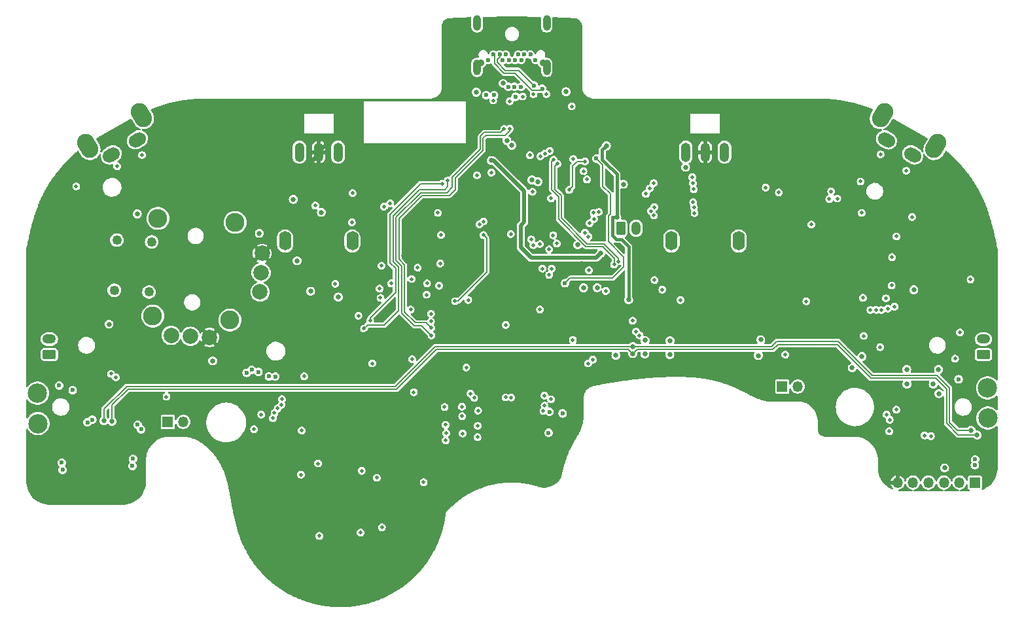
<source format=gbr>
%TF.GenerationSoftware,KiCad,Pcbnew,8.0.2*%
%TF.CreationDate,2024-07-13T20:06:51-07:00*%
%TF.ProjectId,UGC_Main,5547435f-4d61-4696-9e2e-6b696361645f,rev?*%
%TF.SameCoordinates,Original*%
%TF.FileFunction,Copper,L2,Inr*%
%TF.FilePolarity,Positive*%
%FSLAX46Y46*%
G04 Gerber Fmt 4.6, Leading zero omitted, Abs format (unit mm)*
G04 Created by KiCad (PCBNEW 8.0.2) date 2024-07-13 20:06:51*
%MOMM*%
%LPD*%
G01*
G04 APERTURE LIST*
G04 Aperture macros list*
%AMRoundRect*
0 Rectangle with rounded corners*
0 $1 Rounding radius*
0 $2 $3 $4 $5 $6 $7 $8 $9 X,Y pos of 4 corners*
0 Add a 4 corners polygon primitive as box body*
4,1,4,$2,$3,$4,$5,$6,$7,$8,$9,$2,$3,0*
0 Add four circle primitives for the rounded corners*
1,1,$1+$1,$2,$3*
1,1,$1+$1,$4,$5*
1,1,$1+$1,$6,$7*
1,1,$1+$1,$8,$9*
0 Add four rect primitives between the rounded corners*
20,1,$1+$1,$2,$3,$4,$5,0*
20,1,$1+$1,$4,$5,$6,$7,0*
20,1,$1+$1,$6,$7,$8,$9,0*
20,1,$1+$1,$8,$9,$2,$3,0*%
%AMHorizOval*
0 Thick line with rounded ends*
0 $1 width*
0 $2 $3 position (X,Y) of the first rounded end (center of the circle)*
0 $4 $5 position (X,Y) of the second rounded end (center of the circle)*
0 Add line between two ends*
20,1,$1,$2,$3,$4,$5,0*
0 Add two circle primitives to create the rounded ends*
1,1,$1,$2,$3*
1,1,$1,$4,$5*%
G04 Aperture macros list end*
%TA.AperFunction,ComponentPad*%
%ADD10R,1.350000X1.350000*%
%TD*%
%TA.AperFunction,ComponentPad*%
%ADD11O,1.350000X1.350000*%
%TD*%
%TA.AperFunction,ComponentPad*%
%ADD12C,2.450000*%
%TD*%
%TA.AperFunction,ComponentPad*%
%ADD13C,1.250000*%
%TD*%
%TA.AperFunction,ComponentPad*%
%ADD14C,2.000000*%
%TD*%
%TA.AperFunction,ComponentPad*%
%ADD15HorizOval,2.250000X-0.250000X0.433013X0.250000X-0.433013X0*%
%TD*%
%TA.AperFunction,ComponentPad*%
%ADD16HorizOval,1.700000X0.259808X0.150000X-0.259808X-0.150000X0*%
%TD*%
%TA.AperFunction,ComponentPad*%
%ADD17HorizOval,2.250000X-0.250000X-0.433013X0.250000X0.433013X0*%
%TD*%
%TA.AperFunction,ComponentPad*%
%ADD18HorizOval,1.700000X0.259808X-0.150000X-0.259808X0.150000X0*%
%TD*%
%TA.AperFunction,ComponentPad*%
%ADD19RoundRect,0.250000X0.625000X-0.350000X0.625000X0.350000X-0.625000X0.350000X-0.625000X-0.350000X0*%
%TD*%
%TA.AperFunction,ComponentPad*%
%ADD20O,1.750000X1.200000*%
%TD*%
%TA.AperFunction,ComponentPad*%
%ADD21O,1.250000X2.500000*%
%TD*%
%TA.AperFunction,HeatsinkPad*%
%ADD22O,1.600000X2.500000*%
%TD*%
%TA.AperFunction,ComponentPad*%
%ADD23RoundRect,0.250000X-0.350000X-0.625000X0.350000X-0.625000X0.350000X0.625000X-0.350000X0.625000X0*%
%TD*%
%TA.AperFunction,ComponentPad*%
%ADD24O,1.200000X1.750000*%
%TD*%
%TA.AperFunction,ComponentPad*%
%ADD25C,0.600000*%
%TD*%
%TA.AperFunction,ComponentPad*%
%ADD26O,1.000000X2.000000*%
%TD*%
%TA.AperFunction,ComponentPad*%
%ADD27C,0.900000*%
%TD*%
%TA.AperFunction,ViaPad*%
%ADD28C,0.500000*%
%TD*%
%TA.AperFunction,ViaPad*%
%ADD29C,0.650000*%
%TD*%
%TA.AperFunction,ViaPad*%
%ADD30C,0.600000*%
%TD*%
%TA.AperFunction,ViaPad*%
%ADD31C,2.500000*%
%TD*%
%TA.AperFunction,Conductor*%
%ADD32C,0.200000*%
%TD*%
%TA.AperFunction,Conductor*%
%ADD33C,0.400000*%
%TD*%
%TA.AperFunction,Conductor*%
%ADD34C,0.150000*%
%TD*%
%TA.AperFunction,Conductor*%
%ADD35C,0.500000*%
%TD*%
G04 APERTURE END LIST*
D10*
%TO.N,Net-(D4A-A)*%
%TO.C,J8*%
X253457200Y-131775200D03*
D11*
%TO.N,G*%
X255457200Y-131775200D03*
%TD*%
D12*
%TO.N,*%
%TO.C,SW6*%
X172671539Y-110006388D03*
X172009489Y-122639052D03*
X182657835Y-110529748D03*
X181995785Y-123162412D03*
D13*
%TO.N,H*%
X171861497Y-113043156D03*
X171521313Y-119534248D03*
%TO.N,LS_BTN_IN*%
X167367664Y-112807644D03*
X167027480Y-119298736D03*
D14*
%TO.N,GND*%
X174381765Y-125141637D03*
%TO.N,Net-(SW6-X_OUT)*%
X176878339Y-125272477D03*
%TO.N,+3V3*%
X179374913Y-125403317D03*
%TO.N,GND*%
X185890899Y-119536297D03*
%TO.N,Net-(SW6-Y_OUT)*%
X186021739Y-117039723D03*
%TO.N,+3V3*%
X186152579Y-114543149D03*
%TD*%
D15*
%TO.N,*%
%TO.C,SW7*%
X163618112Y-100644336D03*
X170546316Y-96644336D03*
D16*
%TO.N,H*%
X166643465Y-101784400D03*
%TO.N,Net-(D11A-A)*%
X170020963Y-99834400D03*
%TD*%
D17*
%TO.N,*%
%TO.C,SW8*%
X266420998Y-96644336D03*
X273349202Y-100644336D03*
D18*
%TO.N,G*%
X266946351Y-99834400D03*
%TO.N,Net-(D5B-A)*%
X270323849Y-101784400D03*
%TD*%
D10*
%TO.N,GND*%
%TO.C,J4*%
X278380200Y-144195800D03*
D11*
%TO.N,RS_B_IN*%
X276380200Y-144195800D03*
%TO.N,RS_B_OUT*%
X274380200Y-144195800D03*
%TO.N,RY*%
X272380200Y-144195800D03*
%TO.N,RX*%
X270380200Y-144195800D03*
%TO.N,+3V3*%
X268380200Y-144195800D03*
%TD*%
D10*
%TO.N,LS_BTN_IN*%
%TO.C,J9*%
X173955200Y-136347200D03*
D11*
%TO.N,H*%
X175955200Y-136347200D03*
%TD*%
D19*
%TO.N,G*%
%TO.C,J7*%
X279501600Y-127635000D03*
D20*
%TO.N,Net-(D5C-A)*%
X279501600Y-125635000D03*
%TD*%
D21*
%TO.N,+3V3*%
%TO.C,RV2*%
X243483657Y-101434400D03*
%TO.N,ZR_ANALOG*%
X240983657Y-101434400D03*
%TO.N,GND*%
X245983657Y-101434400D03*
D22*
%TO.N,N/C*%
X247833657Y-112934400D03*
X239133657Y-112934400D03*
%TD*%
D23*
%TO.N,GND*%
%TO.C,B1*%
X232547596Y-111285471D03*
D24*
%TO.N,BATTERY_POS*%
X234547596Y-111285471D03*
%TD*%
D19*
%TO.N,H*%
%TO.C,J6*%
X158623000Y-127635000D03*
D20*
%TO.N,Net-(D11C-A)*%
X158623000Y-125635000D03*
%TD*%
D25*
%TO.N,GND*%
%TO.C,J5*%
X221533635Y-89504400D03*
%TO.N,+3V3_PRE*%
X220883635Y-88804400D03*
%TO.N,N_CLOCK*%
X220083635Y-88804400D03*
%TO.N,+5V_PRE*%
X219683635Y-89504400D03*
%TO.N,CC2*%
X219283635Y-88804400D03*
%TO.N,D+*%
X218883635Y-89504400D03*
%TO.N,D-*%
X218083635Y-89504400D03*
%TO.N,unconnected-(J5-SBU2-PadB8)*%
X217683635Y-88804400D03*
%TO.N,+5V_PRE*%
X217283635Y-89504400D03*
%TO.N,N_LATCH*%
X216883635Y-88804400D03*
%TO.N,N_DATA*%
X216083635Y-88804400D03*
%TO.N,GND*%
X215433635Y-89504400D03*
D26*
X213983635Y-84704400D03*
D27*
X214433635Y-89904400D03*
D26*
X213983635Y-90454400D03*
X222983635Y-84704400D03*
D27*
X222533635Y-89904400D03*
D26*
X222983635Y-90454400D03*
%TD*%
D21*
%TO.N,+3V3*%
%TO.C,RV1*%
X193483657Y-101434400D03*
%TO.N,ZL_ANALOG*%
X190983657Y-101434400D03*
%TO.N,GND*%
X195983657Y-101434400D03*
D22*
%TO.N,N/C*%
X197833657Y-112934400D03*
X189133657Y-112934400D03*
%TD*%
D28*
%TO.N,GND*%
X222707200Y-134239000D03*
X222681800Y-132943600D03*
X222554800Y-134924800D03*
X223545400Y-133426200D03*
%TO.N,+3V3*%
X228193600Y-125501400D03*
%TO.N,GND*%
X234111800Y-123240800D03*
%TO.N,I2C_SDA*%
X235000800Y-125145800D03*
X228955600Y-128295400D03*
%TO.N,I2C_SCL*%
X228346000Y-128778000D03*
X234543600Y-124663200D03*
%TO.N,LRA_HI*%
X226364800Y-125730000D03*
D29*
%TO.N,GND*%
X273685000Y-129565400D03*
X272999200Y-131470400D03*
X269595600Y-131470400D03*
X269570200Y-129540000D03*
X262509000Y-129362200D03*
X263779000Y-127889000D03*
X250367800Y-127762000D03*
X250672600Y-125704600D03*
X235712000Y-125806200D03*
X238937800Y-125831600D03*
X238912400Y-127635000D03*
X235686600Y-127584200D03*
X231927400Y-127736600D03*
D30*
%TO.N,+3V3*%
X237566200Y-128803400D03*
X238099600Y-128193800D03*
X237007400Y-128168400D03*
X238031090Y-125368176D03*
X237566200Y-124739400D03*
X237083600Y-125349000D03*
D29*
%TO.N,LRA-*%
X278688800Y-138049000D03*
%TO.N,LRA+*%
X277876000Y-137439400D03*
D30*
%TO.N,GND*%
X278384000Y-141935200D03*
X278409400Y-141198600D03*
X160223200Y-141630400D03*
X160350200Y-142570200D03*
X169443400Y-141122400D03*
X169367200Y-142036800D03*
X170510200Y-137312400D03*
X170053000Y-136728200D03*
X163550600Y-136398000D03*
X164185600Y-136067800D03*
D29*
%TO.N,LRA-*%
X166725600Y-136271000D03*
%TO.N,LRA+*%
X165684200Y-136194800D03*
%TO.N,+3V3*%
X230428800Y-129336800D03*
%TO.N,LRA+*%
X234137200Y-126593600D03*
D30*
%TO.N,GND*%
X276275800Y-130835400D03*
X215140000Y-94050000D03*
D28*
X256583498Y-120742670D03*
X259538908Y-107500400D03*
X214275000Y-110775000D03*
D29*
X218465400Y-100533200D03*
D28*
X260574341Y-107435686D03*
D30*
X218960000Y-94270000D03*
D28*
X207441800Y-119888000D03*
X223545400Y-107416600D03*
X205371744Y-121819656D03*
X214800000Y-110400000D03*
D29*
X229504526Y-118967615D03*
D28*
X208915000Y-109296200D03*
X201930000Y-108483400D03*
X267309600Y-137566400D03*
X218328641Y-112035674D03*
D30*
X159893000Y-131622800D03*
D28*
X259797767Y-106529682D03*
X228449022Y-116721319D03*
D29*
X274472400Y-142306580D03*
D28*
X209194400Y-115849400D03*
X208000600Y-123342400D03*
D29*
X227748754Y-118990566D03*
X217830400Y-99923600D03*
D28*
X230632000Y-119405400D03*
X253022161Y-106650220D03*
D30*
X161645600Y-132232400D03*
D29*
%TO.N,LX*%
X196011800Y-120192800D03*
X179755800Y-128447800D03*
%TO.N,LY*%
X190677800Y-115493800D03*
X192430400Y-119430800D03*
D28*
%TO.N,Net-(D4A-A)*%
X266141200Y-126669800D03*
X242112800Y-109321600D03*
X266877800Y-120345200D03*
X267131800Y-121691400D03*
X268249400Y-112344200D03*
X253847600Y-127635000D03*
%TO.N,+1V1*%
X227914200Y-102641400D03*
X225882200Y-106324400D03*
X221132400Y-106553000D03*
D29*
%TO.N,BAT_LVL*%
X232912012Y-105582285D03*
D28*
X202742800Y-108051600D03*
D29*
%TO.N,VBUS_SYS*%
X232054400Y-109880400D03*
X230708200Y-100609400D03*
X233578400Y-120548400D03*
D28*
%TO.N,USB_EN*%
X223399733Y-101264779D03*
X218211400Y-94843600D03*
D30*
%TO.N,BTN_PWR*%
X223215200Y-137769600D03*
X223343093Y-135037482D03*
D28*
X236931200Y-117983000D03*
X223298445Y-117321090D03*
D30*
%TO.N,D+*%
X218020000Y-92960000D03*
%TO.N,D-*%
X218813581Y-92957751D03*
D29*
%TO.N,SL_RGB*%
X185801000Y-111937800D03*
X190195200Y-107543600D03*
%TO.N,Net-(L2-DOUT)*%
X166344600Y-123698000D03*
X170002200Y-109423200D03*
D28*
%TO.N,LRA_HI*%
X222427800Y-116509800D03*
X223647000Y-116509800D03*
%TO.N,ESP_RTS*%
X200406000Y-128778000D03*
X198602600Y-122605800D03*
%TO.N,ESP_EN*%
X209296000Y-112141000D03*
X197866000Y-106730800D03*
X197764400Y-110515400D03*
X222148400Y-101955600D03*
%TO.N,ESP_DTR*%
X208000600Y-122351800D03*
X205790800Y-132511800D03*
X205562200Y-128244600D03*
D30*
%TO.N,N_LATCH*%
X221334118Y-92802481D03*
%TO.N,N_DATA*%
X222395124Y-93216533D03*
%TO.N,N_CLOCK*%
X219660000Y-92980000D03*
%TO.N,RP_RUN*%
X225348800Y-118389400D03*
X229412800Y-102260400D03*
D28*
X218372572Y-133193850D03*
%TO.N,I2C_SCL*%
X223875600Y-102412800D03*
X215814621Y-104075862D03*
X231701147Y-115982447D03*
%TO.N,I2C_SDA*%
X232284636Y-115562671D03*
X213952178Y-104428552D03*
X224358200Y-102946200D03*
%TO.N,USB_BOOT*%
X214807800Y-112166400D03*
X211124800Y-120726200D03*
D30*
X225040000Y-135250000D03*
D28*
%TO.N,RGB_OUT*%
X220803144Y-101833002D03*
X193040000Y-108356400D03*
%TO.N,SHARED_PU*%
X226212400Y-95504000D03*
X222961200Y-93929200D03*
X221284800Y-93929200D03*
X219860000Y-94230000D03*
%TO.N,USB_SEL*%
X222758000Y-101600000D03*
X216052400Y-94742000D03*
%TO.N,ESP_RX0*%
X209499200Y-105511600D03*
X200124189Y-123260685D03*
%TO.N,ESP_TX0*%
X210185000Y-105105200D03*
X199342763Y-124279937D03*
%TO.N,LADC_CS*%
X221259400Y-113461800D03*
X195630800Y-118465600D03*
%TO.N,SPI_TX*%
X202844400Y-118414800D03*
X207492600Y-118414800D03*
X265607800Y-121843800D03*
X201472800Y-120294400D03*
X224282000Y-113258600D03*
X267360400Y-136067800D03*
%TO.N,SPI_RX*%
X266979400Y-135407400D03*
X209067400Y-118719600D03*
X223314292Y-114001645D03*
X264871200Y-121869200D03*
%TO.N,SPI_CK*%
X223824800Y-112191800D03*
X205511400Y-117856000D03*
X266268200Y-121869200D03*
X268224000Y-134772400D03*
X201366000Y-119105800D03*
D29*
%TO.N,RADC_CS*%
X227004875Y-113428678D03*
X270484600Y-119253000D03*
X273735800Y-132689600D03*
D28*
%TO.N,IMU0_CS*%
X201599800Y-116128800D03*
X220980000Y-112725200D03*
D29*
%TO.N,ZL_ANALOG*%
X221081600Y-105029000D03*
X193827400Y-109220000D03*
%TO.N,ZR_ANALOG*%
X221871218Y-105252081D03*
X240944400Y-103378000D03*
D28*
%TO.N,UART_USB+*%
X217474800Y-98450400D03*
X208076800Y-125164600D03*
%TO.N,UART_USB-*%
X208026000Y-124164600D03*
X218186000Y-98399600D03*
D30*
%TO.N,E*%
X187867610Y-130476935D03*
D28*
X212115400Y-137845800D03*
X236321600Y-106121200D03*
X229055724Y-109296201D03*
%TO.N,D*%
X229717600Y-109169200D03*
X235813600Y-106832400D03*
D30*
X187045600Y-130454400D03*
D28*
X214045800Y-136855200D03*
D29*
%TO.N,+5V_PRE*%
X213868000Y-93675200D03*
D30*
%TO.N,+3V3_PRE*%
X216165246Y-94049711D03*
D29*
X225500000Y-93610000D03*
D28*
%TO.N,IMU1_CS*%
X222130112Y-113321680D03*
X206280400Y-116382800D03*
%TO.N,Net-(D4B-A)*%
X257225800Y-110794800D03*
X242036600Y-108610400D03*
%TO.N,C*%
X228200164Y-104966757D03*
X212039200Y-135610600D03*
D30*
X185674000Y-129895600D03*
D28*
X236920856Y-108544138D03*
%TO.N,Net-(D4C-A)*%
X241935000Y-107924600D03*
X270256000Y-109829600D03*
D29*
%TO.N,VBUS*%
X230004090Y-114479819D03*
X215783138Y-102514294D03*
%TO.N,CC1*%
X217350000Y-92530000D03*
D28*
%TO.N,Net-(D5B-A)*%
X269519400Y-103835200D03*
X241884200Y-105435400D03*
X263601200Y-105232200D03*
%TO.N,Net-(D5A-A)*%
X242011200Y-106248200D03*
X251333000Y-106019600D03*
%TO.N,A*%
X226415600Y-102311200D03*
X236853904Y-109619539D03*
X212013800Y-134391400D03*
D30*
X184150000Y-129997200D03*
%TO.N,B*%
X184810400Y-129590800D03*
D28*
X236474058Y-109051928D03*
X214096600Y-134899400D03*
X227736400Y-103886000D03*
D30*
%TO.N,+3V3*%
X245999000Y-129667000D03*
D29*
X209118200Y-114655600D03*
X227279200Y-116611400D03*
D30*
X257429000Y-107848400D03*
D29*
X226796600Y-116128800D03*
X269316200Y-137820400D03*
X177292000Y-108432600D03*
D28*
X215846705Y-109870895D03*
D29*
X168198800Y-125272800D03*
X177495200Y-102438200D03*
X220658568Y-111998972D03*
X188112400Y-123926600D03*
X227500000Y-115900000D03*
X198196200Y-104775000D03*
X186740800Y-97764600D03*
D28*
X215798400Y-98298000D03*
D29*
X199669400Y-124942600D03*
X196418200Y-107467400D03*
D28*
X213842600Y-105740200D03*
X231586200Y-101911955D03*
D30*
X275717000Y-118668800D03*
D29*
X169849800Y-110583609D03*
X240817400Y-96545400D03*
X199517000Y-122072400D03*
D30*
X220497400Y-143205200D03*
D29*
X176453800Y-108635800D03*
D28*
X225806000Y-107492800D03*
D30*
X261289800Y-122097800D03*
D28*
X213200000Y-110625000D03*
D29*
X220005282Y-103213573D03*
X176758600Y-103124000D03*
X199097900Y-115684300D03*
X187172600Y-111861600D03*
X178231800Y-103124000D03*
X222021400Y-97713800D03*
X226212400Y-100279200D03*
X270687800Y-132892800D03*
X202057000Y-112318800D03*
D28*
X224866200Y-105054400D03*
D29*
X177876200Y-108940600D03*
D28*
X218821000Y-107416600D03*
D29*
X204520800Y-114858800D03*
X226718285Y-121785989D03*
D28*
%TO.N,F*%
X191592200Y-130454400D03*
X214020400Y-138328400D03*
X236837529Y-105442522D03*
X229108000Y-110083600D03*
%TO.N,RS_B_OUT*%
X271881600Y-138099800D03*
%TO.N,Net-(D5C-A)*%
X241833400Y-104673400D03*
D31*
X280031287Y-131959942D03*
D28*
X275818600Y-128168400D03*
%TO.N,Net-(D8C-A)*%
X191287400Y-137464800D03*
X187756800Y-135178800D03*
%TO.N,Net-(D8B-A)*%
X187553600Y-135864600D03*
X198907400Y-150672800D03*
%TO.N,Net-(D8A-A)*%
X186053283Y-135403083D03*
X193395600Y-141732000D03*
%TO.N,RS_B_IN*%
X272694400Y-138201400D03*
%TO.N,Net-(D11A-A)*%
X188171967Y-134603702D03*
X162102800Y-105867200D03*
X170611800Y-101803200D03*
%TO.N,Net-(D11C-A)*%
X188724384Y-133414380D03*
D31*
X157081900Y-132628400D03*
D28*
X167233600Y-130581400D03*
%TO.N,Net-(D12C-A)*%
X209770157Y-134423074D03*
X217652600Y-133172200D03*
%TO.N,Net-(D12A-A)*%
X213588600Y-133223000D03*
X217678000Y-123799600D03*
%TO.N,Net-(D12B-A)*%
X213131400Y-132689600D03*
X212826600Y-120573800D03*
%TO.N,Net-(D13C-A)*%
X240284000Y-120573800D03*
X209905600Y-138760200D03*
%TO.N,Net-(D13A-A)*%
X212572600Y-129311400D03*
X209905600Y-136728200D03*
%TO.N,Net-(D13B-A)*%
X209981800Y-137795000D03*
X200990200Y-143586200D03*
%TO.N,H*%
X191185800Y-143179800D03*
D31*
X157158100Y-136565400D03*
D28*
X227931351Y-111850544D03*
X193573400Y-151104600D03*
X167411400Y-103251000D03*
X199034400Y-142671800D03*
X185115200Y-137287000D03*
X166598600Y-130124200D03*
%TO.N,G*%
X263728200Y-109296200D03*
X267614400Y-118694200D03*
D31*
X280057567Y-135858238D03*
D28*
X267995400Y-121437400D03*
X276453600Y-124764800D03*
X264007600Y-125222000D03*
X277825200Y-117906800D03*
X267665200Y-115036600D03*
X228535538Y-110624007D03*
X263906000Y-120294400D03*
X266179300Y-101714300D03*
%TO.N,I*%
X207060800Y-144170400D03*
X228396800Y-112369600D03*
X222118121Y-121793838D03*
X201650600Y-149987000D03*
X237947200Y-119227600D03*
%TO.N,LS_BTN_IN*%
X173786800Y-133096000D03*
X188672392Y-134129273D03*
D29*
%TO.N,LRA-*%
X234111800Y-127508000D03*
%TD*%
D32*
%TO.N,LRA-*%
X274726400Y-136550400D02*
X276225000Y-138049000D01*
X274726400Y-132080000D02*
X274726400Y-136550400D01*
X273329400Y-130683000D02*
X274726400Y-132080000D01*
X252882400Y-126339600D02*
X260578600Y-126339600D01*
X252272800Y-126949200D02*
X252882400Y-126339600D01*
X234670600Y-126949200D02*
X252272800Y-126949200D01*
X276225000Y-138049000D02*
X278688800Y-138049000D01*
X234111800Y-127508000D02*
X234670600Y-126949200D01*
X260578600Y-126339600D02*
X264922000Y-130683000D01*
X166725600Y-134188200D02*
X166725600Y-136271000D01*
X233547400Y-126943600D02*
X208742800Y-126943600D01*
X264922000Y-130683000D02*
X273329400Y-130683000D01*
X168808400Y-132105400D02*
X166725600Y-134188200D01*
X234111800Y-127508000D02*
X233547400Y-126943600D01*
X203581000Y-132105400D02*
X168808400Y-132105400D01*
X208742800Y-126943600D02*
X203581000Y-132105400D01*
%TO.N,LRA+*%
X252095000Y-126593600D02*
X234137200Y-126593600D01*
X252730000Y-125958600D02*
X252095000Y-126593600D01*
X273481800Y-130327400D02*
X265074400Y-130327400D01*
X265074400Y-130327400D02*
X260705600Y-125958600D01*
X275082000Y-136398000D02*
X275082000Y-131927600D01*
X276123400Y-137439400D02*
X275082000Y-136398000D01*
X277876000Y-137439400D02*
X276123400Y-137439400D01*
X275082000Y-131927600D02*
X273481800Y-130327400D01*
X260705600Y-125958600D02*
X252730000Y-125958600D01*
X208559400Y-126593600D02*
X234137200Y-126593600D01*
X203403200Y-131749800D02*
X208559400Y-126593600D01*
X168630600Y-131749800D02*
X203403200Y-131749800D01*
X165684200Y-136194800D02*
X165684200Y-134696200D01*
X165684200Y-134696200D02*
X168630600Y-131749800D01*
%TO.N,+1V1*%
X226949000Y-102641400D02*
X227914200Y-102641400D01*
X226314000Y-103276400D02*
X226949000Y-102641400D01*
X225882200Y-106324400D02*
X226314000Y-105892600D01*
X226314000Y-105892600D02*
X226314000Y-103276400D01*
D33*
%TO.N,VBUS_SYS*%
X232054400Y-109880400D02*
X232079800Y-109855000D01*
X233578400Y-113638400D02*
X233578400Y-120548400D01*
X231267000Y-103505000D02*
X230174800Y-102412800D01*
X230174800Y-102412800D02*
X230174800Y-101142800D01*
X232650000Y-112710000D02*
X233578400Y-113638400D01*
X231450000Y-109951400D02*
X231450000Y-112190000D01*
X232079800Y-109855000D02*
X232079800Y-104292400D01*
X231450000Y-112190000D02*
X231970000Y-112710000D01*
X231521000Y-109880400D02*
X231450000Y-109951400D01*
X232054400Y-109880400D02*
X231521000Y-109880400D01*
X232079800Y-104292400D02*
X231292400Y-103505000D01*
X230174800Y-101142800D02*
X230708200Y-100609400D01*
X231970000Y-112710000D02*
X232650000Y-112710000D01*
X231292400Y-103505000D02*
X231267000Y-103505000D01*
D32*
%TO.N,N_LATCH*%
X221334118Y-92802481D02*
X219371637Y-90840000D01*
X216580000Y-89800000D02*
X216580000Y-89410000D01*
X219371637Y-90840000D02*
X217620000Y-90840000D01*
X216580000Y-89410000D02*
X216883635Y-89106365D01*
X217620000Y-90840000D02*
X216580000Y-89800000D01*
X216883635Y-89106365D02*
X216883635Y-88804400D01*
%TO.N,N_DATA*%
X217450000Y-91200000D02*
X216210000Y-89960000D01*
X216210000Y-89960000D02*
X216210000Y-88930765D01*
X222395124Y-93216533D02*
X222201657Y-93410000D01*
X221100000Y-93410000D02*
X218890000Y-91200000D01*
X218890000Y-91200000D02*
X217450000Y-91200000D01*
X222201657Y-93410000D02*
X221100000Y-93410000D01*
X216210000Y-88930765D02*
X216083635Y-88804400D01*
D34*
%TO.N,RP_RUN*%
X231220000Y-109450000D02*
X230950000Y-109720000D01*
X232970000Y-115030000D02*
X232970000Y-116290000D01*
X231520000Y-117740000D02*
X225998200Y-117740000D01*
X231220000Y-106830000D02*
X231220000Y-109450000D01*
X230225600Y-103073200D02*
X230225600Y-105835600D01*
X230225600Y-105835600D02*
X231220000Y-106830000D01*
X232970000Y-116290000D02*
X231520000Y-117740000D01*
X225998200Y-117740000D02*
X225348800Y-118389400D01*
X230950000Y-109720000D02*
X230950000Y-113010000D01*
X230950000Y-113010000D02*
X232970000Y-115030000D01*
X229412800Y-102260400D02*
X230225600Y-103073200D01*
%TO.N,I2C_SCL*%
X230199600Y-113639600D02*
X228015800Y-113639600D01*
X231701147Y-115982447D02*
X231701147Y-115141147D01*
X224510600Y-110134400D02*
X224510600Y-107213400D01*
X224510600Y-107213400D02*
X223621600Y-106324400D01*
X223621600Y-106324400D02*
X223621600Y-102666800D01*
X228015800Y-113639600D02*
X224510600Y-110134400D01*
X223621600Y-102666800D02*
X223875600Y-102412800D01*
X231701147Y-115141147D02*
X230199600Y-113639600D01*
%TO.N,I2C_SDA*%
X224866200Y-109956600D02*
X224866200Y-107061000D01*
X230352600Y-113284000D02*
X228193600Y-113284000D01*
X232284636Y-115216036D02*
X230352600Y-113284000D01*
X228193600Y-113284000D02*
X224866200Y-109956600D01*
X224866200Y-107061000D02*
X224078800Y-106273600D01*
X224078800Y-106273600D02*
X224078800Y-103225600D01*
X232284636Y-115562671D02*
X232284636Y-115216036D01*
X224078800Y-103225600D02*
X224358200Y-102946200D01*
%TO.N,USB_BOOT*%
X211124800Y-120726200D02*
X211480400Y-120726200D01*
X211480400Y-120726200D02*
X215214200Y-116992400D01*
X215214200Y-112572800D02*
X214807800Y-112166400D01*
X215214200Y-116992400D02*
X215214200Y-112572800D01*
D32*
%TO.N,ESP_RX0*%
X200124189Y-122913011D02*
X203428600Y-119608600D01*
X206679800Y-105511600D02*
X209499200Y-105511600D01*
X202717400Y-109474000D02*
X206679800Y-105511600D01*
X200124189Y-123260685D02*
X200124189Y-122913011D01*
X203428600Y-116484400D02*
X202717400Y-115773200D01*
X202717400Y-115773200D02*
X202717400Y-109474000D01*
X203428600Y-119608600D02*
X203428600Y-116484400D01*
%TO.N,ESP_TX0*%
X199823100Y-123799600D02*
X201980800Y-123799600D01*
X209778600Y-106299000D02*
X210185000Y-105892600D01*
X203835000Y-121945400D02*
X203835000Y-116306600D01*
X210185000Y-105892600D02*
X210185000Y-105105200D01*
X203835000Y-116306600D02*
X203123800Y-115595400D01*
X203123800Y-115595400D02*
X203123800Y-109702600D01*
X206527400Y-106299000D02*
X209778600Y-106299000D01*
X199342763Y-124279937D02*
X199823100Y-123799600D01*
X201980800Y-123799600D02*
X203835000Y-121945400D01*
X203123800Y-109702600D02*
X206527400Y-106299000D01*
D34*
%TO.N,UART_USB+*%
X205816200Y-123875800D02*
X204216000Y-122275600D01*
X206788000Y-123875800D02*
X205816200Y-123875800D01*
X204216000Y-122275600D02*
X204216000Y-116157270D01*
X210769200Y-104648000D02*
X214400121Y-101017079D01*
X206705200Y-106680000D02*
X210058000Y-106680000D01*
X214400121Y-101017079D02*
X214400121Y-99384758D01*
X217043000Y-98882200D02*
X217474800Y-98450400D01*
X214902679Y-98882200D02*
X217043000Y-98882200D01*
X214400121Y-99384758D02*
X214902679Y-98882200D01*
X204216000Y-116157270D02*
X203504800Y-115446070D01*
X208076800Y-125164600D02*
X206788000Y-123875800D01*
X203504800Y-109880400D02*
X206705200Y-106680000D01*
X203504800Y-115446070D02*
X203504800Y-109880400D01*
X210058000Y-106680000D02*
X210769200Y-105968800D01*
X210769200Y-105968800D02*
X210769200Y-104648000D01*
%TO.N,UART_USB-*%
X203860400Y-110019774D02*
X206844574Y-107035600D01*
X206844574Y-107035600D02*
X210388200Y-107035600D01*
X218186000Y-98653600D02*
X218186000Y-98399600D01*
X217601800Y-99237800D02*
X218186000Y-98653600D01*
X208026000Y-124164600D02*
X207381600Y-123520200D01*
X203860400Y-115306696D02*
X203860400Y-110019774D01*
X211150200Y-104775000D02*
X214752733Y-101172467D01*
X211150200Y-106273600D02*
X211150200Y-104775000D01*
X207381600Y-123520200D02*
X205994000Y-123520200D01*
X204571600Y-116017896D02*
X203860400Y-115306696D01*
X210388200Y-107035600D02*
X211150200Y-106273600D01*
X214752733Y-99636625D02*
X215151558Y-99237800D01*
X204571600Y-122097800D02*
X204571600Y-116017896D01*
X205994000Y-123520200D02*
X204571600Y-122097800D01*
X215151558Y-99237800D02*
X217601800Y-99237800D01*
X214752733Y-101172467D02*
X214752733Y-99636625D01*
D35*
%TO.N,VBUS*%
X219608400Y-110921800D02*
X219608400Y-113741200D01*
X220065600Y-110464600D02*
X219608400Y-110921800D01*
X229371109Y-115112800D02*
X230004090Y-114479819D01*
X220065600Y-106476800D02*
X220065600Y-110464600D01*
X219608400Y-113741200D02*
X220980000Y-115112800D01*
X220980000Y-115112800D02*
X229371109Y-115112800D01*
X216103094Y-102514294D02*
X220065600Y-106476800D01*
X215783138Y-102514294D02*
X216103094Y-102514294D01*
%TO.N,+3V3*%
X193483657Y-101434400D02*
X193483657Y-101740543D01*
X193483657Y-101434400D02*
X195199000Y-99719057D01*
X195199000Y-99719057D02*
X195199000Y-99695000D01*
X193483657Y-101740543D02*
X191973200Y-103251000D01*
%TD*%
%TA.AperFunction,Conductor*%
%TO.N,+3V3*%
G36*
X218599333Y-83889145D02*
G01*
X218599367Y-83889157D01*
X218599368Y-83889146D01*
X218599434Y-83889146D01*
X218715105Y-83889210D01*
X218715140Y-83889222D01*
X218715141Y-83889211D01*
X218715256Y-83889211D01*
X218830933Y-83889321D01*
X218830971Y-83889334D01*
X218830972Y-83889322D01*
X218831140Y-83889322D01*
X218946815Y-83889480D01*
X218946854Y-83889493D01*
X218946855Y-83889481D01*
X218947079Y-83889481D01*
X219062746Y-83889688D01*
X219062785Y-83889701D01*
X219062786Y-83889689D01*
X219063073Y-83889689D01*
X219178718Y-83889946D01*
X219178761Y-83889961D01*
X219178762Y-83889947D01*
X219179116Y-83889947D01*
X219294734Y-83890258D01*
X219294777Y-83890273D01*
X219294778Y-83890259D01*
X219410828Y-83890624D01*
X219410827Y-83890631D01*
X219410874Y-83890624D01*
X219526861Y-83891045D01*
X219526908Y-83891061D01*
X219526909Y-83891046D01*
X219642969Y-83891525D01*
X219643016Y-83891541D01*
X219643017Y-83891526D01*
X219759096Y-83892064D01*
X219759146Y-83892081D01*
X219759147Y-83892065D01*
X219875296Y-83892666D01*
X219875295Y-83892674D01*
X219875347Y-83892666D01*
X219991404Y-83893329D01*
X219991456Y-83893347D01*
X219991457Y-83893330D01*
X220107575Y-83894058D01*
X220107628Y-83894076D01*
X220107629Y-83894059D01*
X220223805Y-83894854D01*
X220223804Y-83894863D01*
X220223861Y-83894854D01*
X220339923Y-83895717D01*
X220339981Y-83895736D01*
X220339982Y-83895718D01*
X220456155Y-83896652D01*
X220456154Y-83896661D01*
X220456212Y-83896652D01*
X220572258Y-83897656D01*
X220572319Y-83897677D01*
X220572320Y-83897657D01*
X220688473Y-83898736D01*
X220688472Y-83898745D01*
X220688533Y-83898736D01*
X220804609Y-83899891D01*
X220804608Y-83899900D01*
X220804669Y-83899891D01*
X220920656Y-83901121D01*
X220920723Y-83901143D01*
X220920724Y-83901122D01*
X221036814Y-83902433D01*
X221036813Y-83902443D01*
X221036877Y-83902433D01*
X221152874Y-83903824D01*
X221152874Y-83903834D01*
X221152939Y-83903824D01*
X221268900Y-83905297D01*
X221268900Y-83905307D01*
X221268966Y-83905297D01*
X221384858Y-83906853D01*
X221384887Y-83906854D01*
X221386638Y-83906878D01*
X221500760Y-83908495D01*
X221500832Y-83908520D01*
X221500833Y-83908497D01*
X221502375Y-83908520D01*
X221616656Y-83910225D01*
X221616730Y-83910251D01*
X221616731Y-83910227D01*
X221619079Y-83910263D01*
X221732502Y-83912045D01*
X221732578Y-83912071D01*
X221732579Y-83912047D01*
X221848370Y-83913957D01*
X221848369Y-83913970D01*
X221848448Y-83913958D01*
X221963981Y-83915958D01*
X221964101Y-83916000D01*
X221964102Y-83915961D01*
X222156305Y-83919528D01*
X222214135Y-83939512D01*
X222249174Y-83989671D01*
X222251566Y-84037825D01*
X222233135Y-84130479D01*
X222233135Y-84130481D01*
X222233135Y-84130482D01*
X222233135Y-85278318D01*
X222261977Y-85423313D01*
X222318551Y-85559895D01*
X222400684Y-85682816D01*
X222505219Y-85787351D01*
X222628140Y-85869484D01*
X222764722Y-85926058D01*
X222909717Y-85954900D01*
X222909718Y-85954900D01*
X223057552Y-85954900D01*
X223057553Y-85954900D01*
X223202548Y-85926058D01*
X223339130Y-85869484D01*
X223462051Y-85787351D01*
X223566586Y-85682816D01*
X223648719Y-85559895D01*
X223705293Y-85423313D01*
X223734135Y-85278318D01*
X223734135Y-84130482D01*
X223734134Y-84130480D01*
X223734134Y-84130473D01*
X223724270Y-84080888D01*
X223731460Y-84020126D01*
X223772992Y-83975196D01*
X223824620Y-83962626D01*
X223854803Y-83963619D01*
X223854910Y-83963658D01*
X223854912Y-83963623D01*
X223973331Y-83967652D01*
X223973444Y-83967656D01*
X223976788Y-83967773D01*
X224091612Y-83971811D01*
X224091725Y-83971853D01*
X224091727Y-83971816D01*
X224210099Y-83976118D01*
X224210098Y-83976138D01*
X224210212Y-83976122D01*
X224328329Y-83980554D01*
X224328445Y-83980597D01*
X224328447Y-83980559D01*
X224446769Y-83985141D01*
X224446768Y-83985161D01*
X224446885Y-83985145D01*
X224565065Y-83989868D01*
X224683209Y-83994734D01*
X224683330Y-83994779D01*
X224683332Y-83994740D01*
X224801569Y-83999759D01*
X224801568Y-83999781D01*
X224801692Y-83999764D01*
X224919649Y-84004923D01*
X224919774Y-84004970D01*
X224919776Y-84004929D01*
X225037952Y-84010251D01*
X225038080Y-84010257D01*
X225046961Y-84010668D01*
X225155963Y-84015719D01*
X225156091Y-84015768D01*
X225156094Y-84015726D01*
X225274203Y-84021358D01*
X225274201Y-84021382D01*
X225274333Y-84021364D01*
X225392276Y-84027148D01*
X225392274Y-84027172D01*
X225392406Y-84027154D01*
X225510313Y-84033098D01*
X225628175Y-84039203D01*
X225628308Y-84039254D01*
X225628311Y-84039211D01*
X225637722Y-84039711D01*
X225746060Y-84045476D01*
X225746269Y-84045556D01*
X225746273Y-84045488D01*
X225982074Y-84058545D01*
X225982071Y-84058581D01*
X225982270Y-84058556D01*
X226084177Y-84064405D01*
X226084287Y-84064448D01*
X226084290Y-84064412D01*
X226186187Y-84070379D01*
X226287656Y-84076442D01*
X226287770Y-84076486D01*
X226287773Y-84076449D01*
X226389058Y-84082623D01*
X226389056Y-84082645D01*
X226389176Y-84082630D01*
X226489904Y-84088894D01*
X226490046Y-84088951D01*
X226490050Y-84088904D01*
X226628231Y-84097705D01*
X226633707Y-84098208D01*
X226734374Y-84110275D01*
X226745038Y-84112150D01*
X226839491Y-84134148D01*
X226852702Y-84138217D01*
X226998537Y-84194564D01*
X227011064Y-84200442D01*
X227095966Y-84247792D01*
X227105117Y-84253573D01*
X227184146Y-84309782D01*
X227194827Y-84318566D01*
X227308475Y-84426179D01*
X227317602Y-84436084D01*
X227374266Y-84506692D01*
X227380180Y-84514888D01*
X227429378Y-84590974D01*
X227435674Y-84602265D01*
X227498312Y-84734179D01*
X227503086Y-84746204D01*
X227531001Y-84832595D01*
X227533617Y-84842374D01*
X227552524Y-84930973D01*
X227554391Y-84943763D01*
X227566204Y-85091875D01*
X227566517Y-85099746D01*
X227566517Y-92997187D01*
X227568702Y-93115075D01*
X227605581Y-93347926D01*
X227678434Y-93572149D01*
X227779268Y-93770049D01*
X227785468Y-93782216D01*
X227924045Y-93972951D01*
X228090754Y-94139659D01*
X228281489Y-94278235D01*
X228491555Y-94385267D01*
X228715777Y-94458120D01*
X228948630Y-94494998D01*
X228948629Y-94494998D01*
X228948636Y-94494999D01*
X229066517Y-94497189D01*
X257941315Y-94497189D01*
X257941853Y-94497189D01*
X258375006Y-94499548D01*
X258378685Y-94499638D01*
X259244174Y-94537322D01*
X259248451Y-94537602D01*
X260111196Y-94612874D01*
X260115436Y-94613336D01*
X260974157Y-94726075D01*
X260978336Y-94726716D01*
X261831315Y-94876699D01*
X261835478Y-94877525D01*
X262681105Y-95064465D01*
X262685282Y-95065484D01*
X263521947Y-95289025D01*
X263526058Y-95290219D01*
X264352245Y-95549955D01*
X264356277Y-95551320D01*
X264979199Y-95777371D01*
X265160905Y-95843310D01*
X265209156Y-95880934D01*
X265226077Y-95939733D01*
X265212871Y-95985872D01*
X264925652Y-96483352D01*
X264925650Y-96483356D01*
X264848063Y-96685481D01*
X264827772Y-96780941D01*
X264803048Y-96897256D01*
X264803047Y-96897260D01*
X264803047Y-96897264D01*
X264791717Y-97113459D01*
X264791717Y-97113461D01*
X264803926Y-97229627D01*
X264814349Y-97328790D01*
X264856376Y-97485637D01*
X264870386Y-97537921D01*
X264870387Y-97537922D01*
X264958447Y-97735710D01*
X264958452Y-97735718D01*
X265076364Y-97917288D01*
X265096498Y-97939649D01*
X265221239Y-98078186D01*
X265389498Y-98214440D01*
X265576999Y-98322694D01*
X265779128Y-98400283D01*
X265990905Y-98445299D01*
X266088248Y-98450400D01*
X266207108Y-98456629D01*
X266207109Y-98456629D01*
X266207111Y-98456628D01*
X266207116Y-98456629D01*
X266288105Y-98448116D01*
X266347951Y-98460837D01*
X266388892Y-98506307D01*
X266395288Y-98567157D01*
X266364695Y-98620145D01*
X266324081Y-98642199D01*
X266318054Y-98643814D01*
X266318049Y-98643816D01*
X266159807Y-98714269D01*
X266014532Y-98808613D01*
X266014529Y-98808615D01*
X265885801Y-98924522D01*
X265885799Y-98924524D01*
X265776784Y-99059145D01*
X265690174Y-99209161D01*
X265642521Y-99333305D01*
X265628099Y-99370875D01*
X265597858Y-99513151D01*
X265592083Y-99540319D01*
X265583017Y-99713290D01*
X265583017Y-99713292D01*
X265589710Y-99776964D01*
X265601125Y-99885572D01*
X265624421Y-99972512D01*
X265645958Y-100052893D01*
X265716412Y-100211135D01*
X265810756Y-100356410D01*
X265810758Y-100356413D01*
X265925052Y-100483350D01*
X265926667Y-100485143D01*
X266061286Y-100594156D01*
X266730917Y-100980767D01*
X266892635Y-101042844D01*
X267062072Y-101078859D01*
X267142798Y-101083089D01*
X267235049Y-101087925D01*
X267235051Y-101087925D01*
X267235052Y-101087924D01*
X267235057Y-101087925D01*
X267407331Y-101069818D01*
X267574650Y-101024985D01*
X267732897Y-100954529D01*
X267749648Y-100943651D01*
X267878167Y-100860188D01*
X267878167Y-100860187D01*
X267878173Y-100860184D01*
X268006903Y-100744276D01*
X268023994Y-100723171D01*
X268054514Y-100685481D01*
X268115915Y-100609657D01*
X268202526Y-100459642D01*
X268264603Y-100297925D01*
X268300618Y-100128488D01*
X268305836Y-100028934D01*
X268309684Y-99955509D01*
X268309684Y-99955507D01*
X268309683Y-99955505D01*
X268309684Y-99955502D01*
X268291577Y-99783229D01*
X268246744Y-99615910D01*
X268176288Y-99457663D01*
X268158208Y-99429823D01*
X268081945Y-99312389D01*
X268081943Y-99312386D01*
X267966036Y-99183658D01*
X267966034Y-99183656D01*
X267831415Y-99074643D01*
X267571400Y-98924524D01*
X267161785Y-98688033D01*
X267161779Y-98688030D01*
X267161778Y-98688030D01*
X267102124Y-98665131D01*
X267000068Y-98625956D01*
X267000064Y-98625955D01*
X266970215Y-98619610D01*
X266830631Y-98589941D01*
X266830626Y-98589940D01*
X266830623Y-98589940D01*
X266657652Y-98580874D01*
X266657650Y-98580874D01*
X266630144Y-98583765D01*
X266619703Y-98584862D01*
X266559855Y-98572141D01*
X266518915Y-98526671D01*
X266512520Y-98465821D01*
X266543113Y-98412833D01*
X266583730Y-98390779D01*
X266631569Y-98377961D01*
X266829360Y-98289899D01*
X267010939Y-98171981D01*
X267171835Y-98027108D01*
X267308089Y-97858849D01*
X267712089Y-97159099D01*
X267757555Y-97118162D01*
X267818405Y-97111766D01*
X267846730Y-97122528D01*
X267916743Y-97162314D01*
X267916987Y-97162454D01*
X272225328Y-99641658D01*
X272266333Y-99687068D01*
X272272816Y-99747909D01*
X272261687Y-99776964D01*
X271853856Y-100483352D01*
X271853854Y-100483356D01*
X271776267Y-100685481D01*
X271759518Y-100764279D01*
X271731252Y-100897256D01*
X271731251Y-100897260D01*
X271731251Y-100897264D01*
X271719921Y-101113459D01*
X271719921Y-101113461D01*
X271725873Y-101170087D01*
X271742553Y-101328790D01*
X271754413Y-101373051D01*
X271755371Y-101376626D01*
X271752168Y-101437728D01*
X271713663Y-101485278D01*
X271654562Y-101501113D01*
X271597441Y-101479186D01*
X271569303Y-101442515D01*
X271568596Y-101440928D01*
X271559749Y-101421057D01*
X271553788Y-101407667D01*
X271553785Y-101407661D01*
X271459443Y-101262389D01*
X271459441Y-101262386D01*
X271343534Y-101133658D01*
X271343532Y-101133656D01*
X271208913Y-101024643D01*
X270988271Y-100897256D01*
X270539283Y-100638033D01*
X270539277Y-100638030D01*
X270539276Y-100638030D01*
X270479622Y-100615131D01*
X270377566Y-100575956D01*
X270377562Y-100575955D01*
X270331122Y-100566084D01*
X270208129Y-100539941D01*
X270208124Y-100539940D01*
X270208121Y-100539940D01*
X270035150Y-100530874D01*
X270035148Y-100530874D01*
X269915763Y-100543422D01*
X269862869Y-100548982D01*
X269795941Y-100566915D01*
X269695547Y-100593815D01*
X269695547Y-100593816D01*
X269537305Y-100664269D01*
X269392030Y-100758613D01*
X269392027Y-100758615D01*
X269263299Y-100874522D01*
X269263297Y-100874524D01*
X269154282Y-101009145D01*
X269067672Y-101159161D01*
X269005596Y-101320878D01*
X269000841Y-101343249D01*
X268970078Y-101487983D01*
X268969581Y-101490319D01*
X268960515Y-101663290D01*
X268960515Y-101663292D01*
X268968127Y-101735710D01*
X268978623Y-101835572D01*
X269002041Y-101922970D01*
X269023456Y-102002893D01*
X269093910Y-102161135D01*
X269188254Y-102306410D01*
X269188256Y-102306413D01*
X269284044Y-102412797D01*
X269304165Y-102435143D01*
X269438784Y-102544156D01*
X270108415Y-102930767D01*
X270154492Y-102948454D01*
X270267673Y-102991900D01*
X270270133Y-102992844D01*
X270439570Y-103028859D01*
X270520296Y-103033089D01*
X270612547Y-103037925D01*
X270612549Y-103037925D01*
X270612550Y-103037924D01*
X270612555Y-103037925D01*
X270784829Y-103019818D01*
X270952148Y-102974985D01*
X271110395Y-102904529D01*
X271110913Y-102904193D01*
X271255665Y-102810188D01*
X271255665Y-102810187D01*
X271255671Y-102810184D01*
X271384401Y-102694276D01*
X271493413Y-102559657D01*
X271580024Y-102409642D01*
X271642101Y-102247925D01*
X271678116Y-102078488D01*
X271684556Y-101955602D01*
X271687182Y-101905509D01*
X271687182Y-101905507D01*
X271687181Y-101905505D01*
X271687182Y-101905502D01*
X271669075Y-101733229D01*
X271667460Y-101727200D01*
X271670661Y-101666101D01*
X271709166Y-101618550D01*
X271768266Y-101602714D01*
X271825388Y-101624640D01*
X271853527Y-101661311D01*
X271886651Y-101735710D01*
X271886656Y-101735718D01*
X272004568Y-101917288D01*
X272004569Y-101917289D01*
X272004570Y-101917290D01*
X272106645Y-102030655D01*
X272149445Y-102078188D01*
X272176997Y-102100499D01*
X272317702Y-102214440D01*
X272505203Y-102322694D01*
X272707332Y-102400283D01*
X272919109Y-102445299D01*
X273027214Y-102450964D01*
X273135312Y-102456629D01*
X273135314Y-102456629D01*
X273135315Y-102456628D01*
X273135320Y-102456629D01*
X273350643Y-102433998D01*
X273559773Y-102377961D01*
X273757564Y-102289899D01*
X273939143Y-102171981D01*
X274100039Y-102027108D01*
X274236293Y-101858849D01*
X274571140Y-101278876D01*
X274616607Y-101237938D01*
X274677457Y-101231542D01*
X274722621Y-101254364D01*
X274728404Y-101259501D01*
X274728787Y-101259843D01*
X274821489Y-101343249D01*
X274848795Y-101367817D01*
X274849215Y-101368197D01*
X274923979Y-101436323D01*
X274968630Y-101477009D01*
X274969097Y-101477437D01*
X275087941Y-101587127D01*
X275088410Y-101587563D01*
X275206553Y-101698031D01*
X275207026Y-101698476D01*
X275324582Y-101809848D01*
X275325057Y-101810301D01*
X275441931Y-101922508D01*
X275442409Y-101922970D01*
X275453568Y-101933828D01*
X275558719Y-102036148D01*
X275558905Y-102036330D01*
X275664914Y-102140900D01*
X275674513Y-102150369D01*
X275674998Y-102150851D01*
X275789688Y-102265559D01*
X275790176Y-102266051D01*
X275903981Y-102381479D01*
X275904473Y-102381981D01*
X276017574Y-102498336D01*
X276018069Y-102498849D01*
X276130290Y-102615975D01*
X276130789Y-102616500D01*
X276242043Y-102734329D01*
X276242544Y-102734863D01*
X276352990Y-102853585D01*
X276353496Y-102854133D01*
X276462974Y-102973605D01*
X276463482Y-102974164D01*
X276504680Y-103019817D01*
X276557838Y-103078725D01*
X276571898Y-103094305D01*
X276572398Y-103094863D01*
X276578162Y-103101350D01*
X276679975Y-103215947D01*
X276680438Y-103216472D01*
X276787011Y-103338344D01*
X276787353Y-103338739D01*
X276845358Y-103406150D01*
X276892815Y-103461302D01*
X276893336Y-103461913D01*
X276997578Y-103585065D01*
X276998014Y-103585583D01*
X277101288Y-103709650D01*
X277101762Y-103710224D01*
X277203828Y-103834946D01*
X277204358Y-103835600D01*
X277305153Y-103960930D01*
X277305686Y-103961599D01*
X277405241Y-104087600D01*
X277405777Y-104088284D01*
X277504031Y-104214909D01*
X277504828Y-104215950D01*
X277698001Y-104471937D01*
X277698678Y-104472847D01*
X277779692Y-104583175D01*
X277780153Y-104583807D01*
X277859344Y-104693458D01*
X277859731Y-104693997D01*
X277937116Y-104802954D01*
X277937495Y-104803492D01*
X278012857Y-104911394D01*
X278013301Y-104912036D01*
X278086813Y-105019078D01*
X278087250Y-105019720D01*
X278158988Y-105125955D01*
X278159421Y-105126601D01*
X278229279Y-105231824D01*
X278229704Y-105232469D01*
X278297876Y-105336912D01*
X278298279Y-105337535D01*
X278355500Y-105426710D01*
X278364795Y-105441195D01*
X278365206Y-105441842D01*
X278429936Y-105544459D01*
X278430292Y-105545028D01*
X278493564Y-105647064D01*
X278493754Y-105647373D01*
X278555344Y-105748414D01*
X278555733Y-105749058D01*
X278615677Y-105849103D01*
X278616057Y-105849743D01*
X278674431Y-105948851D01*
X278674804Y-105949490D01*
X278731596Y-106047582D01*
X278731960Y-106048216D01*
X278787444Y-106145702D01*
X278787801Y-106146334D01*
X278841687Y-106242646D01*
X278842034Y-106243272D01*
X278894588Y-106338819D01*
X278894926Y-106339438D01*
X278946086Y-106434040D01*
X278946416Y-106434655D01*
X278996245Y-106528369D01*
X278996556Y-106528959D01*
X279045187Y-106621968D01*
X279088679Y-106706544D01*
X279092532Y-106714037D01*
X279092833Y-106714627D01*
X279138851Y-106805610D01*
X279139142Y-106806190D01*
X279183871Y-106896082D01*
X279184287Y-106896929D01*
X279270418Y-107074246D01*
X279270940Y-107075338D01*
X279352472Y-107248543D01*
X279353170Y-107250059D01*
X279504296Y-107585679D01*
X279504488Y-107586104D01*
X279505102Y-107587495D01*
X279508624Y-107595652D01*
X279574257Y-107747674D01*
X279574636Y-107748565D01*
X279603739Y-107817827D01*
X279642108Y-107909143D01*
X279642559Y-107910215D01*
X279642927Y-107911102D01*
X279709659Y-108074336D01*
X279710014Y-108075216D01*
X279713582Y-108084187D01*
X279765182Y-108213943D01*
X279775550Y-108240013D01*
X279775892Y-108240885D01*
X279840329Y-108407492D01*
X279840657Y-108408352D01*
X279903958Y-108576658D01*
X279904273Y-108577507D01*
X279966557Y-108747821D01*
X279966858Y-108748656D01*
X280028151Y-108921034D01*
X280028438Y-108921854D01*
X280088712Y-109096200D01*
X280088985Y-109097001D01*
X280148448Y-109273884D01*
X280148709Y-109274669D01*
X280207284Y-109453854D01*
X280207530Y-109454619D01*
X280265240Y-109636131D01*
X280265474Y-109636876D01*
X280322448Y-109821095D01*
X280322669Y-109821818D01*
X280378942Y-110008817D01*
X280379150Y-110009518D01*
X280434730Y-110199286D01*
X280434926Y-110199966D01*
X280489845Y-110392565D01*
X280490030Y-110393220D01*
X280544411Y-110589028D01*
X280544584Y-110589660D01*
X280598377Y-110788446D01*
X280598539Y-110789055D01*
X280651874Y-110991243D01*
X280652027Y-110991827D01*
X280687176Y-111128448D01*
X280704913Y-111197387D01*
X280705041Y-111197896D01*
X280757560Y-111407088D01*
X280809762Y-111620056D01*
X280809810Y-111620251D01*
X280861672Y-111836811D01*
X280861787Y-111837300D01*
X280913276Y-112057226D01*
X280913384Y-112057692D01*
X280926163Y-112113487D01*
X280964476Y-112280773D01*
X280964621Y-112281403D01*
X280964722Y-112281846D01*
X281015896Y-112510092D01*
X281015989Y-112510513D01*
X281066949Y-112742525D01*
X281067036Y-112742922D01*
X281098973Y-112891234D01*
X281117982Y-112979510D01*
X281160065Y-113178700D01*
X281168911Y-113220571D01*
X281168985Y-113220927D01*
X281219784Y-113465813D01*
X281219885Y-113466305D01*
X281319904Y-113961089D01*
X281321867Y-113980705D01*
X281321867Y-130892695D01*
X281302960Y-130950886D01*
X281253460Y-130986850D01*
X281192274Y-130986850D01*
X281150031Y-130959746D01*
X281051033Y-130852206D01*
X281051027Y-130852201D01*
X281028066Y-130834330D01*
X280896620Y-130732021D01*
X280854799Y-130699470D01*
X280854796Y-130699468D01*
X280636100Y-130581115D01*
X280400898Y-130500370D01*
X280155622Y-130459442D01*
X279906952Y-130459442D01*
X279661675Y-130500370D01*
X279426473Y-130581115D01*
X279207777Y-130699468D01*
X279207774Y-130699470D01*
X279011546Y-130852201D01*
X279011543Y-130852203D01*
X279011543Y-130852204D01*
X278909048Y-130963543D01*
X278843122Y-131035158D01*
X278782531Y-131127900D01*
X278717119Y-131228022D01*
X278707113Y-131243337D01*
X278701993Y-131255010D01*
X278607224Y-131471061D01*
X278594664Y-131520659D01*
X278546178Y-131712122D01*
X278525644Y-131959942D01*
X278546178Y-132207761D01*
X278575157Y-132322194D01*
X278607224Y-132448823D01*
X278707114Y-132676549D01*
X278843123Y-132884727D01*
X279011543Y-133067680D01*
X279207778Y-133220416D01*
X279324796Y-133283743D01*
X279421925Y-133336307D01*
X279426477Y-133338770D01*
X279661673Y-133419513D01*
X279906952Y-133460442D01*
X280155622Y-133460442D01*
X280400901Y-133419513D01*
X280636097Y-133338770D01*
X280854796Y-133220416D01*
X281051031Y-133067680D01*
X281150032Y-132960135D01*
X281203352Y-132930130D01*
X281264128Y-132937196D01*
X281309144Y-132978636D01*
X281321867Y-133027188D01*
X281321867Y-134762444D01*
X281302960Y-134820635D01*
X281253460Y-134856599D01*
X281192274Y-134856599D01*
X281150032Y-134829496D01*
X281077311Y-134750500D01*
X281018358Y-134704615D01*
X280881079Y-134597766D01*
X280881076Y-134597764D01*
X280662380Y-134479411D01*
X280427178Y-134398666D01*
X280181902Y-134357738D01*
X279933232Y-134357738D01*
X279687955Y-134398666D01*
X279452753Y-134479411D01*
X279234057Y-134597764D01*
X279234054Y-134597766D01*
X279037826Y-134750497D01*
X279037823Y-134750499D01*
X279037823Y-134750500D01*
X278987452Y-134805218D01*
X278869402Y-134933454D01*
X278863079Y-134943132D01*
X278738362Y-135134028D01*
X278733393Y-135141633D01*
X278717091Y-135178797D01*
X278633504Y-135369357D01*
X278619337Y-135425300D01*
X278572458Y-135610418D01*
X278551924Y-135858238D01*
X278572458Y-136106057D01*
X278589398Y-136172950D01*
X278633504Y-136347119D01*
X278733394Y-136574845D01*
X278869403Y-136783023D01*
X279037823Y-136965976D01*
X279151275Y-137054279D01*
X279223305Y-137110343D01*
X279234058Y-137118712D01*
X279369213Y-137191854D01*
X279445742Y-137233270D01*
X279452757Y-137237066D01*
X279687953Y-137317809D01*
X279933232Y-137358738D01*
X280181902Y-137358738D01*
X280427181Y-137317809D01*
X280662377Y-137237066D01*
X280881076Y-137118712D01*
X281077311Y-136965976D01*
X281150033Y-136886977D01*
X281203352Y-136856973D01*
X281264128Y-136864039D01*
X281309144Y-136905479D01*
X281321867Y-136954031D01*
X281321867Y-142315822D01*
X281321858Y-142317151D01*
X281319673Y-142479932D01*
X281319060Y-142489687D01*
X281282534Y-142813890D01*
X281280674Y-142824836D01*
X281208227Y-143142246D01*
X281205154Y-143152913D01*
X281097622Y-143460229D01*
X281093373Y-143470486D01*
X280952112Y-143763818D01*
X280946742Y-143773535D01*
X280773518Y-144049218D01*
X280767093Y-144058272D01*
X280564105Y-144312812D01*
X280556707Y-144321091D01*
X280326486Y-144551310D01*
X280318208Y-144558707D01*
X280063656Y-144761705D01*
X280054602Y-144768130D01*
X279778923Y-144941348D01*
X279769206Y-144946718D01*
X279475874Y-145087977D01*
X279465618Y-145092225D01*
X279409634Y-145111815D01*
X279348464Y-145113188D01*
X279298170Y-145078345D01*
X279277961Y-145020593D01*
X279290165Y-144978683D01*
X279287433Y-144977552D01*
X279291161Y-144968546D01*
X279291166Y-144968540D01*
X279305700Y-144895474D01*
X279305700Y-143496126D01*
X279291166Y-143423060D01*
X279268991Y-143389872D01*
X279235802Y-143340200D01*
X279235799Y-143340197D01*
X279152942Y-143284835D01*
X279152940Y-143284834D01*
X279152937Y-143284833D01*
X279152936Y-143284833D01*
X279079884Y-143270301D01*
X279079874Y-143270300D01*
X277680526Y-143270300D01*
X277680525Y-143270300D01*
X277680515Y-143270301D01*
X277607463Y-143284833D01*
X277607457Y-143284835D01*
X277524600Y-143340197D01*
X277524597Y-143340200D01*
X277469235Y-143423057D01*
X277469233Y-143423063D01*
X277454701Y-143496115D01*
X277454700Y-143496127D01*
X277454700Y-143882728D01*
X277435793Y-143940919D01*
X277386293Y-143976883D01*
X277325107Y-143976883D01*
X277275607Y-143940919D01*
X277261545Y-143913321D01*
X277230344Y-143817292D01*
X277230340Y-143817286D01*
X277230339Y-143817282D01*
X277168657Y-143710447D01*
X277133070Y-143648808D01*
X277042764Y-143548513D01*
X277002896Y-143504235D01*
X277002896Y-143504234D01*
X276956446Y-143470486D01*
X276845499Y-143389878D01*
X276845495Y-143389876D01*
X276845488Y-143389872D01*
X276667777Y-143310751D01*
X276667772Y-143310749D01*
X276667771Y-143310749D01*
X276667768Y-143310748D01*
X276667767Y-143310748D01*
X276631572Y-143303054D01*
X276477474Y-143270300D01*
X276282926Y-143270300D01*
X276161582Y-143296092D01*
X276092632Y-143310748D01*
X276092622Y-143310751D01*
X275914911Y-143389872D01*
X275914904Y-143389876D01*
X275914901Y-143389877D01*
X275914901Y-143389878D01*
X275914304Y-143390312D01*
X275757503Y-143504234D01*
X275757503Y-143504235D01*
X275627332Y-143648805D01*
X275627328Y-143648811D01*
X275530060Y-143817282D01*
X275530058Y-143817287D01*
X275530056Y-143817290D01*
X275530056Y-143817292D01*
X275478203Y-143976883D01*
X275474355Y-143988725D01*
X275438391Y-144038225D01*
X275380200Y-144057132D01*
X275322009Y-144038225D01*
X275286045Y-143988725D01*
X275230344Y-143817292D01*
X275230340Y-143817286D01*
X275230339Y-143817282D01*
X275168657Y-143710447D01*
X275133070Y-143648808D01*
X275042764Y-143548513D01*
X275002896Y-143504235D01*
X275002896Y-143504234D01*
X274956446Y-143470486D01*
X274845499Y-143389878D01*
X274845495Y-143389876D01*
X274845488Y-143389872D01*
X274667777Y-143310751D01*
X274667772Y-143310749D01*
X274667771Y-143310749D01*
X274667768Y-143310748D01*
X274667767Y-143310748D01*
X274631572Y-143303054D01*
X274477474Y-143270300D01*
X274282926Y-143270300D01*
X274161582Y-143296092D01*
X274092632Y-143310748D01*
X274092622Y-143310751D01*
X273914911Y-143389872D01*
X273914904Y-143389876D01*
X273914901Y-143389877D01*
X273914901Y-143389878D01*
X273914304Y-143390312D01*
X273757503Y-143504234D01*
X273757503Y-143504235D01*
X273627332Y-143648805D01*
X273627328Y-143648811D01*
X273530060Y-143817282D01*
X273530058Y-143817287D01*
X273530056Y-143817290D01*
X273530056Y-143817292D01*
X273478203Y-143976883D01*
X273474355Y-143988725D01*
X273438391Y-144038225D01*
X273380200Y-144057132D01*
X273322009Y-144038225D01*
X273286045Y-143988725D01*
X273230344Y-143817292D01*
X273230340Y-143817286D01*
X273230339Y-143817282D01*
X273168657Y-143710447D01*
X273133070Y-143648808D01*
X273042764Y-143548513D01*
X273002896Y-143504235D01*
X273002896Y-143504234D01*
X272956446Y-143470486D01*
X272845499Y-143389878D01*
X272845495Y-143389876D01*
X272845488Y-143389872D01*
X272667777Y-143310751D01*
X272667772Y-143310749D01*
X272667771Y-143310749D01*
X272667768Y-143310748D01*
X272667767Y-143310748D01*
X272631572Y-143303054D01*
X272477474Y-143270300D01*
X272282926Y-143270300D01*
X272161582Y-143296092D01*
X272092632Y-143310748D01*
X272092622Y-143310751D01*
X271914911Y-143389872D01*
X271914904Y-143389876D01*
X271914901Y-143389877D01*
X271914901Y-143389878D01*
X271914304Y-143390312D01*
X271757503Y-143504234D01*
X271757503Y-143504235D01*
X271627332Y-143648805D01*
X271627328Y-143648811D01*
X271530060Y-143817282D01*
X271530058Y-143817287D01*
X271530056Y-143817290D01*
X271530056Y-143817292D01*
X271478203Y-143976883D01*
X271474355Y-143988725D01*
X271438391Y-144038225D01*
X271380200Y-144057132D01*
X271322009Y-144038225D01*
X271286045Y-143988725D01*
X271230344Y-143817292D01*
X271230340Y-143817286D01*
X271230339Y-143817282D01*
X271168657Y-143710447D01*
X271133070Y-143648808D01*
X271042764Y-143548513D01*
X271002896Y-143504235D01*
X271002896Y-143504234D01*
X270956446Y-143470486D01*
X270845499Y-143389878D01*
X270845495Y-143389876D01*
X270845488Y-143389872D01*
X270667777Y-143310751D01*
X270667772Y-143310749D01*
X270667771Y-143310749D01*
X270667768Y-143310748D01*
X270667767Y-143310748D01*
X270631572Y-143303054D01*
X270477474Y-143270300D01*
X270282926Y-143270300D01*
X270161582Y-143296092D01*
X270092632Y-143310748D01*
X270092622Y-143310751D01*
X269914911Y-143389872D01*
X269914904Y-143389876D01*
X269914901Y-143389877D01*
X269914901Y-143389878D01*
X269914304Y-143390312D01*
X269757503Y-143504234D01*
X269757503Y-143504235D01*
X269627332Y-143648805D01*
X269627328Y-143648811D01*
X269530060Y-143817282D01*
X269530058Y-143817287D01*
X269530056Y-143817290D01*
X269530056Y-143817292D01*
X269474355Y-143988725D01*
X269474092Y-143989534D01*
X269438128Y-144039034D01*
X269379937Y-144057941D01*
X269321746Y-144039034D01*
X269285782Y-143989534D01*
X269229881Y-143817491D01*
X269229879Y-143817486D01*
X269132664Y-143649107D01*
X269132660Y-143649101D01*
X269002559Y-143504609D01*
X269002558Y-143504608D01*
X268845244Y-143390312D01*
X268845237Y-143390308D01*
X268667619Y-143311228D01*
X268667611Y-143311226D01*
X268630200Y-143303274D01*
X268630200Y-143880114D01*
X268625806Y-143875720D01*
X268534594Y-143823059D01*
X268432861Y-143795800D01*
X268327539Y-143795800D01*
X268225806Y-143823059D01*
X268134594Y-143875720D01*
X268130200Y-143880114D01*
X268130200Y-143303274D01*
X268092788Y-143311226D01*
X268092784Y-143311227D01*
X267915159Y-143390310D01*
X267915156Y-143390312D01*
X267757840Y-143504608D01*
X267757840Y-143504609D01*
X267627739Y-143649101D01*
X267627735Y-143649107D01*
X267530520Y-143817486D01*
X267530517Y-143817494D01*
X267488829Y-143945800D01*
X268064514Y-143945800D01*
X268060120Y-143950194D01*
X268007459Y-144041406D01*
X267980200Y-144143139D01*
X267980200Y-144248461D01*
X268007459Y-144350194D01*
X268060120Y-144441406D01*
X268064514Y-144445800D01*
X267488829Y-144445800D01*
X267530517Y-144574105D01*
X267530520Y-144574113D01*
X267627735Y-144742492D01*
X267627739Y-144742498D01*
X267757840Y-144886990D01*
X267757846Y-144886996D01*
X267813648Y-144927539D01*
X267849612Y-144977039D01*
X267849611Y-145038224D01*
X267813647Y-145087724D01*
X267755457Y-145106631D01*
X267722761Y-145101076D01*
X267697408Y-145092205D01*
X267687150Y-145087956D01*
X267671403Y-145080373D01*
X267508081Y-145001723D01*
X267393817Y-144946698D01*
X267384100Y-144941328D01*
X267314554Y-144897630D01*
X267108416Y-144768107D01*
X267099374Y-144761691D01*
X266864145Y-144574105D01*
X266844818Y-144558692D01*
X266836540Y-144551294D01*
X266606324Y-144321081D01*
X266598926Y-144312803D01*
X266558653Y-144262303D01*
X266513752Y-144205999D01*
X266395931Y-144058256D01*
X266389506Y-144049201D01*
X266216286Y-143773524D01*
X266210916Y-143763808D01*
X266185220Y-143710449D01*
X266069649Y-143470464D01*
X266065406Y-143460218D01*
X266040792Y-143389876D01*
X265957875Y-143152913D01*
X265954802Y-143142245D01*
X265951151Y-143126249D01*
X265882352Y-142824818D01*
X265880496Y-142813890D01*
X265843966Y-142489664D01*
X265843356Y-142479951D01*
X265841159Y-142317145D01*
X265841150Y-142315810D01*
X265841150Y-142306579D01*
X273891934Y-142306579D01*
X273891934Y-142306580D01*
X273908106Y-142429422D01*
X273911713Y-142456816D01*
X273969702Y-142596813D01*
X274061949Y-142717031D01*
X274182167Y-142809278D01*
X274322164Y-142867267D01*
X274434841Y-142882101D01*
X274472399Y-142887046D01*
X274472400Y-142887046D01*
X274472401Y-142887046D01*
X274502447Y-142883090D01*
X274622636Y-142867267D01*
X274762633Y-142809278D01*
X274882851Y-142717031D01*
X274975098Y-142596813D01*
X275033087Y-142456816D01*
X275052866Y-142306580D01*
X275033087Y-142156344D01*
X274975098Y-142016347D01*
X274912831Y-141935199D01*
X277828750Y-141935199D01*
X277828750Y-141935200D01*
X277847669Y-142078908D01*
X277847670Y-142078909D01*
X277902734Y-142211849D01*
X277903139Y-142212825D01*
X277991379Y-142327821D01*
X278106375Y-142416061D01*
X278240291Y-142471530D01*
X278384000Y-142490450D01*
X278527709Y-142471530D01*
X278661625Y-142416061D01*
X278776621Y-142327821D01*
X278864861Y-142212825D01*
X278920330Y-142078909D01*
X278939250Y-141935200D01*
X278920330Y-141791491D01*
X278864861Y-141657575D01*
X278854225Y-141643715D01*
X278833803Y-141586042D01*
X278851180Y-141527376D01*
X278854201Y-141523218D01*
X278890261Y-141476225D01*
X278945730Y-141342309D01*
X278964650Y-141198600D01*
X278952008Y-141102580D01*
X278945730Y-141054891D01*
X278890261Y-140920975D01*
X278802021Y-140805979D01*
X278687025Y-140717739D01*
X278687021Y-140717737D01*
X278553109Y-140662270D01*
X278553108Y-140662269D01*
X278409400Y-140643350D01*
X278265691Y-140662269D01*
X278265690Y-140662270D01*
X278131778Y-140717737D01*
X278131774Y-140717739D01*
X278016781Y-140805977D01*
X278016777Y-140805981D01*
X277928539Y-140920974D01*
X277928537Y-140920978D01*
X277873070Y-141054890D01*
X277873069Y-141054891D01*
X277854150Y-141198599D01*
X277854150Y-141198600D01*
X277873069Y-141342308D01*
X277873070Y-141342309D01*
X277921249Y-141458627D01*
X277928539Y-141476225D01*
X277939172Y-141490083D01*
X277959595Y-141547757D01*
X277942217Y-141606423D01*
X277939172Y-141610614D01*
X277903139Y-141657574D01*
X277903137Y-141657578D01*
X277847670Y-141791490D01*
X277847669Y-141791491D01*
X277828750Y-141935199D01*
X274912831Y-141935199D01*
X274882851Y-141896129D01*
X274762633Y-141803882D01*
X274622636Y-141745893D01*
X274622634Y-141745892D01*
X274622632Y-141745892D01*
X274472401Y-141726114D01*
X274472399Y-141726114D01*
X274322167Y-141745892D01*
X274322161Y-141745894D01*
X274182168Y-141803881D01*
X274061951Y-141896127D01*
X274061947Y-141896131D01*
X273969701Y-142016348D01*
X273911714Y-142156341D01*
X273911712Y-142156347D01*
X273891934Y-142306579D01*
X265841150Y-142306579D01*
X265841150Y-141270907D01*
X265838905Y-141102579D01*
X265838905Y-141102575D01*
X265838905Y-141102573D01*
X265801209Y-140767990D01*
X265726287Y-140439731D01*
X265615083Y-140121925D01*
X265468995Y-139818569D01*
X265289859Y-139533477D01*
X265079929Y-139270235D01*
X264841845Y-139032153D01*
X264836741Y-139028083D01*
X264780002Y-138982835D01*
X264578601Y-138822225D01*
X264578491Y-138822156D01*
X264359134Y-138684327D01*
X264293508Y-138643092D01*
X264090223Y-138545198D01*
X263990161Y-138497012D01*
X263990158Y-138497011D01*
X263990150Y-138497007D01*
X263672343Y-138385805D01*
X263344084Y-138310887D01*
X263009495Y-138273192D01*
X262843548Y-138270955D01*
X262841150Y-138270923D01*
X262841149Y-138270923D01*
X259040395Y-138270923D01*
X259037962Y-138270893D01*
X258949454Y-138268717D01*
X258932572Y-138266844D01*
X258757760Y-138232069D01*
X258739189Y-138226436D01*
X258575658Y-138158699D01*
X258558542Y-138149550D01*
X258484082Y-138099797D01*
X271375953Y-138099797D01*
X271375953Y-138099802D01*
X271396434Y-138242256D01*
X271443950Y-138346299D01*
X271456223Y-138373173D01*
X271544259Y-138474773D01*
X271550473Y-138481944D01*
X271659013Y-138551698D01*
X271671547Y-138559753D01*
X271778003Y-138591011D01*
X271809635Y-138600299D01*
X271809636Y-138600299D01*
X271809639Y-138600300D01*
X271809641Y-138600300D01*
X271953559Y-138600300D01*
X271953561Y-138600300D01*
X272091653Y-138559753D01*
X272180714Y-138502516D01*
X272239885Y-138486963D01*
X272296902Y-138509161D01*
X272309050Y-138520967D01*
X272342657Y-138559752D01*
X272363273Y-138583544D01*
X272484342Y-138661350D01*
X272484347Y-138661353D01*
X272590803Y-138692611D01*
X272622435Y-138701899D01*
X272622436Y-138701899D01*
X272622439Y-138701900D01*
X272622441Y-138701900D01*
X272766359Y-138701900D01*
X272766361Y-138701900D01*
X272904453Y-138661353D01*
X273025528Y-138583543D01*
X273119777Y-138474773D01*
X273179565Y-138343857D01*
X273196231Y-138227943D01*
X273200047Y-138201402D01*
X273200047Y-138201397D01*
X273179565Y-138058943D01*
X273175024Y-138048999D01*
X273119777Y-137928027D01*
X273025528Y-137819257D01*
X273025527Y-137819256D01*
X273025526Y-137819255D01*
X272904457Y-137741449D01*
X272904454Y-137741447D01*
X272904453Y-137741447D01*
X272893296Y-137738171D01*
X272766364Y-137700900D01*
X272766361Y-137700900D01*
X272622439Y-137700900D01*
X272622435Y-137700900D01*
X272484349Y-137741446D01*
X272484342Y-137741449D01*
X272395288Y-137798681D01*
X272336113Y-137814236D01*
X272279097Y-137792037D01*
X272266949Y-137780232D01*
X272212728Y-137717657D01*
X272212727Y-137717656D01*
X272212726Y-137717655D01*
X272091657Y-137639849D01*
X272091654Y-137639847D01*
X272091653Y-137639847D01*
X272091650Y-137639846D01*
X271953564Y-137599300D01*
X271953561Y-137599300D01*
X271809639Y-137599300D01*
X271809635Y-137599300D01*
X271671549Y-137639846D01*
X271671542Y-137639849D01*
X271550473Y-137717655D01*
X271456222Y-137826428D01*
X271396434Y-137957343D01*
X271375953Y-138099797D01*
X258484082Y-138099797D01*
X258411370Y-138051212D01*
X258396368Y-138038901D01*
X258271201Y-137913734D01*
X258258890Y-137898732D01*
X258225479Y-137848730D01*
X258160551Y-137751561D01*
X258151404Y-137734449D01*
X258083660Y-137570904D01*
X258082293Y-137566397D01*
X266803953Y-137566397D01*
X266803953Y-137566402D01*
X266824434Y-137708856D01*
X266877874Y-137825871D01*
X266884223Y-137839773D01*
X266976491Y-137946257D01*
X266978473Y-137948544D01*
X267099542Y-138026350D01*
X267099547Y-138026353D01*
X267184210Y-138051212D01*
X267237635Y-138066899D01*
X267237636Y-138066899D01*
X267237639Y-138066900D01*
X267237641Y-138066900D01*
X267381559Y-138066900D01*
X267381561Y-138066900D01*
X267519653Y-138026353D01*
X267640728Y-137948543D01*
X267734977Y-137839773D01*
X267794765Y-137708857D01*
X267811851Y-137590021D01*
X267815247Y-137566402D01*
X267815247Y-137566397D01*
X267794765Y-137423943D01*
X267777366Y-137385846D01*
X267734977Y-137293027D01*
X267640728Y-137184257D01*
X267640727Y-137184256D01*
X267640726Y-137184255D01*
X267519657Y-137106449D01*
X267519654Y-137106447D01*
X267519653Y-137106447D01*
X267519650Y-137106446D01*
X267381564Y-137065900D01*
X267381561Y-137065900D01*
X267237639Y-137065900D01*
X267237635Y-137065900D01*
X267099549Y-137106446D01*
X267099542Y-137106449D01*
X266978473Y-137184255D01*
X266884222Y-137293028D01*
X266824434Y-137423943D01*
X266803953Y-137566397D01*
X258082293Y-137566397D01*
X258078031Y-137552348D01*
X258043254Y-137377530D01*
X258041384Y-137360661D01*
X258039213Y-137272145D01*
X258039183Y-137269718D01*
X258039183Y-136275640D01*
X258039011Y-136263770D01*
X258036930Y-136119992D01*
X258036930Y-136119987D01*
X258008273Y-135883971D01*
X257999415Y-135811016D01*
X257924930Y-135508815D01*
X257814562Y-135217795D01*
X257741131Y-135077884D01*
X257669920Y-134942201D01*
X257669917Y-134942196D01*
X257493117Y-134686058D01*
X257493116Y-134686056D01*
X257493112Y-134686051D01*
X257286719Y-134453080D01*
X257257574Y-134427260D01*
X260388178Y-134427260D01*
X260408519Y-134744087D01*
X260467273Y-135045771D01*
X260469207Y-135055701D01*
X260569245Y-135357002D01*
X260706992Y-135643036D01*
X260709915Y-135647527D01*
X260877407Y-135904841D01*
X260880185Y-135909108D01*
X261085981Y-136150847D01*
X261085983Y-136150849D01*
X261320993Y-136364280D01*
X261320999Y-136364284D01*
X261321000Y-136364285D01*
X261575351Y-136541709D01*
X261581383Y-136545916D01*
X261581388Y-136545920D01*
X261862842Y-136692755D01*
X261862866Y-136692765D01*
X262160778Y-136802400D01*
X262160785Y-136802402D01*
X262160795Y-136802406D01*
X262470310Y-136873050D01*
X262786317Y-136903535D01*
X263103628Y-136893360D01*
X263417032Y-136842691D01*
X263721384Y-136752361D01*
X264011687Y-136623852D01*
X264283172Y-136459276D01*
X264452110Y-136324553D01*
X264531373Y-136261343D01*
X264531376Y-136261340D01*
X264531384Y-136261334D01*
X264752245Y-136033277D01*
X264942130Y-135778849D01*
X265097920Y-135502228D01*
X265136313Y-135407397D01*
X266473753Y-135407397D01*
X266473753Y-135407402D01*
X266494234Y-135549856D01*
X266552051Y-135676456D01*
X266554023Y-135680773D01*
X266643773Y-135784351D01*
X266648273Y-135789544D01*
X266765063Y-135864600D01*
X266769347Y-135867353D01*
X266796635Y-135875365D01*
X266847142Y-135909899D01*
X266867705Y-135967526D01*
X266866737Y-135984444D01*
X266854753Y-136067797D01*
X266854753Y-136067802D01*
X266875234Y-136210256D01*
X266907914Y-136281814D01*
X266935023Y-136341173D01*
X267004399Y-136421238D01*
X267029273Y-136449944D01*
X267065235Y-136473055D01*
X267150347Y-136527753D01*
X267256803Y-136559011D01*
X267288435Y-136568299D01*
X267288436Y-136568299D01*
X267288439Y-136568300D01*
X267288441Y-136568300D01*
X267432359Y-136568300D01*
X267432361Y-136568300D01*
X267570453Y-136527753D01*
X267691528Y-136449943D01*
X267785777Y-136341173D01*
X267845565Y-136210257D01*
X267853694Y-136153716D01*
X267866047Y-136067802D01*
X267866047Y-136067797D01*
X267845565Y-135925343D01*
X267824973Y-135880253D01*
X267785777Y-135794427D01*
X267691528Y-135685657D01*
X267691527Y-135685656D01*
X267691526Y-135685655D01*
X267570457Y-135607849D01*
X267570455Y-135607848D01*
X267570453Y-135607847D01*
X267543162Y-135599833D01*
X267492656Y-135565297D01*
X267472095Y-135507670D01*
X267473063Y-135490755D01*
X267485047Y-135407402D01*
X267485047Y-135407397D01*
X267464565Y-135264943D01*
X267443033Y-135217795D01*
X267404777Y-135134027D01*
X267310528Y-135025257D01*
X267310527Y-135025256D01*
X267310526Y-135025255D01*
X267189457Y-134947449D01*
X267189454Y-134947447D01*
X267189453Y-134947447D01*
X267189450Y-134947446D01*
X267051364Y-134906900D01*
X267051361Y-134906900D01*
X266907439Y-134906900D01*
X266907435Y-134906900D01*
X266769349Y-134947446D01*
X266769342Y-134947449D01*
X266648273Y-135025255D01*
X266554022Y-135134028D01*
X266494234Y-135264943D01*
X266473753Y-135407397D01*
X265136313Y-135407397D01*
X265217057Y-135207956D01*
X265224704Y-135178797D01*
X265259921Y-135044497D01*
X265297586Y-134900865D01*
X265314150Y-134772397D01*
X267718353Y-134772397D01*
X267718353Y-134772402D01*
X267738834Y-134914856D01*
X267796834Y-135041856D01*
X267798623Y-135045773D01*
X267871355Y-135129711D01*
X267892873Y-135154544D01*
X268013942Y-135232350D01*
X268013947Y-135232353D01*
X268110237Y-135260626D01*
X268152035Y-135272899D01*
X268152036Y-135272899D01*
X268152039Y-135272900D01*
X268152041Y-135272900D01*
X268295959Y-135272900D01*
X268295961Y-135272900D01*
X268434053Y-135232353D01*
X268555128Y-135154543D01*
X268649377Y-135045773D01*
X268709165Y-134914857D01*
X268724929Y-134805217D01*
X268729647Y-134772402D01*
X268729647Y-134772397D01*
X268709165Y-134629943D01*
X268690570Y-134589226D01*
X268649377Y-134499027D01*
X268555128Y-134390257D01*
X268555127Y-134390256D01*
X268555126Y-134390255D01*
X268434057Y-134312449D01*
X268434054Y-134312447D01*
X268434053Y-134312447D01*
X268434050Y-134312446D01*
X268295964Y-134271900D01*
X268295961Y-134271900D01*
X268152039Y-134271900D01*
X268152035Y-134271900D01*
X268013949Y-134312446D01*
X268013942Y-134312449D01*
X267892873Y-134390255D01*
X267798622Y-134499028D01*
X267738834Y-134629943D01*
X267718353Y-134772397D01*
X265314150Y-134772397D01*
X265338184Y-134585997D01*
X265340726Y-134427260D01*
X265338184Y-134268523D01*
X265297586Y-133953655D01*
X265237232Y-133723499D01*
X265217058Y-133646566D01*
X265151346Y-133484255D01*
X265097920Y-133352292D01*
X264962514Y-133111864D01*
X264942128Y-133075667D01*
X264855905Y-132960137D01*
X264752245Y-132821243D01*
X264531384Y-132593186D01*
X264531378Y-132593181D01*
X264531376Y-132593179D01*
X264531373Y-132593176D01*
X264283178Y-132395248D01*
X264283174Y-132395245D01*
X264011687Y-132230668D01*
X263721380Y-132102157D01*
X263429138Y-132015422D01*
X263417034Y-132011829D01*
X263417033Y-132011829D01*
X263103638Y-131961161D01*
X263103631Y-131961160D01*
X263103628Y-131961160D01*
X262981585Y-131957246D01*
X262786325Y-131950985D01*
X262786323Y-131950985D01*
X262786317Y-131950985D01*
X262640746Y-131965028D01*
X262470311Y-131981469D01*
X262160796Y-132052113D01*
X262160778Y-132052119D01*
X261862866Y-132161754D01*
X261862842Y-132161764D01*
X261581388Y-132308599D01*
X261581383Y-132308603D01*
X261321003Y-132490232D01*
X261320993Y-132490239D01*
X261085983Y-132703670D01*
X260880183Y-132945414D01*
X260880182Y-132945415D01*
X260706994Y-133211480D01*
X260706992Y-133211483D01*
X260706992Y-133211484D01*
X260569245Y-133497518D01*
X260519759Y-133646564D01*
X260469208Y-133798815D01*
X260469205Y-133798826D01*
X260408519Y-134110432D01*
X260388178Y-134427260D01*
X257257574Y-134427260D01*
X257053748Y-134246686D01*
X257053739Y-134246680D01*
X257053733Y-134246675D01*
X256797603Y-134069882D01*
X256797595Y-134069877D01*
X256522016Y-133925243D01*
X256522007Y-133925239D01*
X256522003Y-133925237D01*
X256353474Y-133861323D01*
X256230987Y-133814870D01*
X256230979Y-133814868D01*
X255928785Y-133740385D01*
X255928770Y-133740383D01*
X255619825Y-133702871D01*
X255619814Y-133702870D01*
X255585223Y-133702368D01*
X255464183Y-133700615D01*
X255464155Y-133700615D01*
X251644697Y-133700615D01*
X251637512Y-133700354D01*
X251386176Y-133682065D01*
X251377006Y-133680966D01*
X251246559Y-133659116D01*
X251241517Y-133658136D01*
X251103465Y-133627576D01*
X251099159Y-133626521D01*
X250955217Y-133587823D01*
X250951555Y-133586763D01*
X250801762Y-133540238D01*
X250798659Y-133539218D01*
X250643078Y-133485207D01*
X250640458Y-133484255D01*
X250479256Y-133423155D01*
X250477052Y-133422290D01*
X250310082Y-133354394D01*
X250308239Y-133353622D01*
X250135751Y-133279390D01*
X250134220Y-133278716D01*
X250004815Y-133220415D01*
X249955949Y-133198399D01*
X249955015Y-133197972D01*
X249863921Y-133155741D01*
X249863355Y-133155477D01*
X249770815Y-133111864D01*
X249770387Y-133111661D01*
X249676287Y-133066657D01*
X249675971Y-133066505D01*
X249580542Y-133020265D01*
X249580223Y-133020110D01*
X249483607Y-132972755D01*
X249483253Y-132972581D01*
X249385230Y-132924051D01*
X249384921Y-132923898D01*
X249285251Y-132874120D01*
X249284986Y-132873987D01*
X249184051Y-132823199D01*
X249184078Y-132823145D01*
X249183826Y-132823085D01*
X249081783Y-132771414D01*
X249081599Y-132771321D01*
X248977801Y-132718489D01*
X248819617Y-132638184D01*
X248749964Y-132602823D01*
X248667748Y-132561455D01*
X248633650Y-132544298D01*
X248515655Y-132485367D01*
X248396036Y-132426131D01*
X248395867Y-132426048D01*
X248274904Y-132366717D01*
X248151820Y-132306988D01*
X248027592Y-132247407D01*
X247943864Y-132207761D01*
X247901501Y-132187701D01*
X247798327Y-132139520D01*
X247773862Y-132128095D01*
X247644700Y-132068674D01*
X247514078Y-132009538D01*
X247451002Y-131981469D01*
X247381708Y-131950633D01*
X247381660Y-131950612D01*
X247381615Y-131950592D01*
X247247938Y-131892188D01*
X247247881Y-131892163D01*
X247187251Y-131866185D01*
X247112546Y-131834177D01*
X246975533Y-131776679D01*
X246837290Y-131719929D01*
X246697375Y-131663821D01*
X246586996Y-131620638D01*
X246555930Y-131608484D01*
X246413040Y-131554029D01*
X246268671Y-131500514D01*
X246268593Y-131500485D01*
X246122837Y-131448020D01*
X245975527Y-131396620D01*
X245826766Y-131346395D01*
X245676597Y-131297433D01*
X245524971Y-131249797D01*
X245371927Y-131203570D01*
X245217430Y-131158819D01*
X245061584Y-131115650D01*
X244909662Y-131075527D01*
X252531700Y-131075527D01*
X252531700Y-132474872D01*
X252531701Y-132474884D01*
X252546233Y-132547936D01*
X252546235Y-132547942D01*
X252601597Y-132630799D01*
X252601600Y-132630802D01*
X252636702Y-132654256D01*
X252684460Y-132686166D01*
X252740008Y-132697215D01*
X252757515Y-132700698D01*
X252757520Y-132700698D01*
X252757526Y-132700700D01*
X252757527Y-132700700D01*
X254156873Y-132700700D01*
X254156874Y-132700700D01*
X254229940Y-132686166D01*
X254312801Y-132630801D01*
X254368166Y-132547940D01*
X254382700Y-132474874D01*
X254382700Y-132088271D01*
X254401607Y-132030080D01*
X254451107Y-131994116D01*
X254512293Y-131994116D01*
X254561793Y-132030080D01*
X254575852Y-132057674D01*
X254607056Y-132153708D01*
X254607057Y-132153710D01*
X254607058Y-132153712D01*
X254607060Y-132153717D01*
X254653312Y-132233826D01*
X254704330Y-132322192D01*
X254704332Y-132322194D01*
X254834503Y-132466764D01*
X254834503Y-132466765D01*
X254834507Y-132466767D01*
X254834508Y-132466769D01*
X254991901Y-132581122D01*
X254991906Y-132581124D01*
X254991911Y-132581127D01*
X255120065Y-132638184D01*
X255169629Y-132660251D01*
X255359926Y-132700700D01*
X255359929Y-132700700D01*
X255554471Y-132700700D01*
X255554474Y-132700700D01*
X255744771Y-132660251D01*
X255900721Y-132590818D01*
X255922488Y-132581127D01*
X255922488Y-132581126D01*
X255922499Y-132581122D01*
X256079892Y-132466769D01*
X256210070Y-132322192D01*
X256307344Y-132153708D01*
X256367462Y-131968682D01*
X256387798Y-131775200D01*
X256367462Y-131581718D01*
X256307344Y-131396692D01*
X256307340Y-131396686D01*
X256307339Y-131396682D01*
X256222404Y-131249572D01*
X256210070Y-131228208D01*
X256096348Y-131101907D01*
X256079896Y-131083635D01*
X256079896Y-131083634D01*
X256055980Y-131066258D01*
X255922499Y-130969278D01*
X255922495Y-130969276D01*
X255922488Y-130969272D01*
X255744777Y-130890151D01*
X255744772Y-130890149D01*
X255744771Y-130890149D01*
X255744768Y-130890148D01*
X255744767Y-130890148D01*
X255708572Y-130882454D01*
X255554474Y-130849700D01*
X255359926Y-130849700D01*
X255238582Y-130875492D01*
X255169632Y-130890148D01*
X255169622Y-130890151D01*
X254991911Y-130969272D01*
X254991904Y-130969276D01*
X254834503Y-131083634D01*
X254834503Y-131083635D01*
X254704332Y-131228205D01*
X254704328Y-131228211D01*
X254607060Y-131396682D01*
X254607058Y-131396687D01*
X254607056Y-131396690D01*
X254607056Y-131396692D01*
X254580284Y-131479091D01*
X254575855Y-131492721D01*
X254539891Y-131542221D01*
X254481700Y-131561128D01*
X254423509Y-131542221D01*
X254387545Y-131492721D01*
X254382700Y-131462128D01*
X254382700Y-131075527D01*
X254382698Y-131075515D01*
X254374079Y-131032185D01*
X254368166Y-131002460D01*
X254333706Y-130950886D01*
X254312802Y-130919600D01*
X254312799Y-130919597D01*
X254229942Y-130864235D01*
X254229940Y-130864234D01*
X254229937Y-130864233D01*
X254229936Y-130864233D01*
X254156884Y-130849701D01*
X254156874Y-130849700D01*
X252757526Y-130849700D01*
X252757525Y-130849700D01*
X252757515Y-130849701D01*
X252684463Y-130864233D01*
X252684457Y-130864235D01*
X252601600Y-130919597D01*
X252601597Y-130919600D01*
X252546235Y-131002457D01*
X252546234Y-131002461D01*
X252531701Y-131075515D01*
X252531700Y-131075527D01*
X244909662Y-131075527D01*
X244904331Y-131074119D01*
X244745663Y-131034302D01*
X244585575Y-130996274D01*
X244302586Y-130935262D01*
X244168602Y-130906375D01*
X244070598Y-130887380D01*
X243957475Y-130865454D01*
X243744648Y-130827143D01*
X243530234Y-130791394D01*
X243314386Y-130758165D01*
X243096968Y-130727371D01*
X242878207Y-130698981D01*
X242658098Y-130672931D01*
X242436900Y-130649186D01*
X242214440Y-130627667D01*
X241990853Y-130608327D01*
X241809390Y-130594421D01*
X241766272Y-130591117D01*
X241766264Y-130591116D01*
X241766258Y-130591116D01*
X241540686Y-130575976D01*
X241314373Y-130562864D01*
X241087137Y-130551710D01*
X240904724Y-130544315D01*
X240859161Y-130542468D01*
X240859136Y-130542467D01*
X240859082Y-130542465D01*
X240630634Y-130535085D01*
X240401246Y-130529498D01*
X240171647Y-130525666D01*
X240171628Y-130525665D01*
X240171579Y-130525665D01*
X239941384Y-130523524D01*
X239937767Y-130523516D01*
X239710786Y-130523023D01*
X239512206Y-130523956D01*
X239479920Y-130524108D01*
X239248794Y-130526725D01*
X239053906Y-130530173D01*
X239017439Y-130530819D01*
X238786049Y-130536336D01*
X238554755Y-130543217D01*
X238323251Y-130551422D01*
X238092183Y-130560875D01*
X237860845Y-130571556D01*
X237630317Y-130583361D01*
X237399646Y-130596290D01*
X236855814Y-130630956D01*
X236679322Y-130643607D01*
X236584396Y-130650411D01*
X236448978Y-130660821D01*
X236313583Y-130671230D01*
X236043241Y-130693404D01*
X235990535Y-130697994D01*
X235773388Y-130716909D01*
X235659817Y-130727371D01*
X235504057Y-130741719D01*
X235235231Y-130767817D01*
X234967144Y-130795157D01*
X234765887Y-130816655D01*
X234699471Y-130823750D01*
X234699452Y-130823752D01*
X234699425Y-130823755D01*
X234432483Y-130853546D01*
X234165916Y-130884554D01*
X233900105Y-130916716D01*
X233634991Y-130950014D01*
X233370480Y-130984440D01*
X233106359Y-131020003D01*
X232843377Y-131056579D01*
X232580648Y-131094271D01*
X232318970Y-131132946D01*
X232057867Y-131172650D01*
X231797449Y-131213347D01*
X231537768Y-131255010D01*
X231279079Y-131297577D01*
X231021162Y-131341061D01*
X231021074Y-131341076D01*
X231020998Y-131341089D01*
X230763747Y-131385489D01*
X230763560Y-131385522D01*
X230763559Y-131385521D01*
X230507494Y-131430727D01*
X230507361Y-131430750D01*
X230507310Y-131430760D01*
X230411649Y-131448020D01*
X230251657Y-131476887D01*
X229997009Y-131523809D01*
X229742891Y-131571595D01*
X229493149Y-131619491D01*
X229490005Y-131620094D01*
X229251814Y-131666648D01*
X229237829Y-131669382D01*
X228986635Y-131719389D01*
X228879963Y-131744905D01*
X228879960Y-131744907D01*
X228775680Y-131778063D01*
X228674172Y-131818700D01*
X228575864Y-131866637D01*
X228450437Y-131941638D01*
X228450418Y-131941650D01*
X228361439Y-132005740D01*
X228361432Y-132005745D01*
X228277556Y-132076003D01*
X228277537Y-132076020D01*
X228199062Y-132152146D01*
X228199046Y-132152163D01*
X228126320Y-132233812D01*
X228126308Y-132233826D01*
X228038747Y-132350828D01*
X228038744Y-132350833D01*
X227992159Y-132425703D01*
X227979899Y-132445406D01*
X227979897Y-132445409D01*
X227928317Y-132543911D01*
X227928307Y-132543934D01*
X227847646Y-132751235D01*
X227819048Y-132858850D01*
X227819042Y-132858880D01*
X227798530Y-132968169D01*
X227798528Y-132968190D01*
X227782036Y-133190002D01*
X227782036Y-135374861D01*
X227782027Y-135376163D01*
X227780325Y-135505592D01*
X227780257Y-135508192D01*
X227775183Y-135636826D01*
X227775046Y-135639422D01*
X227766598Y-135767848D01*
X227766394Y-135770438D01*
X227754586Y-135898521D01*
X227754313Y-135901106D01*
X227739155Y-136028771D01*
X227738815Y-136031345D01*
X227720313Y-136158572D01*
X227719906Y-136161137D01*
X227698063Y-136287892D01*
X227697588Y-136290446D01*
X227672427Y-136416585D01*
X227671885Y-136419127D01*
X227643507Y-136544182D01*
X227642681Y-136547550D01*
X227587648Y-136755955D01*
X227586703Y-136759295D01*
X227549591Y-136882209D01*
X227548807Y-136884688D01*
X227508366Y-137006928D01*
X227507517Y-137009386D01*
X227463913Y-137130429D01*
X227463000Y-137132862D01*
X227416239Y-137252705D01*
X227415263Y-137255111D01*
X227365408Y-137373608D01*
X227364369Y-137375991D01*
X227311415Y-137493151D01*
X227310315Y-137495503D01*
X227254291Y-137611266D01*
X227253129Y-137613589D01*
X227194073Y-137727870D01*
X227192850Y-137730162D01*
X227131004Y-137842510D01*
X227129278Y-137845519D01*
X227018352Y-138031308D01*
X227017409Y-138032855D01*
X226957269Y-138129516D01*
X226904295Y-138215962D01*
X226723491Y-138520878D01*
X226635698Y-138674844D01*
X226549663Y-138829765D01*
X226465363Y-138985672D01*
X226382847Y-139142457D01*
X226302073Y-139300190D01*
X226223089Y-139458768D01*
X226145855Y-139618253D01*
X226070367Y-139778650D01*
X225996706Y-139939773D01*
X225924845Y-140101666D01*
X225854704Y-140264502D01*
X225786433Y-140427921D01*
X225719881Y-140592279D01*
X225655204Y-140757176D01*
X225592290Y-140922889D01*
X225543818Y-141054891D01*
X225531211Y-141089223D01*
X225526473Y-141102575D01*
X225471937Y-141256242D01*
X225414478Y-141423922D01*
X225358860Y-141592170D01*
X225305080Y-141760991D01*
X225253105Y-141930478D01*
X225202954Y-142100574D01*
X225154698Y-142271026D01*
X225108262Y-142442091D01*
X225063690Y-142613604D01*
X225020941Y-142785722D01*
X224980100Y-142958101D01*
X224941089Y-143131058D01*
X224903957Y-143304394D01*
X224871421Y-143464709D01*
X224862470Y-143490234D01*
X224799032Y-143613796D01*
X224793501Y-143623244D01*
X224625483Y-143876941D01*
X224617971Y-143886867D01*
X224419927Y-144116915D01*
X224411228Y-144125819D01*
X224185895Y-144329184D01*
X224176148Y-144336927D01*
X223927068Y-144510414D01*
X223916427Y-144516872D01*
X223647547Y-144657730D01*
X223636179Y-144662802D01*
X223351746Y-144768806D01*
X223339831Y-144772411D01*
X223044349Y-144841883D01*
X223032077Y-144843965D01*
X222730207Y-144875809D01*
X222717770Y-144876334D01*
X222413539Y-144870030D01*
X222402615Y-144869197D01*
X222261416Y-144850531D01*
X222241858Y-144845887D01*
X222145690Y-144812426D01*
X222039803Y-144776754D01*
X221933323Y-144742052D01*
X221826860Y-144708518D01*
X221826841Y-144708512D01*
X221826780Y-144708493D01*
X221719846Y-144675968D01*
X221719826Y-144675962D01*
X221719796Y-144675953D01*
X221612638Y-144644515D01*
X221505046Y-144614101D01*
X221397337Y-144584801D01*
X221356424Y-144574105D01*
X221289227Y-144556537D01*
X221283746Y-144555161D01*
X221180950Y-144529368D01*
X221072284Y-144503241D01*
X221020333Y-144491292D01*
X220963461Y-144478211D01*
X220963427Y-144478203D01*
X220963416Y-144478201D01*
X220854378Y-144454253D01*
X220745089Y-144431379D01*
X220635502Y-144409571D01*
X220525830Y-144388872D01*
X220415765Y-144369221D01*
X220305733Y-144350698D01*
X220195293Y-144333225D01*
X220084776Y-144316858D01*
X219974055Y-144301579D01*
X219863122Y-144287387D01*
X219752154Y-144274304D01*
X219746308Y-144273673D01*
X219640931Y-144262305D01*
X219606924Y-144258976D01*
X219529615Y-144251408D01*
X219418122Y-144241608D01*
X219306476Y-144232907D01*
X219194824Y-144225317D01*
X219091737Y-144219335D01*
X219082949Y-144218825D01*
X219072153Y-144218305D01*
X218970954Y-144213438D01*
X218746884Y-144206000D01*
X218746859Y-144205999D01*
X218746843Y-144205999D01*
X218641104Y-144204032D01*
X218486620Y-144202937D01*
X218486580Y-144202937D01*
X218486573Y-144202937D01*
X218408774Y-144203043D01*
X218354117Y-144203119D01*
X218232729Y-144204708D01*
X218221691Y-144204853D01*
X218089315Y-144208136D01*
X217957139Y-144212962D01*
X217825070Y-144219332D01*
X217725299Y-144225315D01*
X217693047Y-144227249D01*
X217693039Y-144227249D01*
X217692965Y-144227254D01*
X217561244Y-144236699D01*
X217429546Y-144247690D01*
X217298058Y-144260213D01*
X217166692Y-144274275D01*
X217035611Y-144289857D01*
X216904632Y-144306980D01*
X216773972Y-144325617D01*
X216643562Y-144345774D01*
X216513307Y-144367467D01*
X216383384Y-144390668D01*
X216253737Y-144415386D01*
X216124394Y-144441614D01*
X215995239Y-144469380D01*
X215866576Y-144498614D01*
X215738071Y-144529398D01*
X215610085Y-144561642D01*
X215482256Y-144595441D01*
X215354996Y-144630686D01*
X215227994Y-144667464D01*
X215101351Y-144705749D01*
X214975288Y-144745476D01*
X214849460Y-144786753D01*
X214724173Y-144829484D01*
X214599296Y-144873717D01*
X214351009Y-144966607D01*
X214350995Y-144966612D01*
X214350983Y-144966617D01*
X214328188Y-144975603D01*
X214228993Y-145014708D01*
X214107552Y-145064220D01*
X213986877Y-145115059D01*
X213866733Y-145167322D01*
X213747395Y-145220886D01*
X213628517Y-145275907D01*
X213510496Y-145332199D01*
X213393096Y-145389872D01*
X213276436Y-145448866D01*
X213160417Y-145509232D01*
X213045236Y-145570864D01*
X212930714Y-145633857D01*
X212816948Y-145698159D01*
X212704008Y-145763726D01*
X212591701Y-145830675D01*
X212480300Y-145898841D01*
X212369664Y-145968307D01*
X212259825Y-146039058D01*
X212150858Y-146111042D01*
X212042599Y-146184370D01*
X211935259Y-146258900D01*
X211828755Y-146334688D01*
X211723147Y-146411696D01*
X211618314Y-146490013D01*
X211514502Y-146569453D01*
X211411438Y-146650230D01*
X211309388Y-146732138D01*
X211208255Y-146815253D01*
X211115016Y-146893708D01*
X211107997Y-146899615D01*
X211008709Y-146985146D01*
X210812976Y-147159784D01*
X210737906Y-147228967D01*
X210663633Y-147298667D01*
X210589895Y-147369126D01*
X210516828Y-147440215D01*
X210444486Y-147511881D01*
X210372843Y-147584145D01*
X210231466Y-147730652D01*
X210162284Y-147803646D01*
X210162285Y-147803647D01*
X210093109Y-147876637D01*
X209954757Y-148022618D01*
X209954757Y-148022619D01*
X209927508Y-148221891D01*
X209913883Y-148321527D01*
X209903052Y-148400741D01*
X209900296Y-148420896D01*
X209900259Y-148421163D01*
X209890057Y-148494288D01*
X209889876Y-148495530D01*
X209848548Y-148766598D01*
X209848313Y-148768064D01*
X209825746Y-148902523D01*
X209825578Y-148903497D01*
X209801607Y-149038072D01*
X209801429Y-149039044D01*
X209776126Y-149173317D01*
X209775938Y-149174286D01*
X209749320Y-149308187D01*
X209749123Y-149309156D01*
X209721149Y-149442883D01*
X209720941Y-149443848D01*
X209691686Y-149577055D01*
X209691470Y-149578019D01*
X209660859Y-149711052D01*
X209660633Y-149712013D01*
X209628697Y-149844733D01*
X209628461Y-149845690D01*
X209595239Y-149977949D01*
X209594994Y-149978907D01*
X209560434Y-150110902D01*
X209560179Y-150111855D01*
X209524320Y-150243447D01*
X209524056Y-150244397D01*
X209486887Y-150375629D01*
X209486613Y-150376578D01*
X209448134Y-150507441D01*
X209447851Y-150508385D01*
X209408096Y-150638775D01*
X209407804Y-150639717D01*
X209366724Y-150769793D01*
X209366422Y-150770733D01*
X209324047Y-150900394D01*
X209323736Y-150901330D01*
X209280090Y-151030508D01*
X209279769Y-151031442D01*
X209234832Y-151160192D01*
X209234503Y-151161121D01*
X209188261Y-151289484D01*
X209187922Y-151290411D01*
X209140387Y-151418351D01*
X209140038Y-151419275D01*
X209091263Y-151546646D01*
X209090906Y-151547565D01*
X209040827Y-151674539D01*
X209040460Y-151675457D01*
X208989128Y-151801894D01*
X208988752Y-151802807D01*
X208936120Y-151928826D01*
X208935735Y-151929735D01*
X208881830Y-152055266D01*
X208881435Y-152056172D01*
X208826324Y-152181059D01*
X208825920Y-152181961D01*
X208769489Y-152306458D01*
X208769077Y-152307356D01*
X208711391Y-152431316D01*
X208710969Y-152432211D01*
X208652083Y-152555513D01*
X208651653Y-152556403D01*
X208591458Y-152679277D01*
X208590990Y-152680219D01*
X208521907Y-152817524D01*
X208521483Y-152818358D01*
X208473516Y-152911491D01*
X208472771Y-152912908D01*
X208313099Y-153210984D01*
X208312220Y-153212589D01*
X208230024Y-153359447D01*
X208229422Y-153360508D01*
X208145325Y-153506512D01*
X208144710Y-153507564D01*
X208058853Y-153652470D01*
X208058226Y-153653514D01*
X207970613Y-153797319D01*
X207969973Y-153798355D01*
X207880668Y-153940960D01*
X207880015Y-153941988D01*
X207788931Y-154083533D01*
X207788267Y-154084552D01*
X207695514Y-154224871D01*
X207694837Y-154225881D01*
X207600417Y-154364977D01*
X207599727Y-154365980D01*
X207503560Y-154503969D01*
X207502860Y-154504961D01*
X207405085Y-154641648D01*
X207404416Y-154642572D01*
X207304924Y-154778111D01*
X207304198Y-154779087D01*
X207203146Y-154913265D01*
X207202410Y-154914231D01*
X207099598Y-155047315D01*
X207098848Y-155048272D01*
X206994573Y-155179877D01*
X206993813Y-155180825D01*
X206887851Y-155311239D01*
X206887079Y-155312178D01*
X206779486Y-155441326D01*
X206778702Y-155442255D01*
X206669564Y-155570035D01*
X206668769Y-155570954D01*
X206558053Y-155697403D01*
X206557246Y-155698313D01*
X206444974Y-155823405D01*
X206444156Y-155824305D01*
X206330335Y-155948032D01*
X206329506Y-155948922D01*
X206214148Y-156071268D01*
X206213309Y-156072148D01*
X206096427Y-156193098D01*
X206095575Y-156193968D01*
X205977180Y-156313506D01*
X205976319Y-156314366D01*
X205856384Y-156432519D01*
X205855510Y-156433368D01*
X205734171Y-156549996D01*
X205733287Y-156550836D01*
X205610382Y-156666092D01*
X205609489Y-156666919D01*
X205485163Y-156780665D01*
X205484258Y-156781483D01*
X205358444Y-156893775D01*
X205357528Y-156894582D01*
X205230350Y-157005304D01*
X205229425Y-157006100D01*
X205100950Y-157115197D01*
X205099565Y-157116351D01*
X205077010Y-157134795D01*
X204836658Y-157331333D01*
X204835223Y-157332484D01*
X204702327Y-157437095D01*
X204701360Y-157437846D01*
X204567075Y-157540886D01*
X204566098Y-157541626D01*
X204430583Y-157642969D01*
X204429598Y-157643696D01*
X204292947Y-157743278D01*
X204291954Y-157743993D01*
X204154042Y-157841908D01*
X204153040Y-157842610D01*
X204014065Y-157938717D01*
X204013055Y-157939406D01*
X203872797Y-158033861D01*
X203871778Y-158034538D01*
X203730587Y-158127108D01*
X203729560Y-158127772D01*
X203587171Y-158218632D01*
X203586137Y-158219283D01*
X203442629Y-158308384D01*
X203441587Y-158309022D01*
X203297143Y-158396253D01*
X203296093Y-158396879D01*
X203150476Y-158482382D01*
X203149419Y-158482994D01*
X203002795Y-158566674D01*
X203001729Y-158567273D01*
X202854089Y-158649132D01*
X202853018Y-158649718D01*
X202704383Y-158729748D01*
X202703303Y-158730320D01*
X202553777Y-158808464D01*
X202552691Y-158809024D01*
X202402042Y-158885403D01*
X202400948Y-158885949D01*
X202249414Y-158960439D01*
X202248315Y-158960971D01*
X202095883Y-159033581D01*
X202094775Y-159034100D01*
X201941432Y-159104833D01*
X201940318Y-159105339D01*
X201785973Y-159174234D01*
X201784853Y-159174725D01*
X201629762Y-159241668D01*
X201628636Y-159242146D01*
X201472587Y-159307227D01*
X201471513Y-159307667D01*
X201314657Y-159370819D01*
X201313519Y-159371269D01*
X201155781Y-159432520D01*
X201154636Y-159432956D01*
X200996104Y-159492268D01*
X200994953Y-159492690D01*
X200835750Y-159550016D01*
X200834594Y-159550425D01*
X200674422Y-159605869D01*
X200673260Y-159606263D01*
X200512497Y-159659689D01*
X200511329Y-159660069D01*
X200349964Y-159711482D01*
X200348233Y-159712016D01*
X200030744Y-159806810D01*
X200029019Y-159807308D01*
X199870177Y-159851612D01*
X199869023Y-159851926D01*
X199709328Y-159894396D01*
X199708170Y-159894697D01*
X199548099Y-159935203D01*
X199546938Y-159935489D01*
X199386475Y-159974038D01*
X199385312Y-159974310D01*
X199224468Y-160010903D01*
X199223302Y-160011161D01*
X199062061Y-160045804D01*
X199060891Y-160046048D01*
X198899290Y-160078733D01*
X198898119Y-160078963D01*
X198736112Y-160109703D01*
X198734938Y-160109918D01*
X198572683Y-160138682D01*
X198571508Y-160138883D01*
X198408935Y-160165688D01*
X198407755Y-160165875D01*
X198244917Y-160190710D01*
X198243737Y-160190883D01*
X198080533Y-160213765D01*
X198079351Y-160213923D01*
X197916058Y-160234816D01*
X197914874Y-160234961D01*
X197751183Y-160253902D01*
X197749998Y-160254032D01*
X197586098Y-160271000D01*
X197584909Y-160271115D01*
X197420972Y-160286091D01*
X197419785Y-160286193D01*
X197255497Y-160299209D01*
X197254307Y-160299296D01*
X197089944Y-160310326D01*
X197088753Y-160310399D01*
X196924161Y-160319453D01*
X196922969Y-160319511D01*
X196758335Y-160326579D01*
X196757143Y-160326623D01*
X196592394Y-160331707D01*
X196591200Y-160331737D01*
X196426282Y-160334836D01*
X196425088Y-160334851D01*
X196260177Y-160335960D01*
X196258983Y-160335961D01*
X196093934Y-160335081D01*
X196092739Y-160335067D01*
X195927734Y-160332194D01*
X195926539Y-160332166D01*
X195761514Y-160327300D01*
X195760319Y-160327258D01*
X195595209Y-160320393D01*
X195594014Y-160320336D01*
X195428920Y-160311472D01*
X195427726Y-160311400D01*
X195262738Y-160300540D01*
X195261543Y-160300454D01*
X195096873Y-160287613D01*
X195095134Y-160287462D01*
X194778864Y-160257178D01*
X194777151Y-160256999D01*
X194620029Y-160239192D01*
X194618892Y-160239057D01*
X194486317Y-160222476D01*
X194461664Y-160219393D01*
X194460558Y-160219248D01*
X194377556Y-160207889D01*
X194303687Y-160197781D01*
X194302553Y-160197619D01*
X194146015Y-160174348D01*
X194144884Y-160174173D01*
X193988692Y-160149106D01*
X193987562Y-160148918D01*
X193831721Y-160122054D01*
X193830596Y-160121853D01*
X193675088Y-160093193D01*
X193674024Y-160092991D01*
X193518833Y-160062531D01*
X193517828Y-160062328D01*
X193363026Y-160030083D01*
X193361909Y-160029843D01*
X193207662Y-159995852D01*
X193206547Y-159995600D01*
X193052681Y-159959825D01*
X193051570Y-159959560D01*
X192898082Y-159922001D01*
X192896974Y-159921723D01*
X192744002Y-159882414D01*
X192742897Y-159882123D01*
X192590435Y-159841064D01*
X192589334Y-159840761D01*
X192437298Y-159797930D01*
X192436200Y-159797614D01*
X192284618Y-159753017D01*
X192283525Y-159752688D01*
X192132557Y-159706374D01*
X192131468Y-159706033D01*
X191980978Y-159657960D01*
X191979892Y-159657606D01*
X191830002Y-159607812D01*
X191828920Y-159607446D01*
X191679562Y-159555908D01*
X191678485Y-159555530D01*
X191663723Y-159550245D01*
X191529571Y-159502216D01*
X191528501Y-159501825D01*
X191380383Y-159446860D01*
X191379315Y-159446457D01*
X191231678Y-159389724D01*
X191230614Y-159389308D01*
X191083644Y-159330877D01*
X191082585Y-159330449D01*
X190936175Y-159270275D01*
X190935121Y-159269834D01*
X190789469Y-159207997D01*
X190788473Y-159207567D01*
X190643438Y-159144005D01*
X190642396Y-159143542D01*
X190498017Y-159078271D01*
X190496977Y-159077794D01*
X190353231Y-159010798D01*
X190352197Y-159010308D01*
X190209557Y-158941810D01*
X190208066Y-158941079D01*
X189937707Y-158805622D01*
X189936254Y-158804879D01*
X189802722Y-158735199D01*
X189801873Y-158734750D01*
X189668963Y-158663525D01*
X189668012Y-158663009D01*
X189535912Y-158590342D01*
X189534963Y-158589813D01*
X189403809Y-158515781D01*
X189402867Y-158515243D01*
X189272432Y-158439719D01*
X189271497Y-158439170D01*
X189142146Y-158362370D01*
X189141216Y-158361811D01*
X189012488Y-158283461D01*
X189011566Y-158282893D01*
X188883941Y-158203288D01*
X188883025Y-158202710D01*
X188756194Y-158121659D01*
X188755286Y-158121071D01*
X188629429Y-158038692D01*
X188628526Y-158038094D01*
X188503465Y-157954267D01*
X188502636Y-157953705D01*
X188378514Y-157868529D01*
X188377741Y-157867992D01*
X188254619Y-157781509D01*
X188253737Y-157780882D01*
X188131572Y-157693063D01*
X188130699Y-157692428D01*
X188009602Y-157603357D01*
X188008734Y-157602712D01*
X187888437Y-157512188D01*
X187887679Y-157511611D01*
X187768372Y-157419778D01*
X187767579Y-157419160D01*
X187649411Y-157326132D01*
X187648566Y-157325460D01*
X187531294Y-157231048D01*
X187530502Y-157230404D01*
X187414247Y-157134702D01*
X187413528Y-157134104D01*
X187298307Y-157037127D01*
X187297485Y-157036427D01*
X187183405Y-156938265D01*
X187182590Y-156937556D01*
X187069522Y-156838098D01*
X187068766Y-156837427D01*
X186956641Y-156736609D01*
X186955950Y-156735981D01*
X186880807Y-156666919D01*
X186845008Y-156634016D01*
X186844222Y-156633286D01*
X186734418Y-156530136D01*
X186733635Y-156529393D01*
X186624830Y-156424926D01*
X186624055Y-156424173D01*
X186516452Y-156318578D01*
X186515685Y-156317817D01*
X186409152Y-156210966D01*
X186408394Y-156210197D01*
X186303125Y-156102284D01*
X186302180Y-156101302D01*
X186143326Y-155933909D01*
X186142482Y-155933009D01*
X186064405Y-155848654D01*
X186063849Y-155848048D01*
X185986422Y-155762989D01*
X185985872Y-155762380D01*
X185909138Y-155676664D01*
X185908830Y-155676317D01*
X185832748Y-155589898D01*
X185832330Y-155589419D01*
X185757113Y-155502539D01*
X185756703Y-155502062D01*
X185682256Y-155414617D01*
X185681749Y-155414016D01*
X185608210Y-155326174D01*
X185607686Y-155325543D01*
X185534862Y-155237076D01*
X185534344Y-155236441D01*
X185462415Y-155147573D01*
X185461901Y-155146934D01*
X185390574Y-155057301D01*
X185390067Y-155056658D01*
X185319638Y-154966636D01*
X185319136Y-154965989D01*
X185249432Y-154875358D01*
X185248937Y-154874708D01*
X185180060Y-154783606D01*
X185179640Y-154783046D01*
X185111454Y-154691291D01*
X185111009Y-154690686D01*
X185043667Y-154598485D01*
X185043188Y-154597824D01*
X184976694Y-154505189D01*
X184976341Y-154504694D01*
X184910447Y-154411276D01*
X184910036Y-154410688D01*
X184878354Y-154364977D01*
X184845003Y-154316859D01*
X184844721Y-154316448D01*
X184780471Y-154222093D01*
X184780034Y-154221445D01*
X184716727Y-154126809D01*
X184716276Y-154126129D01*
X184653754Y-154030978D01*
X184653310Y-154030296D01*
X184596319Y-153941988D01*
X184591567Y-153934626D01*
X184591150Y-153933973D01*
X184530203Y-153837804D01*
X184529770Y-153837115D01*
X184469686Y-153740562D01*
X184469258Y-153739868D01*
X184409976Y-153642831D01*
X184409555Y-153642136D01*
X184380420Y-153593555D01*
X184350980Y-153544464D01*
X184350675Y-153543951D01*
X184293000Y-153445956D01*
X184292600Y-153445272D01*
X184235672Y-153346706D01*
X184235315Y-153346081D01*
X184179255Y-153247149D01*
X184178858Y-153246441D01*
X184123782Y-153147358D01*
X184123225Y-153146342D01*
X184034660Y-152982526D01*
X184034156Y-152981582D01*
X183997982Y-152912908D01*
X183982187Y-152882923D01*
X183981849Y-152882274D01*
X183930614Y-152783062D01*
X183930357Y-152782560D01*
X183879800Y-152682681D01*
X183879640Y-152682362D01*
X183829925Y-152582138D01*
X183829622Y-152581519D01*
X183816984Y-152555513D01*
X183780824Y-152481106D01*
X183780572Y-152480584D01*
X183732473Y-152379526D01*
X183732328Y-152379219D01*
X183685082Y-152277842D01*
X183684782Y-152277192D01*
X183638370Y-152175455D01*
X183638197Y-152175072D01*
X183592768Y-152073311D01*
X183592174Y-152071952D01*
X183585032Y-152055266D01*
X183476797Y-151802385D01*
X183468481Y-151782956D01*
X183467828Y-151781393D01*
X183408700Y-151636437D01*
X183408397Y-151635682D01*
X183350859Y-151489883D01*
X183350450Y-151488829D01*
X183323915Y-151419275D01*
X183294623Y-151342493D01*
X183294268Y-151341546D01*
X183240184Y-151194754D01*
X183239798Y-151193689D01*
X183218134Y-151132750D01*
X183208126Y-151104597D01*
X193067753Y-151104597D01*
X193067753Y-151104602D01*
X193088234Y-151247056D01*
X193148022Y-151377971D01*
X193148023Y-151377973D01*
X193242272Y-151486743D01*
X193242273Y-151486744D01*
X193335483Y-151546646D01*
X193363347Y-151564553D01*
X193469803Y-151595811D01*
X193501435Y-151605099D01*
X193501436Y-151605099D01*
X193501439Y-151605100D01*
X193501441Y-151605100D01*
X193645359Y-151605100D01*
X193645361Y-151605100D01*
X193783453Y-151564553D01*
X193904528Y-151486743D01*
X193998777Y-151377973D01*
X194058565Y-151247057D01*
X194079047Y-151104600D01*
X194071907Y-151054943D01*
X194058565Y-150962143D01*
X194030365Y-150900394D01*
X193998777Y-150831227D01*
X193904528Y-150722457D01*
X193904527Y-150722456D01*
X193904526Y-150722455D01*
X193827256Y-150672797D01*
X198401753Y-150672797D01*
X198401753Y-150672802D01*
X198422234Y-150815256D01*
X198482022Y-150946171D01*
X198482023Y-150946173D01*
X198568817Y-151046339D01*
X198576273Y-151054944D01*
X198653535Y-151104597D01*
X198697347Y-151132753D01*
X198790797Y-151160192D01*
X198835435Y-151173299D01*
X198835436Y-151173299D01*
X198835439Y-151173300D01*
X198835441Y-151173300D01*
X198979359Y-151173300D01*
X198979361Y-151173300D01*
X199117453Y-151132753D01*
X199238528Y-151054943D01*
X199332777Y-150946173D01*
X199392565Y-150815257D01*
X199402394Y-150746897D01*
X199413047Y-150672802D01*
X199413047Y-150672797D01*
X199392565Y-150530343D01*
X199372999Y-150487500D01*
X199332777Y-150399427D01*
X199238528Y-150290657D01*
X199238527Y-150290656D01*
X199238526Y-150290655D01*
X199117457Y-150212849D01*
X199117454Y-150212847D01*
X199117453Y-150212847D01*
X199117450Y-150212846D01*
X198979364Y-150172300D01*
X198979361Y-150172300D01*
X198835439Y-150172300D01*
X198835435Y-150172300D01*
X198697349Y-150212846D01*
X198697342Y-150212849D01*
X198576273Y-150290655D01*
X198482022Y-150399428D01*
X198422234Y-150530343D01*
X198401753Y-150672797D01*
X193827256Y-150672797D01*
X193783457Y-150644649D01*
X193783454Y-150644647D01*
X193783453Y-150644647D01*
X193763455Y-150638775D01*
X193645364Y-150604100D01*
X193645361Y-150604100D01*
X193501439Y-150604100D01*
X193501435Y-150604100D01*
X193363349Y-150644646D01*
X193363342Y-150644649D01*
X193242273Y-150722455D01*
X193148022Y-150831228D01*
X193088234Y-150962143D01*
X193067753Y-151104597D01*
X183208126Y-151104597D01*
X183187415Y-151046339D01*
X183187047Y-151045285D01*
X183136366Y-150897374D01*
X183136005Y-150896299D01*
X183109270Y-150815256D01*
X183087055Y-150747915D01*
X183086726Y-150746897D01*
X183039504Y-150598027D01*
X183039166Y-150596942D01*
X183012038Y-150507885D01*
X182993614Y-150447402D01*
X182993369Y-150446580D01*
X182949564Y-150296614D01*
X182949251Y-150295519D01*
X182907224Y-150145236D01*
X182906923Y-150144136D01*
X182866621Y-149993349D01*
X182866333Y-149992245D01*
X182864996Y-149987002D01*
X182864995Y-149986997D01*
X201144953Y-149986997D01*
X201144953Y-149987002D01*
X201165434Y-150129456D01*
X201172641Y-150145236D01*
X201225223Y-150260373D01*
X201255677Y-150295519D01*
X201319473Y-150369144D01*
X201440542Y-150446950D01*
X201440547Y-150446953D01*
X201547003Y-150478211D01*
X201578635Y-150487499D01*
X201578636Y-150487499D01*
X201578639Y-150487500D01*
X201578641Y-150487500D01*
X201722559Y-150487500D01*
X201722561Y-150487500D01*
X201860653Y-150446953D01*
X201981728Y-150369143D01*
X202075977Y-150260373D01*
X202135765Y-150129457D01*
X202156247Y-149987000D01*
X202155083Y-149978907D01*
X202135765Y-149844543D01*
X202075977Y-149713628D01*
X202075977Y-149713627D01*
X201981728Y-149604857D01*
X201981727Y-149604856D01*
X201981726Y-149604855D01*
X201860657Y-149527049D01*
X201860654Y-149527047D01*
X201860653Y-149527047D01*
X201860650Y-149527046D01*
X201722564Y-149486500D01*
X201722561Y-149486500D01*
X201578639Y-149486500D01*
X201578635Y-149486500D01*
X201440549Y-149527046D01*
X201440542Y-149527049D01*
X201319473Y-149604855D01*
X201225222Y-149713628D01*
X201165434Y-149844543D01*
X201144953Y-149986997D01*
X182864995Y-149986997D01*
X182827793Y-149841088D01*
X182827522Y-149840000D01*
X182790725Y-149688396D01*
X182790428Y-149687131D01*
X182765300Y-149577055D01*
X182742854Y-149478731D01*
X182742651Y-149477816D01*
X182720585Y-149375614D01*
X182720488Y-149375156D01*
X182699386Y-149273620D01*
X182670679Y-149164321D01*
X182642447Y-149055031D01*
X182614688Y-148945748D01*
X182587403Y-148836474D01*
X182560592Y-148727207D01*
X182534343Y-148618312D01*
X182534202Y-148617722D01*
X182483304Y-148400741D01*
X182482734Y-148398156D01*
X182450569Y-148242420D01*
X182450554Y-148242348D01*
X182420891Y-148098183D01*
X182420895Y-148098182D01*
X182420874Y-148098101D01*
X182393806Y-147965983D01*
X182393817Y-147965883D01*
X182393787Y-147965890D01*
X182369080Y-147844689D01*
X182369058Y-147844581D01*
X182346588Y-147733726D01*
X182346563Y-147733603D01*
X182326133Y-147632150D01*
X182326098Y-147631974D01*
X182302141Y-147511881D01*
X182298877Y-147495519D01*
X182275193Y-147375211D01*
X182274013Y-147369126D01*
X182254545Y-147268702D01*
X182254476Y-147268347D01*
X182230451Y-147141955D01*
X182230354Y-147141435D01*
X182194161Y-146945316D01*
X182194064Y-146944778D01*
X182175847Y-146842102D01*
X182166386Y-146788777D01*
X182141799Y-146650230D01*
X182140919Y-146645270D01*
X182127460Y-146569453D01*
X182117555Y-146513655D01*
X182096143Y-146393095D01*
X182076529Y-146282737D01*
X182068629Y-146238327D01*
X182058560Y-146181719D01*
X182058560Y-146181718D01*
X182034368Y-146045929D01*
X182021951Y-145976411D01*
X182013012Y-145926357D01*
X181993990Y-145820214D01*
X181972004Y-145698154D01*
X181971380Y-145694687D01*
X181938460Y-145513748D01*
X181935863Y-145499471D01*
X181904209Y-145345309D01*
X181904199Y-145345259D01*
X181904199Y-145345258D01*
X181875689Y-145207132D01*
X181874992Y-145203754D01*
X181848039Y-145073966D01*
X181843319Y-145051399D01*
X181823164Y-144955028D01*
X181823164Y-144955027D01*
X181800264Y-144846438D01*
X181800264Y-144846439D01*
X181800244Y-144846345D01*
X181779058Y-144746836D01*
X181750185Y-144613096D01*
X181724286Y-144495472D01*
X181700782Y-144391136D01*
X181672169Y-144267809D01*
X181668186Y-144251408D01*
X181658967Y-144213441D01*
X181648515Y-144170397D01*
X206555153Y-144170397D01*
X206555153Y-144170402D01*
X206575634Y-144312856D01*
X206619803Y-144409571D01*
X206635423Y-144443773D01*
X206697904Y-144515880D01*
X206729673Y-144552544D01*
X206825458Y-144614101D01*
X206850747Y-144630353D01*
X206943986Y-144657730D01*
X206988835Y-144670899D01*
X206988836Y-144670899D01*
X206988839Y-144670900D01*
X206988841Y-144670900D01*
X207132759Y-144670900D01*
X207132761Y-144670900D01*
X207270853Y-144630353D01*
X207391928Y-144552543D01*
X207486177Y-144443773D01*
X207545965Y-144312857D01*
X207555224Y-144248461D01*
X207566447Y-144170402D01*
X207566447Y-144170397D01*
X207545965Y-144027943D01*
X207528424Y-143989534D01*
X207486177Y-143897027D01*
X207391928Y-143788257D01*
X207391927Y-143788256D01*
X207391926Y-143788255D01*
X207270857Y-143710449D01*
X207270854Y-143710447D01*
X207270853Y-143710447D01*
X207270850Y-143710446D01*
X207132764Y-143669900D01*
X207132761Y-143669900D01*
X206988839Y-143669900D01*
X206988835Y-143669900D01*
X206850749Y-143710446D01*
X206850742Y-143710449D01*
X206729673Y-143788255D01*
X206635422Y-143897028D01*
X206575634Y-144027943D01*
X206555153Y-144170397D01*
X181648515Y-144170397D01*
X181625738Y-144076594D01*
X181580889Y-143926920D01*
X181567552Y-143882728D01*
X181539460Y-143789644D01*
X181501068Y-143663493D01*
X181465738Y-143548513D01*
X181432889Y-143442785D01*
X181416237Y-143389872D01*
X181402614Y-143346581D01*
X181361142Y-143217172D01*
X181361135Y-143217149D01*
X181348853Y-143179797D01*
X190680153Y-143179797D01*
X190680153Y-143179802D01*
X190700634Y-143322256D01*
X190731514Y-143389872D01*
X190760423Y-143453173D01*
X190843035Y-143548513D01*
X190854673Y-143561944D01*
X190935357Y-143613796D01*
X190975747Y-143639753D01*
X191082203Y-143671011D01*
X191113835Y-143680299D01*
X191113836Y-143680299D01*
X191113839Y-143680300D01*
X191113841Y-143680300D01*
X191257759Y-143680300D01*
X191257761Y-143680300D01*
X191395853Y-143639753D01*
X191479188Y-143586197D01*
X200484553Y-143586197D01*
X200484553Y-143586202D01*
X200505034Y-143728656D01*
X200545606Y-143817494D01*
X200564823Y-143859573D01*
X200597277Y-143897027D01*
X200659073Y-143968344D01*
X200780142Y-144046150D01*
X200780147Y-144046153D01*
X200883821Y-144076594D01*
X200918235Y-144086699D01*
X200918236Y-144086699D01*
X200918239Y-144086700D01*
X200918241Y-144086700D01*
X201062159Y-144086700D01*
X201062161Y-144086700D01*
X201200253Y-144046153D01*
X201321328Y-143968343D01*
X201415577Y-143859573D01*
X201475365Y-143728657D01*
X201484734Y-143663493D01*
X201495847Y-143586202D01*
X201495847Y-143586197D01*
X201475365Y-143443743D01*
X201465918Y-143423057D01*
X201415577Y-143312827D01*
X201321328Y-143204057D01*
X201321327Y-143204056D01*
X201321326Y-143204055D01*
X201200257Y-143126249D01*
X201200254Y-143126247D01*
X201200253Y-143126247D01*
X201197539Y-143125450D01*
X201062164Y-143085700D01*
X201062161Y-143085700D01*
X200918239Y-143085700D01*
X200918235Y-143085700D01*
X200780149Y-143126246D01*
X200780142Y-143126249D01*
X200659073Y-143204055D01*
X200564822Y-143312828D01*
X200505034Y-143443743D01*
X200484553Y-143586197D01*
X191479188Y-143586197D01*
X191516928Y-143561943D01*
X191611177Y-143453173D01*
X191670965Y-143322257D01*
X191686077Y-143217149D01*
X191691447Y-143179802D01*
X191691447Y-143179797D01*
X191670965Y-143037343D01*
X191636932Y-142962822D01*
X191611177Y-142906427D01*
X191516928Y-142797657D01*
X191516927Y-142797656D01*
X191516926Y-142797655D01*
X191395857Y-142719849D01*
X191395854Y-142719847D01*
X191395853Y-142719847D01*
X191386266Y-142717032D01*
X191257764Y-142679300D01*
X191257761Y-142679300D01*
X191113839Y-142679300D01*
X191113835Y-142679300D01*
X190975749Y-142719846D01*
X190975742Y-142719849D01*
X190854673Y-142797655D01*
X190760422Y-142906428D01*
X190700634Y-143037343D01*
X190680153Y-143179797D01*
X181348853Y-143179797D01*
X181332827Y-143131058D01*
X181323769Y-143103511D01*
X181289686Y-143002850D01*
X181247956Y-142884113D01*
X181179744Y-142700619D01*
X181166436Y-142671797D01*
X198528753Y-142671797D01*
X198528753Y-142671802D01*
X198549234Y-142814256D01*
X198609022Y-142945171D01*
X198609023Y-142945173D01*
X198624316Y-142962822D01*
X198703273Y-143053944D01*
X198824342Y-143131750D01*
X198824347Y-143131753D01*
X198930803Y-143163011D01*
X198962435Y-143172299D01*
X198962436Y-143172299D01*
X198962439Y-143172300D01*
X198962441Y-143172300D01*
X199106359Y-143172300D01*
X199106361Y-143172300D01*
X199244453Y-143131753D01*
X199365528Y-143053943D01*
X199459777Y-142945173D01*
X199519565Y-142814257D01*
X199533993Y-142713908D01*
X199540047Y-142671802D01*
X199540047Y-142671797D01*
X199519565Y-142529343D01*
X199501803Y-142490450D01*
X199459777Y-142398427D01*
X199365528Y-142289657D01*
X199365527Y-142289656D01*
X199365526Y-142289655D01*
X199244457Y-142211849D01*
X199244454Y-142211847D01*
X199244453Y-142211847D01*
X199244450Y-142211846D01*
X199106364Y-142171300D01*
X199106361Y-142171300D01*
X198962439Y-142171300D01*
X198962435Y-142171300D01*
X198824349Y-142211846D01*
X198824342Y-142211849D01*
X198703273Y-142289655D01*
X198609022Y-142398428D01*
X198549234Y-142529343D01*
X198528753Y-142671797D01*
X181166436Y-142671797D01*
X181114439Y-142559180D01*
X181100567Y-142529343D01*
X181054179Y-142429564D01*
X181054115Y-142429426D01*
X180998421Y-142310588D01*
X180998419Y-142310584D01*
X180998346Y-142310428D01*
X180998346Y-142310427D01*
X180947097Y-142202080D01*
X180899484Y-142102487D01*
X180855676Y-142011957D01*
X180840146Y-141980422D01*
X180795747Y-141890262D01*
X180741961Y-141783688D01*
X180715130Y-141731997D01*
X192889953Y-141731997D01*
X192889953Y-141732002D01*
X192910434Y-141874456D01*
X192958828Y-141980422D01*
X192970223Y-142005373D01*
X193054372Y-142102487D01*
X193064473Y-142114144D01*
X193185542Y-142191950D01*
X193185547Y-142191953D01*
X193281667Y-142220176D01*
X193323635Y-142232499D01*
X193323636Y-142232499D01*
X193323639Y-142232500D01*
X193323641Y-142232500D01*
X193467559Y-142232500D01*
X193467561Y-142232500D01*
X193605653Y-142191953D01*
X193726728Y-142114143D01*
X193820977Y-142005373D01*
X193880765Y-141874457D01*
X193892694Y-141791490D01*
X193901247Y-141732002D01*
X193901247Y-141731997D01*
X193880765Y-141589543D01*
X193863633Y-141552030D01*
X193820977Y-141458627D01*
X193726728Y-141349857D01*
X193726727Y-141349856D01*
X193726726Y-141349855D01*
X193605657Y-141272049D01*
X193605654Y-141272047D01*
X193605653Y-141272047D01*
X193605650Y-141272046D01*
X193467564Y-141231500D01*
X193467561Y-141231500D01*
X193323639Y-141231500D01*
X193323635Y-141231500D01*
X193185549Y-141272046D01*
X193185542Y-141272049D01*
X193064473Y-141349855D01*
X192970222Y-141458628D01*
X192910434Y-141589543D01*
X192889953Y-141731997D01*
X180715130Y-141731997D01*
X180693098Y-141689552D01*
X180633569Y-141578895D01*
X180633560Y-141578878D01*
X180537023Y-141408825D01*
X180537020Y-141408820D01*
X180448911Y-141280915D01*
X180448911Y-141280914D01*
X180367912Y-141164047D01*
X180293135Y-141056920D01*
X180293121Y-141056900D01*
X180293026Y-141056764D01*
X180224147Y-140958892D01*
X180160709Y-140869599D01*
X180102240Y-140788187D01*
X180102202Y-140788134D01*
X180022862Y-140679376D01*
X180022858Y-140679371D01*
X180022824Y-140679324D01*
X179951938Y-140584274D01*
X179887991Y-140500685D01*
X179810775Y-140402998D01*
X179810766Y-140402987D01*
X179687190Y-140254249D01*
X179580389Y-140147098D01*
X179482216Y-140049192D01*
X179391683Y-139959531D01*
X179308568Y-139877881D01*
X179232356Y-139803711D01*
X179129313Y-139704792D01*
X179038247Y-139619086D01*
X178957244Y-139544631D01*
X178861548Y-139459444D01*
X178860798Y-139458803D01*
X178775617Y-139385971D01*
X178675042Y-139303544D01*
X178675041Y-139303543D01*
X178675037Y-139303540D01*
X178557221Y-139224721D01*
X178449052Y-139152900D01*
X178349726Y-139087527D01*
X178258437Y-139028064D01*
X178135767Y-138949371D01*
X178061284Y-138902656D01*
X178028025Y-138881796D01*
X177933076Y-138823879D01*
X177822680Y-138759149D01*
X177726135Y-138705507D01*
X177575211Y-138627852D01*
X177575207Y-138627850D01*
X177575204Y-138627849D01*
X177454758Y-138584522D01*
X177435863Y-138577856D01*
X177343350Y-138545219D01*
X177343289Y-138545198D01*
X177239940Y-138509755D01*
X177143121Y-138477818D01*
X177143109Y-138477814D01*
X177143096Y-138477810D01*
X177007437Y-138435933D01*
X176879394Y-138400471D01*
X176783423Y-138377425D01*
X176754619Y-138370508D01*
X176754614Y-138370507D01*
X176754610Y-138370506D01*
X176731154Y-138365775D01*
X176628735Y-138345118D01*
X176520877Y-138327269D01*
X176497401Y-138323385D01*
X176497396Y-138323384D01*
X176497382Y-138323382D01*
X176356263Y-138304387D01*
X176254614Y-138292793D01*
X176027149Y-138270923D01*
X176027148Y-138270923D01*
X174126164Y-138270923D01*
X174001260Y-138272636D01*
X173957808Y-138273233D01*
X173623235Y-138310925D01*
X173294982Y-138385840D01*
X172977173Y-138497040D01*
X172673818Y-138643125D01*
X172388734Y-138822249D01*
X172125488Y-139032177D01*
X171887405Y-139270257D01*
X171677476Y-139533498D01*
X171498343Y-139818584D01*
X171498340Y-139818589D01*
X171352256Y-140121936D01*
X171352255Y-140121939D01*
X171241053Y-140439736D01*
X171166132Y-140767995D01*
X171128435Y-141102580D01*
X171126164Y-141270924D01*
X171126164Y-144065824D01*
X171126155Y-144067151D01*
X171123973Y-144229931D01*
X171123360Y-144239688D01*
X171086834Y-144563890D01*
X171084974Y-144574836D01*
X171012527Y-144892247D01*
X171009454Y-144902914D01*
X170901921Y-145210230D01*
X170897672Y-145220487D01*
X170756411Y-145513819D01*
X170751041Y-145523536D01*
X170577821Y-145799214D01*
X170571396Y-145808268D01*
X170368400Y-146062817D01*
X170361002Y-146071096D01*
X170130785Y-146301311D01*
X170122507Y-146308708D01*
X169867955Y-146511706D01*
X169858901Y-146518131D01*
X169583222Y-146691349D01*
X169573505Y-146696719D01*
X169280172Y-146837978D01*
X169269915Y-146842227D01*
X168962599Y-146949759D01*
X168951930Y-146952832D01*
X168634519Y-147025275D01*
X168623575Y-147027135D01*
X168299369Y-147063662D01*
X168289620Y-147064275D01*
X168126831Y-147066471D01*
X168125496Y-147066480D01*
X158646148Y-147066480D01*
X158644743Y-147066470D01*
X158643061Y-147066446D01*
X158481956Y-147064158D01*
X158472276Y-147063545D01*
X158148069Y-147027012D01*
X158137124Y-147025153D01*
X157819709Y-146952701D01*
X157809042Y-146949627D01*
X157589369Y-146872758D01*
X157501755Y-146842100D01*
X157491506Y-146837855D01*
X157389589Y-146788774D01*
X157198173Y-146696591D01*
X157188457Y-146691221D01*
X156912794Y-146518010D01*
X156903740Y-146511585D01*
X156649202Y-146308598D01*
X156640924Y-146301201D01*
X156410716Y-146070996D01*
X156403318Y-146062718D01*
X156200328Y-145808179D01*
X156193904Y-145799125D01*
X156020735Y-145523536D01*
X156020685Y-145523456D01*
X156015320Y-145513748D01*
X156013136Y-145509214D01*
X155955662Y-145389870D01*
X155874060Y-145220427D01*
X155869811Y-145210171D01*
X155762277Y-144902874D01*
X155759204Y-144892207D01*
X155758013Y-144886990D01*
X155686751Y-144574801D01*
X155684893Y-144563864D01*
X155648354Y-144239641D01*
X155647742Y-144229972D01*
X155645457Y-144067192D01*
X155645447Y-144065802D01*
X155645447Y-141630399D01*
X159667950Y-141630399D01*
X159667950Y-141630400D01*
X159686869Y-141774108D01*
X159686870Y-141774109D01*
X159737411Y-141896129D01*
X159742339Y-141908025D01*
X159830579Y-142023021D01*
X159903413Y-142078909D01*
X159906617Y-142081367D01*
X159941273Y-142131791D01*
X159939672Y-142192956D01*
X159924892Y-142220176D01*
X159869342Y-142292570D01*
X159869337Y-142292578D01*
X159813870Y-142426490D01*
X159813869Y-142426491D01*
X159794950Y-142570199D01*
X159794950Y-142570200D01*
X159813869Y-142713908D01*
X159813870Y-142713909D01*
X159853372Y-142809278D01*
X159869339Y-142847825D01*
X159957579Y-142962821D01*
X160072575Y-143051061D01*
X160206491Y-143106530D01*
X160350200Y-143125450D01*
X160493909Y-143106530D01*
X160627825Y-143051061D01*
X160742821Y-142962821D01*
X160831061Y-142847825D01*
X160886530Y-142713909D01*
X160905450Y-142570200D01*
X160892459Y-142471529D01*
X160886530Y-142426491D01*
X160831061Y-142292575D01*
X160742821Y-142177579D01*
X160666781Y-142119231D01*
X160632127Y-142068807D01*
X160632965Y-142036799D01*
X168811950Y-142036799D01*
X168811950Y-142036800D01*
X168830869Y-142180508D01*
X168830870Y-142180509D01*
X168884749Y-142310588D01*
X168886339Y-142314425D01*
X168974579Y-142429421D01*
X169089575Y-142517661D01*
X169223491Y-142573130D01*
X169367200Y-142592050D01*
X169510909Y-142573130D01*
X169644825Y-142517661D01*
X169759821Y-142429421D01*
X169848061Y-142314425D01*
X169903530Y-142180509D01*
X169922450Y-142036800D01*
X169920636Y-142023025D01*
X169903530Y-141893091D01*
X169848061Y-141759175D01*
X169785948Y-141678229D01*
X169765525Y-141620554D01*
X169782902Y-141561888D01*
X169804220Y-141539422D01*
X169836021Y-141515021D01*
X169924261Y-141400025D01*
X169979730Y-141266109D01*
X169998650Y-141122400D01*
X169996040Y-141102579D01*
X169979730Y-140978691D01*
X169924261Y-140844775D01*
X169836021Y-140729779D01*
X169721025Y-140641539D01*
X169721021Y-140641537D01*
X169587109Y-140586070D01*
X169587108Y-140586069D01*
X169443400Y-140567150D01*
X169299691Y-140586069D01*
X169299690Y-140586070D01*
X169165778Y-140641537D01*
X169165774Y-140641539D01*
X169050781Y-140729777D01*
X169050777Y-140729781D01*
X168962539Y-140844774D01*
X168962537Y-140844778D01*
X168907070Y-140978690D01*
X168907069Y-140978691D01*
X168888150Y-141122399D01*
X168888150Y-141122400D01*
X168907069Y-141266108D01*
X168907070Y-141266109D01*
X168942967Y-141352775D01*
X168962539Y-141400025D01*
X169021010Y-141476226D01*
X169024650Y-141480969D01*
X169045074Y-141538645D01*
X169027697Y-141597311D01*
X169006378Y-141619777D01*
X168974583Y-141644175D01*
X168974577Y-141644181D01*
X168886339Y-141759174D01*
X168886337Y-141759178D01*
X168830870Y-141893090D01*
X168830869Y-141893091D01*
X168811950Y-142036799D01*
X160632965Y-142036799D01*
X160633729Y-142007643D01*
X160648506Y-141980424D01*
X160704061Y-141908025D01*
X160759530Y-141774109D01*
X160778450Y-141630400D01*
X160777051Y-141619777D01*
X160759530Y-141486691D01*
X160704061Y-141352775D01*
X160615821Y-141237779D01*
X160500825Y-141149539D01*
X160500821Y-141149537D01*
X160366909Y-141094070D01*
X160366908Y-141094069D01*
X160223200Y-141075150D01*
X160079491Y-141094069D01*
X160079490Y-141094070D01*
X159945578Y-141149537D01*
X159945574Y-141149539D01*
X159830581Y-141237777D01*
X159830577Y-141237781D01*
X159742339Y-141352774D01*
X159742337Y-141352778D01*
X159686870Y-141486690D01*
X159686869Y-141486691D01*
X159667950Y-141630399D01*
X155645447Y-141630399D01*
X155645447Y-137324469D01*
X155664354Y-137266278D01*
X155713854Y-137230314D01*
X155775040Y-137230314D01*
X155824540Y-137266278D01*
X155831607Y-137278601D01*
X155831976Y-137278402D01*
X155833925Y-137282003D01*
X155833927Y-137282007D01*
X155969936Y-137490185D01*
X156138356Y-137673138D01*
X156239114Y-137751561D01*
X156319638Y-137814236D01*
X156334591Y-137825874D01*
X156553290Y-137944228D01*
X156788486Y-138024971D01*
X157033765Y-138065900D01*
X157282435Y-138065900D01*
X157527714Y-138024971D01*
X157762910Y-137944228D01*
X157981609Y-137825874D01*
X158177844Y-137673138D01*
X158346264Y-137490185D01*
X158482273Y-137282007D01*
X158582163Y-137054281D01*
X158643208Y-136813221D01*
X158663743Y-136565400D01*
X158649872Y-136397999D01*
X162995350Y-136397999D01*
X162995350Y-136398000D01*
X163014269Y-136541708D01*
X163014270Y-136541709D01*
X163067410Y-136670004D01*
X163069739Y-136675625D01*
X163157979Y-136790621D01*
X163272975Y-136878861D01*
X163406891Y-136934330D01*
X163550600Y-136953250D01*
X163694309Y-136934330D01*
X163828225Y-136878861D01*
X163943221Y-136790621D01*
X164031461Y-136675625D01*
X164031463Y-136675618D01*
X164034706Y-136670004D01*
X164036068Y-136670790D01*
X164070740Y-136630187D01*
X164130233Y-136615897D01*
X164135364Y-136616436D01*
X164185600Y-136623050D01*
X164329309Y-136604130D01*
X164463225Y-136548661D01*
X164578221Y-136460421D01*
X164666461Y-136345425D01*
X164721930Y-136211509D01*
X164724130Y-136194799D01*
X165103734Y-136194799D01*
X165103734Y-136194800D01*
X165122267Y-136335577D01*
X165123513Y-136345036D01*
X165131824Y-136365100D01*
X165176540Y-136473055D01*
X165181502Y-136485033D01*
X165273749Y-136605251D01*
X165393967Y-136697498D01*
X165533964Y-136755487D01*
X165639226Y-136769345D01*
X165684199Y-136775266D01*
X165684200Y-136775266D01*
X165684201Y-136775266D01*
X165729174Y-136769345D01*
X165834436Y-136755487D01*
X165974433Y-136697498D01*
X166094651Y-136605251D01*
X166097120Y-136602033D01*
X166147541Y-136567375D01*
X166208706Y-136568974D01*
X166254206Y-136602029D01*
X166315149Y-136681451D01*
X166435367Y-136773698D01*
X166575364Y-136831687D01*
X166688041Y-136846521D01*
X166725599Y-136851466D01*
X166725600Y-136851466D01*
X166725601Y-136851466D01*
X166755647Y-136847510D01*
X166875836Y-136831687D01*
X167015833Y-136773698D01*
X167075128Y-136728199D01*
X169497750Y-136728199D01*
X169497750Y-136728200D01*
X169516669Y-136871908D01*
X169516670Y-136871909D01*
X169571734Y-137004849D01*
X169572139Y-137005825D01*
X169660379Y-137120821D01*
X169775375Y-137209061D01*
X169898113Y-137259900D01*
X169944636Y-137299634D01*
X169958378Y-137338439D01*
X169973870Y-137456109D01*
X170022049Y-137572427D01*
X170029339Y-137590025D01*
X170117579Y-137705021D01*
X170232575Y-137793261D01*
X170366491Y-137848730D01*
X170510200Y-137867650D01*
X170653909Y-137848730D01*
X170787825Y-137793261D01*
X170902821Y-137705021D01*
X170991061Y-137590025D01*
X171046530Y-137456109D01*
X171065450Y-137312400D01*
X171062899Y-137293027D01*
X171046530Y-137168691D01*
X170991061Y-137034775D01*
X170902821Y-136919779D01*
X170787825Y-136831539D01*
X170787824Y-136831538D01*
X170665088Y-136780700D01*
X170618563Y-136740963D01*
X170604821Y-136702158D01*
X170603584Y-136692765D01*
X170589330Y-136584491D01*
X170533861Y-136450575D01*
X170445621Y-136335579D01*
X170330625Y-136247339D01*
X170330621Y-136247337D01*
X170196709Y-136191870D01*
X170196708Y-136191869D01*
X170053000Y-136172950D01*
X169909291Y-136191869D01*
X169909290Y-136191870D01*
X169775378Y-136247337D01*
X169775374Y-136247339D01*
X169660381Y-136335577D01*
X169660377Y-136335581D01*
X169572139Y-136450574D01*
X169572137Y-136450578D01*
X169516670Y-136584490D01*
X169516669Y-136584491D01*
X169497750Y-136728199D01*
X167075128Y-136728199D01*
X167136051Y-136681451D01*
X167228298Y-136561233D01*
X167286287Y-136421236D01*
X167306066Y-136271000D01*
X167305703Y-136268246D01*
X167291602Y-136161137D01*
X167286287Y-136120764D01*
X167228298Y-135980767D01*
X167136051Y-135860549D01*
X167114830Y-135844265D01*
X167080176Y-135793841D01*
X167076100Y-135765725D01*
X167076100Y-135647527D01*
X173029700Y-135647527D01*
X173029700Y-137046872D01*
X173029701Y-137046884D01*
X173044233Y-137119936D01*
X173044235Y-137119942D01*
X173099597Y-137202799D01*
X173099600Y-137202802D01*
X173151297Y-137237344D01*
X173182460Y-137258166D01*
X173238008Y-137269215D01*
X173255515Y-137272698D01*
X173255520Y-137272698D01*
X173255526Y-137272700D01*
X173255527Y-137272700D01*
X174654873Y-137272700D01*
X174654874Y-137272700D01*
X174727940Y-137258166D01*
X174810801Y-137202801D01*
X174866166Y-137119940D01*
X174880700Y-137046874D01*
X174880700Y-136660271D01*
X174899607Y-136602080D01*
X174949107Y-136566116D01*
X175010293Y-136566116D01*
X175059793Y-136602080D01*
X175073852Y-136629674D01*
X175105056Y-136725708D01*
X175105057Y-136725710D01*
X175105058Y-136725712D01*
X175105060Y-136725717D01*
X175166243Y-136831687D01*
X175202330Y-136894192D01*
X175239523Y-136935499D01*
X175332503Y-137038764D01*
X175332503Y-137038765D01*
X175332507Y-137038767D01*
X175332508Y-137038769D01*
X175489901Y-137153122D01*
X175489906Y-137153124D01*
X175489911Y-137153127D01*
X175659653Y-137228700D01*
X175667629Y-137232251D01*
X175857926Y-137272700D01*
X175857929Y-137272700D01*
X176052471Y-137272700D01*
X176052474Y-137272700D01*
X176242771Y-137232251D01*
X176420499Y-137153122D01*
X176577892Y-137038769D01*
X176708070Y-136894192D01*
X176805344Y-136725708D01*
X176865462Y-136540682D01*
X176885798Y-136347200D01*
X176877029Y-136263769D01*
X178930672Y-136263769D01*
X178930672Y-136587460D01*
X178970846Y-136905479D01*
X178971241Y-136908599D01*
X179034026Y-137153127D01*
X179051740Y-137222120D01*
X179170894Y-137523073D01*
X179316263Y-137787500D01*
X179326837Y-137806733D01*
X179404269Y-137913308D01*
X179517099Y-138068606D01*
X179738675Y-138304560D01*
X179738680Y-138304565D01*
X179988088Y-138510893D01*
X180261375Y-138684327D01*
X180261384Y-138684331D01*
X180261389Y-138684335D01*
X180420368Y-138759145D01*
X180554266Y-138822153D01*
X180554268Y-138822153D01*
X180554273Y-138822156D01*
X180862122Y-138922182D01*
X181111536Y-138969760D01*
X181180073Y-138982835D01*
X181180074Y-138982835D01*
X181180079Y-138982836D01*
X181503131Y-139003161D01*
X181826183Y-138982836D01*
X182144140Y-138922182D01*
X182451989Y-138822156D01*
X182744873Y-138684335D01*
X182759829Y-138674844D01*
X182862499Y-138609687D01*
X183018174Y-138510893D01*
X183267582Y-138304565D01*
X183489164Y-138068604D01*
X183679425Y-137806733D01*
X183835364Y-137523080D01*
X183846283Y-137495503D01*
X183874615Y-137423943D01*
X183928836Y-137286997D01*
X184609553Y-137286997D01*
X184609553Y-137287002D01*
X184630034Y-137429456D01*
X184674628Y-137527101D01*
X184689823Y-137560373D01*
X184757564Y-137638551D01*
X184784073Y-137669144D01*
X184905142Y-137746950D01*
X184905147Y-137746953D01*
X185011603Y-137778211D01*
X185043235Y-137787499D01*
X185043236Y-137787499D01*
X185043239Y-137787500D01*
X185043241Y-137787500D01*
X185187159Y-137787500D01*
X185187161Y-137787500D01*
X185325253Y-137746953D01*
X185446328Y-137669143D01*
X185540577Y-137560373D01*
X185584226Y-137464797D01*
X190781753Y-137464797D01*
X190781753Y-137464802D01*
X190802234Y-137607256D01*
X190857318Y-137727870D01*
X190862023Y-137738173D01*
X190950059Y-137839773D01*
X190956273Y-137846944D01*
X191060201Y-137913734D01*
X191077347Y-137924753D01*
X191158373Y-137948544D01*
X191215435Y-137965299D01*
X191215436Y-137965299D01*
X191215439Y-137965300D01*
X191215441Y-137965300D01*
X191359359Y-137965300D01*
X191359361Y-137965300D01*
X191497453Y-137924753D01*
X191618528Y-137846943D01*
X191712777Y-137738173D01*
X191772565Y-137607257D01*
X191784669Y-137523073D01*
X191793047Y-137464802D01*
X191793047Y-137464797D01*
X191772565Y-137322343D01*
X191754144Y-137282007D01*
X191712777Y-137191427D01*
X191618528Y-137082657D01*
X191618527Y-137082656D01*
X191618526Y-137082655D01*
X191497457Y-137004849D01*
X191497454Y-137004847D01*
X191497453Y-137004847D01*
X191486296Y-137001571D01*
X191359364Y-136964300D01*
X191359361Y-136964300D01*
X191215439Y-136964300D01*
X191215435Y-136964300D01*
X191077349Y-137004846D01*
X191077342Y-137004849D01*
X190956273Y-137082655D01*
X190862022Y-137191428D01*
X190802234Y-137322343D01*
X190781753Y-137464797D01*
X185584226Y-137464797D01*
X185600365Y-137429457D01*
X185613939Y-137335047D01*
X185620847Y-137287002D01*
X185620847Y-137286997D01*
X185600365Y-137144543D01*
X185566319Y-137069993D01*
X185540577Y-137013627D01*
X185446328Y-136904857D01*
X185446327Y-136904856D01*
X185446326Y-136904855D01*
X185325257Y-136827049D01*
X185325254Y-136827047D01*
X185325253Y-136827047D01*
X185325250Y-136827046D01*
X185187164Y-136786500D01*
X185187161Y-136786500D01*
X185043239Y-136786500D01*
X185043235Y-136786500D01*
X184905149Y-136827046D01*
X184905142Y-136827049D01*
X184784073Y-136904855D01*
X184689822Y-137013628D01*
X184630034Y-137144543D01*
X184609553Y-137286997D01*
X183928836Y-137286997D01*
X183954522Y-137222120D01*
X184035021Y-136908599D01*
X184057811Y-136728197D01*
X209399953Y-136728197D01*
X209399953Y-136728202D01*
X209420434Y-136870656D01*
X209450597Y-136936702D01*
X209480223Y-137001573D01*
X209550482Y-137082657D01*
X209574473Y-137110344D01*
X209695542Y-137188150D01*
X209695547Y-137188153D01*
X209696279Y-137188368D01*
X209696738Y-137188503D01*
X209697589Y-137189085D01*
X209701988Y-137191094D01*
X209701640Y-137191854D01*
X209747246Y-137223037D01*
X209767809Y-137280664D01*
X209750572Y-137339371D01*
X209722373Y-137366777D01*
X209650672Y-137412856D01*
X209556422Y-137521628D01*
X209496634Y-137652543D01*
X209476153Y-137794997D01*
X209476153Y-137795002D01*
X209496634Y-137937456D01*
X209548586Y-138051212D01*
X209556423Y-138068373D01*
X209637740Y-138162218D01*
X209650674Y-138177145D01*
X209651400Y-138177774D01*
X209651814Y-138178460D01*
X209655309Y-138182494D01*
X209654611Y-138183098D01*
X209683000Y-138230168D01*
X209677768Y-138291129D01*
X209640098Y-138335881D01*
X209574472Y-138378056D01*
X209480222Y-138486828D01*
X209420434Y-138617743D01*
X209399953Y-138760197D01*
X209399953Y-138760202D01*
X209420434Y-138902656D01*
X209479585Y-139032177D01*
X209480223Y-139033573D01*
X209526974Y-139087527D01*
X209574473Y-139142344D01*
X209574649Y-139142457D01*
X209695547Y-139220153D01*
X209802003Y-139251411D01*
X209833635Y-139260699D01*
X209833636Y-139260699D01*
X209833639Y-139260700D01*
X209833641Y-139260700D01*
X209977559Y-139260700D01*
X209977561Y-139260700D01*
X210115653Y-139220153D01*
X210236728Y-139142343D01*
X210330977Y-139033573D01*
X210390765Y-138902657D01*
X210401370Y-138828899D01*
X210411247Y-138760202D01*
X210411247Y-138760197D01*
X210390765Y-138617743D01*
X210382799Y-138600300D01*
X210330977Y-138486827D01*
X210236728Y-138378057D01*
X210235998Y-138377425D01*
X210235581Y-138376734D01*
X210232091Y-138372706D01*
X210232787Y-138372102D01*
X210204399Y-138325030D01*
X210209632Y-138264069D01*
X210247302Y-138219318D01*
X210278547Y-138199238D01*
X210312928Y-138177143D01*
X210407177Y-138068373D01*
X210466965Y-137937457D01*
X210480144Y-137845797D01*
X211609753Y-137845797D01*
X211609753Y-137845802D01*
X211630234Y-137988256D01*
X211681176Y-138099802D01*
X211690023Y-138119173D01*
X211782966Y-138226436D01*
X211784273Y-138227944D01*
X211903498Y-138304565D01*
X211905347Y-138305753D01*
X211986121Y-138329470D01*
X212043435Y-138346299D01*
X212043436Y-138346299D01*
X212043439Y-138346300D01*
X212043441Y-138346300D01*
X212187359Y-138346300D01*
X212187361Y-138346300D01*
X212248334Y-138328397D01*
X213514753Y-138328397D01*
X213514753Y-138328402D01*
X213535234Y-138470856D01*
X213594350Y-138600299D01*
X213595023Y-138601773D01*
X213666563Y-138684335D01*
X213689273Y-138710544D01*
X213766535Y-138760197D01*
X213810347Y-138788353D01*
X213916803Y-138819611D01*
X213948435Y-138828899D01*
X213948436Y-138828899D01*
X213948439Y-138828900D01*
X213948441Y-138828900D01*
X214092359Y-138828900D01*
X214092361Y-138828900D01*
X214230453Y-138788353D01*
X214351528Y-138710543D01*
X214445777Y-138601773D01*
X214505565Y-138470857D01*
X214515685Y-138400471D01*
X214526047Y-138328402D01*
X214526047Y-138328397D01*
X214505565Y-138185943D01*
X214451199Y-138066900D01*
X214445777Y-138055027D01*
X214351528Y-137946257D01*
X214351527Y-137946256D01*
X214351526Y-137946255D01*
X214230457Y-137868449D01*
X214230454Y-137868447D01*
X214230453Y-137868447D01*
X214216248Y-137864276D01*
X214092364Y-137827900D01*
X214092361Y-137827900D01*
X213948439Y-137827900D01*
X213948435Y-137827900D01*
X213810349Y-137868446D01*
X213810342Y-137868449D01*
X213689273Y-137946255D01*
X213595022Y-138055028D01*
X213535234Y-138185943D01*
X213514753Y-138328397D01*
X212248334Y-138328397D01*
X212325453Y-138305753D01*
X212446528Y-138227943D01*
X212540777Y-138119173D01*
X212600565Y-137988257D01*
X212613432Y-137898764D01*
X212621047Y-137845802D01*
X212621047Y-137845797D01*
X212610091Y-137769599D01*
X222659950Y-137769599D01*
X222659950Y-137769600D01*
X222678869Y-137913308D01*
X222678870Y-137913309D01*
X222725693Y-138026353D01*
X222734339Y-138047225D01*
X222822579Y-138162221D01*
X222937575Y-138250461D01*
X223071491Y-138305930D01*
X223215200Y-138324850D01*
X223358909Y-138305930D01*
X223492825Y-138250461D01*
X223607821Y-138162221D01*
X223696061Y-138047225D01*
X223751530Y-137913309D01*
X223770450Y-137769600D01*
X223767468Y-137746953D01*
X223751530Y-137625891D01*
X223696061Y-137491975D01*
X223607821Y-137376979D01*
X223492825Y-137288739D01*
X223492821Y-137288737D01*
X223358909Y-137233270D01*
X223358908Y-137233269D01*
X223215200Y-137214350D01*
X223071491Y-137233269D01*
X223071490Y-137233270D01*
X222937578Y-137288737D01*
X222937574Y-137288739D01*
X222822581Y-137376977D01*
X222822577Y-137376981D01*
X222734339Y-137491974D01*
X222734337Y-137491978D01*
X222678870Y-137625890D01*
X222678869Y-137625891D01*
X222659950Y-137769599D01*
X212610091Y-137769599D01*
X212600565Y-137703343D01*
X212599449Y-137700900D01*
X212540777Y-137572427D01*
X212446528Y-137463657D01*
X212446527Y-137463656D01*
X212446526Y-137463655D01*
X212325457Y-137385849D01*
X212325454Y-137385847D01*
X212325453Y-137385847D01*
X212325450Y-137385846D01*
X212187364Y-137345300D01*
X212187361Y-137345300D01*
X212043439Y-137345300D01*
X212043435Y-137345300D01*
X211905349Y-137385846D01*
X211905342Y-137385849D01*
X211784273Y-137463655D01*
X211690022Y-137572428D01*
X211630234Y-137703343D01*
X211609753Y-137845797D01*
X210480144Y-137845797D01*
X210482717Y-137827900D01*
X210487447Y-137795002D01*
X210487447Y-137794997D01*
X210466965Y-137652543D01*
X210442649Y-137599300D01*
X210407177Y-137521627D01*
X210312928Y-137412857D01*
X210312927Y-137412856D01*
X210312926Y-137412855D01*
X210191857Y-137335049D01*
X210191846Y-137335044D01*
X210190653Y-137334694D01*
X210189796Y-137334108D01*
X210185412Y-137332106D01*
X210185758Y-137331346D01*
X210140148Y-137300156D01*
X210119590Y-137242527D01*
X210136832Y-137183821D01*
X210165025Y-137156422D01*
X210236728Y-137110343D01*
X210330977Y-137001573D01*
X210390765Y-136870657D01*
X210392988Y-136855197D01*
X213540153Y-136855197D01*
X213540153Y-136855202D01*
X213560634Y-136997656D01*
X213616480Y-137119940D01*
X213620423Y-137128573D01*
X213710257Y-137232248D01*
X213714673Y-137237344D01*
X213831463Y-137312400D01*
X213835747Y-137315153D01*
X213942203Y-137346411D01*
X213973835Y-137355699D01*
X213973836Y-137355699D01*
X213973839Y-137355700D01*
X213973841Y-137355700D01*
X214117759Y-137355700D01*
X214117761Y-137355700D01*
X214255853Y-137315153D01*
X214376928Y-137237343D01*
X214471177Y-137128573D01*
X214530965Y-136997657D01*
X214542162Y-136919777D01*
X214551447Y-136855202D01*
X214551447Y-136855197D01*
X214530965Y-136712743D01*
X214514015Y-136675628D01*
X214471177Y-136581827D01*
X214376928Y-136473057D01*
X214376927Y-136473056D01*
X214376926Y-136473055D01*
X214255857Y-136395249D01*
X214255854Y-136395247D01*
X214255853Y-136395247D01*
X214255850Y-136395246D01*
X214117764Y-136354700D01*
X214117761Y-136354700D01*
X213973839Y-136354700D01*
X213973835Y-136354700D01*
X213835749Y-136395246D01*
X213835742Y-136395249D01*
X213714673Y-136473055D01*
X213620422Y-136581828D01*
X213560634Y-136712743D01*
X213540153Y-136855197D01*
X210392988Y-136855197D01*
X210400578Y-136802406D01*
X210411247Y-136728202D01*
X210411247Y-136728197D01*
X210390765Y-136585743D01*
X210382799Y-136568300D01*
X210330977Y-136454827D01*
X210236728Y-136346057D01*
X210236727Y-136346056D01*
X210236726Y-136346055D01*
X210115657Y-136268249D01*
X210115654Y-136268247D01*
X210115653Y-136268247D01*
X210100406Y-136263770D01*
X209977564Y-136227700D01*
X209977561Y-136227700D01*
X209833639Y-136227700D01*
X209833635Y-136227700D01*
X209695549Y-136268246D01*
X209695542Y-136268249D01*
X209574473Y-136346055D01*
X209480222Y-136454828D01*
X209420434Y-136585743D01*
X209399953Y-136728197D01*
X184057811Y-136728197D01*
X184075590Y-136587460D01*
X184078131Y-136425615D01*
X184075590Y-136263770D01*
X184075283Y-136261343D01*
X184057524Y-136120761D01*
X184035021Y-135942631D01*
X183954522Y-135629110D01*
X183875729Y-135430100D01*
X183865031Y-135403080D01*
X185547636Y-135403080D01*
X185547636Y-135403085D01*
X185568117Y-135545539D01*
X185612454Y-135642621D01*
X185627906Y-135676456D01*
X185721393Y-135784347D01*
X185722156Y-135785227D01*
X185826677Y-135852398D01*
X185843230Y-135863036D01*
X185914536Y-135883973D01*
X185981318Y-135903582D01*
X185981319Y-135903582D01*
X185981322Y-135903583D01*
X185981324Y-135903583D01*
X186125242Y-135903583D01*
X186125244Y-135903583D01*
X186258020Y-135864597D01*
X187047953Y-135864597D01*
X187047953Y-135864602D01*
X187068434Y-136007056D01*
X187120362Y-136120761D01*
X187128223Y-136137973D01*
X187222472Y-136246743D01*
X187222473Y-136246744D01*
X187343542Y-136324550D01*
X187343547Y-136324553D01*
X187450003Y-136355811D01*
X187481635Y-136365099D01*
X187481636Y-136365099D01*
X187481639Y-136365100D01*
X187481641Y-136365100D01*
X187625559Y-136365100D01*
X187625561Y-136365100D01*
X187763653Y-136324553D01*
X187884728Y-136246743D01*
X187978977Y-136137973D01*
X188038765Y-136007057D01*
X188051693Y-135917139D01*
X188059247Y-135864602D01*
X188059247Y-135864597D01*
X188041095Y-135738346D01*
X188038765Y-135722143D01*
X188028642Y-135699979D01*
X188021666Y-135639194D01*
X188037814Y-135610597D01*
X211533553Y-135610597D01*
X211533553Y-135610602D01*
X211554034Y-135753056D01*
X211604976Y-135864602D01*
X211613823Y-135883973D01*
X211664650Y-135942631D01*
X211708073Y-135992744D01*
X211824863Y-136067800D01*
X211829147Y-136070553D01*
X211935603Y-136101811D01*
X211967235Y-136111099D01*
X211967236Y-136111099D01*
X211967239Y-136111100D01*
X211967241Y-136111100D01*
X212111159Y-136111100D01*
X212111161Y-136111100D01*
X212249253Y-136070553D01*
X212370328Y-135992743D01*
X212464577Y-135883973D01*
X212524365Y-135753057D01*
X212534758Y-135680771D01*
X212544847Y-135610602D01*
X212544847Y-135610597D01*
X212524365Y-135468143D01*
X212524223Y-135467831D01*
X212464577Y-135337227D01*
X212370328Y-135228457D01*
X212370327Y-135228456D01*
X212370326Y-135228455D01*
X212249257Y-135150649D01*
X212249254Y-135150647D01*
X212249253Y-135150647D01*
X212249250Y-135150646D01*
X212111164Y-135110100D01*
X212111161Y-135110100D01*
X211967239Y-135110100D01*
X211967235Y-135110100D01*
X211829149Y-135150646D01*
X211829142Y-135150649D01*
X211708073Y-135228455D01*
X211613822Y-135337228D01*
X211554034Y-135468143D01*
X211533553Y-135610597D01*
X188037814Y-135610597D01*
X188051751Y-135585916D01*
X188065169Y-135575568D01*
X188087928Y-135560943D01*
X188182177Y-135452173D01*
X188241965Y-135321257D01*
X188254748Y-135232350D01*
X188262447Y-135178802D01*
X188262447Y-135172874D01*
X188281354Y-135114683D01*
X188330854Y-135078719D01*
X188333515Y-135077896D01*
X188382020Y-135063655D01*
X188503095Y-134985845D01*
X188597344Y-134877075D01*
X188657132Y-134746159D01*
X188661831Y-134713476D01*
X188688826Y-134658570D01*
X188737835Y-134632709D01*
X188737559Y-134631768D01*
X188742205Y-134630403D01*
X188742940Y-134630016D01*
X188744210Y-134629814D01*
X188744350Y-134629773D01*
X188744353Y-134629773D01*
X188882445Y-134589226D01*
X189003520Y-134511416D01*
X189080071Y-134423071D01*
X209264510Y-134423071D01*
X209264510Y-134423076D01*
X209284991Y-134565530D01*
X209340035Y-134686058D01*
X209344780Y-134696447D01*
X209419454Y-134782626D01*
X209439030Y-134805218D01*
X209560099Y-134883024D01*
X209560104Y-134883027D01*
X209636396Y-134905428D01*
X209698192Y-134923573D01*
X209698193Y-134923573D01*
X209698196Y-134923574D01*
X209698198Y-134923574D01*
X209842116Y-134923574D01*
X209842118Y-134923574D01*
X209924458Y-134899397D01*
X213590953Y-134899397D01*
X213590953Y-134899402D01*
X213611434Y-135041856D01*
X213662898Y-135154544D01*
X213671223Y-135172773D01*
X213765472Y-135281543D01*
X213765473Y-135281544D01*
X213886542Y-135359350D01*
X213886547Y-135359353D01*
X213993003Y-135390611D01*
X214024635Y-135399899D01*
X214024636Y-135399899D01*
X214024639Y-135399900D01*
X214024641Y-135399900D01*
X214168559Y-135399900D01*
X214168561Y-135399900D01*
X214306653Y-135359353D01*
X214427728Y-135281543D01*
X214521977Y-135172773D01*
X214581765Y-135041857D01*
X214589818Y-134985845D01*
X214598596Y-134924797D01*
X222049153Y-134924797D01*
X222049153Y-134924802D01*
X222069634Y-135067256D01*
X222120576Y-135178802D01*
X222129423Y-135198173D01*
X222201663Y-135281543D01*
X222223673Y-135306944D01*
X222344742Y-135384750D01*
X222344747Y-135384753D01*
X222451203Y-135416011D01*
X222482835Y-135425299D01*
X222482836Y-135425299D01*
X222482839Y-135425300D01*
X222482841Y-135425300D01*
X222626759Y-135425300D01*
X222626761Y-135425300D01*
X222764853Y-135384753D01*
X222789242Y-135369078D01*
X222848416Y-135353524D01*
X222905432Y-135375722D01*
X222921306Y-135392094D01*
X222930601Y-135404207D01*
X222950472Y-135430103D01*
X223065468Y-135518343D01*
X223199384Y-135573812D01*
X223343093Y-135592732D01*
X223486802Y-135573812D01*
X223620718Y-135518343D01*
X223735714Y-135430103D01*
X223823954Y-135315107D01*
X223850922Y-135249999D01*
X224484750Y-135249999D01*
X224484750Y-135250000D01*
X224503669Y-135393708D01*
X224503670Y-135393709D01*
X224555294Y-135518344D01*
X224559139Y-135527625D01*
X224647379Y-135642621D01*
X224762375Y-135730861D01*
X224896291Y-135786330D01*
X225040000Y-135805250D01*
X225183709Y-135786330D01*
X225317625Y-135730861D01*
X225432621Y-135642621D01*
X225520861Y-135527625D01*
X225576330Y-135393709D01*
X225595250Y-135250000D01*
X225592413Y-135228455D01*
X225576330Y-135106291D01*
X225520861Y-134972375D01*
X225432621Y-134857379D01*
X225317625Y-134769139D01*
X225317621Y-134769137D01*
X225183709Y-134713670D01*
X225183708Y-134713669D01*
X225040000Y-134694750D01*
X224896291Y-134713669D01*
X224896290Y-134713670D01*
X224762378Y-134769137D01*
X224762374Y-134769139D01*
X224647381Y-134857377D01*
X224647377Y-134857381D01*
X224559139Y-134972374D01*
X224559137Y-134972378D01*
X224503670Y-135106290D01*
X224503669Y-135106291D01*
X224484750Y-135249999D01*
X223850922Y-135249999D01*
X223879423Y-135181191D01*
X223898343Y-135037482D01*
X223879423Y-134893773D01*
X223823954Y-134759857D01*
X223735714Y-134644861D01*
X223620718Y-134556621D01*
X223620714Y-134556619D01*
X223486802Y-134501152D01*
X223486801Y-134501151D01*
X223343093Y-134482232D01*
X223343091Y-134482232D01*
X223304191Y-134487353D01*
X223244031Y-134476203D01*
X223201914Y-134431820D01*
X223193278Y-134375111D01*
X223212847Y-134239002D01*
X223212847Y-134238997D01*
X223192365Y-134096543D01*
X223180187Y-134069877D01*
X223137033Y-133975386D01*
X223130059Y-133914600D01*
X223160145Y-133861323D01*
X223215801Y-133835905D01*
X223275768Y-133848056D01*
X223280610Y-133850976D01*
X223307713Y-133868394D01*
X223335347Y-133886153D01*
X223418549Y-133910583D01*
X223473435Y-133926699D01*
X223473436Y-133926699D01*
X223473439Y-133926700D01*
X223473441Y-133926700D01*
X223617359Y-133926700D01*
X223617361Y-133926700D01*
X223755453Y-133886153D01*
X223876528Y-133808343D01*
X223970777Y-133699573D01*
X224030565Y-133568657D01*
X224047515Y-133450766D01*
X224051047Y-133426202D01*
X224051047Y-133426197D01*
X224030565Y-133283743D01*
X223997565Y-133211484D01*
X223970777Y-133152827D01*
X223876528Y-133044057D01*
X223876527Y-133044056D01*
X223876526Y-133044055D01*
X223755457Y-132966249D01*
X223755454Y-132966247D01*
X223755453Y-132966247D01*
X223744296Y-132962971D01*
X223617364Y-132925700D01*
X223617361Y-132925700D01*
X223473439Y-132925700D01*
X223473435Y-132925700D01*
X223335349Y-132966246D01*
X223335341Y-132966250D01*
X223332523Y-132968061D01*
X223329821Y-132968770D01*
X223328906Y-132969189D01*
X223328833Y-132969030D01*
X223273347Y-132983610D01*
X223216332Y-132961407D01*
X223183257Y-132909931D01*
X223181015Y-132898861D01*
X223166965Y-132801143D01*
X223153388Y-132771414D01*
X223107177Y-132670227D01*
X223012928Y-132561457D01*
X223012927Y-132561456D01*
X223012926Y-132561455D01*
X222891857Y-132483649D01*
X222891854Y-132483647D01*
X222891853Y-132483647D01*
X222891850Y-132483646D01*
X222753764Y-132443100D01*
X222753761Y-132443100D01*
X222609839Y-132443100D01*
X222609835Y-132443100D01*
X222471749Y-132483646D01*
X222471742Y-132483649D01*
X222350673Y-132561455D01*
X222256422Y-132670228D01*
X222196634Y-132801143D01*
X222176153Y-132943597D01*
X222176153Y-132943602D01*
X222196634Y-133086056D01*
X222245863Y-133193850D01*
X222256423Y-133216973D01*
X222314279Y-133283743D01*
X222350673Y-133325744D01*
X222471742Y-133403550D01*
X222471747Y-133403553D01*
X222578203Y-133434811D01*
X222609835Y-133444099D01*
X222609836Y-133444099D01*
X222609839Y-133444100D01*
X222609841Y-133444100D01*
X222753759Y-133444100D01*
X222753761Y-133444100D01*
X222891853Y-133403553D01*
X222894667Y-133401744D01*
X222897365Y-133401035D01*
X222898294Y-133400611D01*
X222898367Y-133400771D01*
X222953839Y-133386188D01*
X223010857Y-133408384D01*
X223043938Y-133459855D01*
X223046184Y-133470937D01*
X223060234Y-133568656D01*
X223115565Y-133689812D01*
X223122540Y-133750599D01*
X223092454Y-133803876D01*
X223036798Y-133829294D01*
X222976831Y-133817143D01*
X222971989Y-133814223D01*
X222917257Y-133779049D01*
X222917254Y-133779047D01*
X222917253Y-133779047D01*
X222917250Y-133779046D01*
X222779164Y-133738500D01*
X222779161Y-133738500D01*
X222635239Y-133738500D01*
X222635235Y-133738500D01*
X222497149Y-133779046D01*
X222497142Y-133779049D01*
X222376073Y-133856855D01*
X222281822Y-133965628D01*
X222222034Y-134096543D01*
X222201553Y-134238997D01*
X222201553Y-134239002D01*
X222222033Y-134381452D01*
X222222035Y-134381460D01*
X222244457Y-134430555D01*
X222251432Y-134491341D01*
X222226406Y-134535657D01*
X222228309Y-134537306D01*
X222223672Y-134542656D01*
X222223672Y-134542657D01*
X222155715Y-134621083D01*
X222129422Y-134651428D01*
X222069634Y-134782343D01*
X222049153Y-134924797D01*
X214598596Y-134924797D01*
X214602247Y-134899402D01*
X214602247Y-134899397D01*
X214581765Y-134756943D01*
X214578821Y-134750497D01*
X214521977Y-134626027D01*
X214427728Y-134517257D01*
X214427727Y-134517256D01*
X214427726Y-134517255D01*
X214306657Y-134439449D01*
X214306654Y-134439447D01*
X214306653Y-134439447D01*
X214280678Y-134431820D01*
X214168564Y-134398900D01*
X214168561Y-134398900D01*
X214024639Y-134398900D01*
X214024635Y-134398900D01*
X213886549Y-134439446D01*
X213886542Y-134439449D01*
X213765473Y-134517255D01*
X213671222Y-134626028D01*
X213611434Y-134756943D01*
X213590953Y-134899397D01*
X209924458Y-134899397D01*
X209980210Y-134883027D01*
X210101285Y-134805217D01*
X210195534Y-134696447D01*
X210255322Y-134565531D01*
X210266562Y-134487353D01*
X210275804Y-134423076D01*
X210275804Y-134423071D01*
X210271250Y-134391397D01*
X211508153Y-134391397D01*
X211508153Y-134391402D01*
X211528634Y-134533856D01*
X211573350Y-134631768D01*
X211588423Y-134664773D01*
X211668288Y-134756943D01*
X211682673Y-134773544D01*
X211803742Y-134851350D01*
X211803747Y-134851353D01*
X211891349Y-134877075D01*
X211941835Y-134891899D01*
X211941836Y-134891899D01*
X211941839Y-134891900D01*
X211941841Y-134891900D01*
X212085759Y-134891900D01*
X212085761Y-134891900D01*
X212223853Y-134851353D01*
X212344928Y-134773543D01*
X212439177Y-134664773D01*
X212498965Y-134533857D01*
X212513636Y-134431820D01*
X212519447Y-134391402D01*
X212519447Y-134391397D01*
X212498965Y-134248943D01*
X212482946Y-134213867D01*
X212439177Y-134118027D01*
X212344928Y-134009257D01*
X212344927Y-134009256D01*
X212344926Y-134009255D01*
X212223857Y-133931449D01*
X212223854Y-133931447D01*
X212223853Y-133931447D01*
X212215683Y-133929048D01*
X212085764Y-133890900D01*
X212085761Y-133890900D01*
X211941839Y-133890900D01*
X211941835Y-133890900D01*
X211803749Y-133931446D01*
X211803742Y-133931449D01*
X211682673Y-134009255D01*
X211588422Y-134118028D01*
X211528634Y-134248943D01*
X211508153Y-134391397D01*
X210271250Y-134391397D01*
X210255322Y-134280617D01*
X210236316Y-134239000D01*
X210195534Y-134149701D01*
X210101285Y-134040931D01*
X210101284Y-134040930D01*
X210101283Y-134040929D01*
X209980214Y-133963123D01*
X209980211Y-133963121D01*
X209980210Y-133963121D01*
X209980207Y-133963120D01*
X209842121Y-133922574D01*
X209842118Y-133922574D01*
X209698196Y-133922574D01*
X209698192Y-133922574D01*
X209560106Y-133963120D01*
X209560099Y-133963123D01*
X209439030Y-134040929D01*
X209344779Y-134149702D01*
X209284991Y-134280617D01*
X209264510Y-134423071D01*
X189080071Y-134423071D01*
X189097769Y-134402646D01*
X189157557Y-134271730D01*
X189175102Y-134149701D01*
X189178039Y-134129275D01*
X189178039Y-134129270D01*
X189157557Y-133986816D01*
X189094828Y-133849460D01*
X189096028Y-133848911D01*
X189082376Y-133796980D01*
X189104573Y-133739963D01*
X189106363Y-133737836D01*
X189149761Y-133687753D01*
X189209549Y-133556837D01*
X189220863Y-133478143D01*
X189230031Y-133414382D01*
X189230031Y-133414377D01*
X189209549Y-133271923D01*
X189184453Y-133216971D01*
X189149761Y-133141007D01*
X189055512Y-133032237D01*
X189055511Y-133032236D01*
X189055510Y-133032235D01*
X188934441Y-132954429D01*
X188934438Y-132954427D01*
X188934437Y-132954427D01*
X188934434Y-132954426D01*
X188796348Y-132913880D01*
X188796345Y-132913880D01*
X188652423Y-132913880D01*
X188652419Y-132913880D01*
X188514333Y-132954426D01*
X188514326Y-132954429D01*
X188393257Y-133032235D01*
X188299006Y-133141008D01*
X188239218Y-133271923D01*
X188218737Y-133414377D01*
X188218737Y-133414382D01*
X188239218Y-133556836D01*
X188301948Y-133694193D01*
X188300746Y-133694741D01*
X188314399Y-133746667D01*
X188292204Y-133803685D01*
X188290380Y-133805852D01*
X188247015Y-133855899D01*
X188187226Y-133986816D01*
X188182527Y-134019498D01*
X188155530Y-134074406D01*
X188106522Y-134100263D01*
X188106800Y-134101207D01*
X188102143Y-134102574D01*
X188101416Y-134102958D01*
X188100157Y-134103157D01*
X187961916Y-134143748D01*
X187961909Y-134143751D01*
X187840840Y-134221557D01*
X187746589Y-134330330D01*
X187686801Y-134461245D01*
X187666320Y-134603699D01*
X187666320Y-134609626D01*
X187647413Y-134667817D01*
X187597913Y-134703781D01*
X187595213Y-134704615D01*
X187546752Y-134718844D01*
X187546742Y-134718849D01*
X187425673Y-134796655D01*
X187331422Y-134905428D01*
X187271634Y-135036343D01*
X187251153Y-135178797D01*
X187251153Y-135178802D01*
X187271634Y-135321255D01*
X187281757Y-135343421D01*
X187288732Y-135404207D01*
X187258646Y-135457484D01*
X187245229Y-135467831D01*
X187222473Y-135482455D01*
X187128222Y-135591228D01*
X187068434Y-135722143D01*
X187047953Y-135864597D01*
X186258020Y-135864597D01*
X186263336Y-135863036D01*
X186384411Y-135785226D01*
X186478660Y-135676456D01*
X186538448Y-135545540D01*
X186549621Y-135467831D01*
X186558930Y-135403085D01*
X186558930Y-135403080D01*
X186538448Y-135260626D01*
X186523756Y-135228455D01*
X186478660Y-135129710D01*
X186384411Y-135020940D01*
X186384410Y-135020939D01*
X186384409Y-135020938D01*
X186263340Y-134943132D01*
X186263337Y-134943130D01*
X186263336Y-134943130D01*
X186263333Y-134943129D01*
X186125247Y-134902583D01*
X186125244Y-134902583D01*
X185981322Y-134902583D01*
X185981318Y-134902583D01*
X185843232Y-134943129D01*
X185843225Y-134943132D01*
X185722156Y-135020938D01*
X185627905Y-135129711D01*
X185568117Y-135260626D01*
X185547636Y-135403080D01*
X183865031Y-135403080D01*
X183835367Y-135328156D01*
X183828193Y-135315107D01*
X183679425Y-135044497D01*
X183489164Y-134782626D01*
X183489162Y-134782623D01*
X183267586Y-134546669D01*
X183267575Y-134546659D01*
X183093490Y-134402644D01*
X183018174Y-134340337D01*
X183018172Y-134340336D01*
X183018173Y-134340336D01*
X182744886Y-134166902D01*
X182744873Y-134166895D01*
X182451995Y-134029076D01*
X182387696Y-134008184D01*
X182144140Y-133929048D01*
X182144134Y-133929046D01*
X182144131Y-133929046D01*
X181826188Y-133868394D01*
X181503131Y-133848070D01*
X181180073Y-133868394D01*
X180862130Y-133929046D01*
X180862124Y-133929047D01*
X180862122Y-133929048D01*
X180836187Y-133937474D01*
X180554266Y-134029076D01*
X180261388Y-134166895D01*
X180261375Y-134166902D01*
X179988088Y-134340336D01*
X179738686Y-134546659D01*
X179738675Y-134546669D01*
X179517099Y-134782623D01*
X179326834Y-135044501D01*
X179170894Y-135328156D01*
X179051740Y-135629109D01*
X178971240Y-135942635D01*
X178930672Y-136263769D01*
X176877029Y-136263769D01*
X176865462Y-136153718D01*
X176805344Y-135968692D01*
X176805340Y-135968686D01*
X176805339Y-135968682D01*
X176745248Y-135864602D01*
X176708070Y-135800208D01*
X176617824Y-135699980D01*
X176577896Y-135655635D01*
X176577896Y-135655634D01*
X176566721Y-135647515D01*
X176420499Y-135541278D01*
X176420495Y-135541276D01*
X176420488Y-135541272D01*
X176242777Y-135462151D01*
X176242772Y-135462149D01*
X176242771Y-135462149D01*
X176242768Y-135462148D01*
X176242767Y-135462148D01*
X176199366Y-135452923D01*
X176052474Y-135421700D01*
X175857926Y-135421700D01*
X175736582Y-135447492D01*
X175667632Y-135462148D01*
X175667622Y-135462151D01*
X175489911Y-135541272D01*
X175489904Y-135541276D01*
X175489901Y-135541277D01*
X175489901Y-135541278D01*
X175462837Y-135560941D01*
X175332503Y-135655634D01*
X175332503Y-135655635D01*
X175202332Y-135800205D01*
X175202328Y-135800211D01*
X175105060Y-135968682D01*
X175105058Y-135968687D01*
X175105056Y-135968690D01*
X175105056Y-135968692D01*
X175084072Y-136033277D01*
X175073855Y-136064721D01*
X175037891Y-136114221D01*
X174979700Y-136133128D01*
X174921509Y-136114221D01*
X174885545Y-136064721D01*
X174880700Y-136034128D01*
X174880700Y-135647527D01*
X174880698Y-135647515D01*
X174877037Y-135629109D01*
X174866166Y-135574460D01*
X174849727Y-135549857D01*
X174810802Y-135491600D01*
X174810799Y-135491597D01*
X174727942Y-135436235D01*
X174727940Y-135436234D01*
X174727937Y-135436233D01*
X174727936Y-135436233D01*
X174654884Y-135421701D01*
X174654874Y-135421700D01*
X173255526Y-135421700D01*
X173255525Y-135421700D01*
X173255515Y-135421701D01*
X173182463Y-135436233D01*
X173182457Y-135436235D01*
X173099600Y-135491597D01*
X173099597Y-135491600D01*
X173044235Y-135574457D01*
X173044233Y-135574463D01*
X173029701Y-135647515D01*
X173029700Y-135647527D01*
X167076100Y-135647527D01*
X167076100Y-134374390D01*
X167095007Y-134316199D01*
X167105096Y-134304386D01*
X168924586Y-132484896D01*
X168979103Y-132457119D01*
X168994590Y-132455900D01*
X173519898Y-132455900D01*
X173578089Y-132474807D01*
X173614053Y-132524307D01*
X173614053Y-132585493D01*
X173578089Y-132634993D01*
X173573421Y-132638184D01*
X173455673Y-132713855D01*
X173361422Y-132822628D01*
X173301634Y-132953543D01*
X173281153Y-133095997D01*
X173281153Y-133096002D01*
X173301634Y-133238456D01*
X173346322Y-133336307D01*
X173361423Y-133369373D01*
X173440334Y-133460442D01*
X173455673Y-133478144D01*
X173574243Y-133554344D01*
X173576747Y-133555953D01*
X173662115Y-133581019D01*
X173714835Y-133596499D01*
X173714836Y-133596499D01*
X173714839Y-133596500D01*
X173714841Y-133596500D01*
X173858759Y-133596500D01*
X173858761Y-133596500D01*
X173996853Y-133555953D01*
X174117928Y-133478143D01*
X174212177Y-133369373D01*
X174271965Y-133238457D01*
X174283896Y-133155477D01*
X174292447Y-133096002D01*
X174292447Y-133095997D01*
X174271965Y-132953543D01*
X174264499Y-132937196D01*
X174212177Y-132822627D01*
X174117928Y-132713857D01*
X174117927Y-132713856D01*
X174117926Y-132713855D01*
X174000179Y-132638184D01*
X173961447Y-132590818D01*
X173957954Y-132529732D01*
X173969480Y-132511797D01*
X205285153Y-132511797D01*
X205285153Y-132511802D01*
X205305634Y-132654256D01*
X205342357Y-132734666D01*
X205365423Y-132785173D01*
X205459672Y-132893943D01*
X205459673Y-132893944D01*
X205572184Y-132966250D01*
X205580747Y-132971753D01*
X205673846Y-132999089D01*
X205718835Y-133012299D01*
X205718836Y-133012299D01*
X205718839Y-133012300D01*
X205718841Y-133012300D01*
X205862759Y-133012300D01*
X205862761Y-133012300D01*
X206000853Y-132971753D01*
X206121928Y-132893943D01*
X206216177Y-132785173D01*
X206259826Y-132689597D01*
X212625753Y-132689597D01*
X212625753Y-132689602D01*
X212646234Y-132832056D01*
X212697176Y-132943602D01*
X212706023Y-132962973D01*
X212796753Y-133067682D01*
X212800273Y-133071744D01*
X212921342Y-133149550D01*
X212921347Y-133149553D01*
X213018004Y-133177933D01*
X213068510Y-133212468D01*
X213088104Y-133258834D01*
X213103434Y-133365456D01*
X213163222Y-133496371D01*
X213163223Y-133496373D01*
X213236569Y-133581019D01*
X213257473Y-133605144D01*
X213362591Y-133672699D01*
X213378547Y-133682953D01*
X213485003Y-133714211D01*
X213516635Y-133723499D01*
X213516636Y-133723499D01*
X213516639Y-133723500D01*
X213516641Y-133723500D01*
X213660559Y-133723500D01*
X213660561Y-133723500D01*
X213798653Y-133682953D01*
X213919728Y-133605143D01*
X214013977Y-133496373D01*
X214073765Y-133365457D01*
X214085514Y-133283743D01*
X214094247Y-133223002D01*
X214094247Y-133222997D01*
X214086943Y-133172197D01*
X217146953Y-133172197D01*
X217146953Y-133172202D01*
X217167434Y-133314656D01*
X217218376Y-133426202D01*
X217227223Y-133445573D01*
X217279310Y-133505685D01*
X217321473Y-133554344D01*
X217400520Y-133605144D01*
X217442547Y-133632153D01*
X217531038Y-133658136D01*
X217580635Y-133672699D01*
X217580636Y-133672699D01*
X217580639Y-133672700D01*
X217580641Y-133672700D01*
X217724559Y-133672700D01*
X217724561Y-133672700D01*
X217862653Y-133632153D01*
X217942220Y-133581018D01*
X218001394Y-133565464D01*
X218049263Y-133581018D01*
X218162519Y-133653803D01*
X218255029Y-133680966D01*
X218300607Y-133694349D01*
X218300608Y-133694349D01*
X218300611Y-133694350D01*
X218300613Y-133694350D01*
X218444531Y-133694350D01*
X218444533Y-133694350D01*
X218582625Y-133653803D01*
X218703700Y-133575993D01*
X218797949Y-133467223D01*
X218857737Y-133336307D01*
X218874028Y-133223000D01*
X218878219Y-133193852D01*
X218878219Y-133193847D01*
X218857737Y-133051393D01*
X218843450Y-133020110D01*
X218797949Y-132920477D01*
X218703700Y-132811707D01*
X218703699Y-132811706D01*
X218703698Y-132811705D01*
X218582629Y-132733899D01*
X218582626Y-132733897D01*
X218582625Y-132733897D01*
X218582622Y-132733896D01*
X218444536Y-132693350D01*
X218444533Y-132693350D01*
X218300611Y-132693350D01*
X218300607Y-132693350D01*
X218162521Y-132733896D01*
X218162514Y-132733899D01*
X218082953Y-132785030D01*
X218023778Y-132800585D01*
X217975907Y-132785030D01*
X217862657Y-132712249D01*
X217862654Y-132712247D01*
X217862653Y-132712247D01*
X217862650Y-132712246D01*
X217724564Y-132671700D01*
X217724561Y-132671700D01*
X217580639Y-132671700D01*
X217580635Y-132671700D01*
X217442549Y-132712246D01*
X217442542Y-132712249D01*
X217321473Y-132790055D01*
X217227222Y-132898828D01*
X217167434Y-133029743D01*
X217146953Y-133172197D01*
X214086943Y-133172197D01*
X214073765Y-133080543D01*
X214069746Y-133071743D01*
X214013977Y-132949627D01*
X213919728Y-132840857D01*
X213919727Y-132840856D01*
X213919726Y-132840855D01*
X213798657Y-132763049D01*
X213798654Y-132763048D01*
X213798653Y-132763047D01*
X213701994Y-132734665D01*
X213651489Y-132700130D01*
X213631895Y-132653765D01*
X213616565Y-132547143D01*
X213600423Y-132511797D01*
X213556777Y-132416227D01*
X213462528Y-132307457D01*
X213462527Y-132307456D01*
X213462526Y-132307455D01*
X213341457Y-132229649D01*
X213341454Y-132229647D01*
X213341453Y-132229647D01*
X213341450Y-132229646D01*
X213203364Y-132189100D01*
X213203361Y-132189100D01*
X213059439Y-132189100D01*
X213059435Y-132189100D01*
X212921349Y-132229646D01*
X212921342Y-132229649D01*
X212800273Y-132307455D01*
X212706022Y-132416228D01*
X212646234Y-132547143D01*
X212625753Y-132689597D01*
X206259826Y-132689597D01*
X206275965Y-132654257D01*
X206286480Y-132581122D01*
X206296447Y-132511802D01*
X206296447Y-132511797D01*
X206275965Y-132369343D01*
X206264838Y-132344979D01*
X206216177Y-132238427D01*
X206121928Y-132129657D01*
X206121927Y-132129656D01*
X206121926Y-132129655D01*
X206000857Y-132051849D01*
X206000854Y-132051847D01*
X206000853Y-132051847D01*
X205997512Y-132050866D01*
X205862764Y-132011300D01*
X205862761Y-132011300D01*
X205718839Y-132011300D01*
X205718835Y-132011300D01*
X205580749Y-132051846D01*
X205580742Y-132051849D01*
X205459673Y-132129655D01*
X205365422Y-132238428D01*
X205305634Y-132369343D01*
X205285153Y-132511797D01*
X173969480Y-132511797D01*
X173991034Y-132478260D01*
X174048050Y-132456061D01*
X174053702Y-132455900D01*
X203627142Y-132455900D01*
X203627144Y-132455900D01*
X203716288Y-132432014D01*
X203727221Y-132425701D01*
X203727223Y-132425701D01*
X203745708Y-132415028D01*
X203796212Y-132385870D01*
X206870685Y-129311397D01*
X212066953Y-129311397D01*
X212066953Y-129311402D01*
X212087434Y-129453856D01*
X212147222Y-129584771D01*
X212147223Y-129584773D01*
X212238608Y-129690238D01*
X212241473Y-129693544D01*
X212281983Y-129719578D01*
X212362547Y-129771353D01*
X212469003Y-129802611D01*
X212500635Y-129811899D01*
X212500636Y-129811899D01*
X212500639Y-129811900D01*
X212500641Y-129811900D01*
X212644559Y-129811900D01*
X212644561Y-129811900D01*
X212782653Y-129771353D01*
X212903728Y-129693543D01*
X212997977Y-129584773D01*
X213057765Y-129453857D01*
X213070943Y-129362199D01*
X213078247Y-129311402D01*
X213078247Y-129311397D01*
X213057765Y-129168943D01*
X213030818Y-129109939D01*
X212997977Y-129038027D01*
X212903728Y-128929257D01*
X212903727Y-128929256D01*
X212903726Y-128929255D01*
X212782657Y-128851449D01*
X212782654Y-128851447D01*
X212782653Y-128851447D01*
X212782650Y-128851446D01*
X212644564Y-128810900D01*
X212644561Y-128810900D01*
X212500639Y-128810900D01*
X212500635Y-128810900D01*
X212362549Y-128851446D01*
X212362542Y-128851449D01*
X212241473Y-128929255D01*
X212147222Y-129038028D01*
X212087434Y-129168943D01*
X212066953Y-129311397D01*
X206870685Y-129311397D01*
X207404085Y-128777997D01*
X227840353Y-128777997D01*
X227840353Y-128778002D01*
X227860834Y-128920456D01*
X227878681Y-128959534D01*
X227920623Y-129051373D01*
X228010373Y-129154951D01*
X228014873Y-129160144D01*
X228135942Y-129237950D01*
X228135947Y-129237953D01*
X228242403Y-129269211D01*
X228274035Y-129278499D01*
X228274036Y-129278499D01*
X228274039Y-129278500D01*
X228274041Y-129278500D01*
X228417959Y-129278500D01*
X228417961Y-129278500D01*
X228556053Y-129237953D01*
X228677128Y-129160143D01*
X228771377Y-129051373D01*
X228831165Y-128920457D01*
X228836864Y-128880810D01*
X228863860Y-128825904D01*
X228917974Y-128797350D01*
X228934857Y-128795900D01*
X229027559Y-128795900D01*
X229027561Y-128795900D01*
X229165653Y-128755353D01*
X229286728Y-128677543D01*
X229380977Y-128568773D01*
X229440765Y-128437857D01*
X229459025Y-128310856D01*
X229461247Y-128295402D01*
X229461247Y-128295397D01*
X229440765Y-128152943D01*
X229432799Y-128135500D01*
X229380977Y-128022027D01*
X229286728Y-127913257D01*
X229286727Y-127913256D01*
X229286726Y-127913255D01*
X229165657Y-127835449D01*
X229165654Y-127835447D01*
X229165653Y-127835447D01*
X229158886Y-127833460D01*
X229027564Y-127794900D01*
X229027561Y-127794900D01*
X228883639Y-127794900D01*
X228883635Y-127794900D01*
X228745549Y-127835446D01*
X228745542Y-127835449D01*
X228624473Y-127913255D01*
X228530222Y-128022028D01*
X228470434Y-128152943D01*
X228464734Y-128192589D01*
X228437738Y-128247497D01*
X228383624Y-128276050D01*
X228366742Y-128277500D01*
X228274035Y-128277500D01*
X228135949Y-128318046D01*
X228135942Y-128318049D01*
X228014873Y-128395855D01*
X227920622Y-128504628D01*
X227860834Y-128635543D01*
X227840353Y-128777997D01*
X207404085Y-128777997D01*
X208858986Y-127323096D01*
X208913503Y-127295319D01*
X208928990Y-127294100D01*
X231341140Y-127294100D01*
X231399331Y-127313007D01*
X231435295Y-127362507D01*
X231435295Y-127423693D01*
X231426877Y-127442600D01*
X231424700Y-127446369D01*
X231366714Y-127586361D01*
X231366712Y-127586367D01*
X231346934Y-127736599D01*
X231346934Y-127736600D01*
X231365079Y-127874431D01*
X231366713Y-127886836D01*
X231379809Y-127918452D01*
X231418018Y-128010698D01*
X231424702Y-128026833D01*
X231516949Y-128147051D01*
X231637167Y-128239298D01*
X231777164Y-128297287D01*
X231880238Y-128310857D01*
X231927399Y-128317066D01*
X231927400Y-128317066D01*
X231927401Y-128317066D01*
X231957447Y-128313110D01*
X232077636Y-128297287D01*
X232217633Y-128239298D01*
X232337851Y-128147051D01*
X232430098Y-128026833D01*
X232488087Y-127886836D01*
X232507866Y-127736600D01*
X232488087Y-127586364D01*
X232430098Y-127446367D01*
X232430097Y-127446366D01*
X232427923Y-127442600D01*
X232415202Y-127382752D01*
X232440089Y-127326856D01*
X232493077Y-127296263D01*
X232513660Y-127294100D01*
X233361210Y-127294100D01*
X233419401Y-127313007D01*
X233431214Y-127323096D01*
X233506675Y-127398557D01*
X233534452Y-127453074D01*
X233534824Y-127481480D01*
X233531334Y-127507995D01*
X233531334Y-127508000D01*
X233551112Y-127658232D01*
X233551114Y-127658238D01*
X233604140Y-127786255D01*
X233609102Y-127798233D01*
X233701349Y-127918451D01*
X233821567Y-128010698D01*
X233961564Y-128068687D01*
X234074241Y-128083521D01*
X234111799Y-128088466D01*
X234111800Y-128088466D01*
X234111801Y-128088466D01*
X234141847Y-128084510D01*
X234262036Y-128068687D01*
X234402033Y-128010698D01*
X234522251Y-127918451D01*
X234614498Y-127798233D01*
X234672487Y-127658236D01*
X234692266Y-127508000D01*
X234688774Y-127481481D01*
X234699923Y-127421324D01*
X234716917Y-127398563D01*
X234786787Y-127328694D01*
X234841303Y-127300919D01*
X234856789Y-127299700D01*
X235033363Y-127299700D01*
X235091554Y-127318607D01*
X235127518Y-127368107D01*
X235127518Y-127427675D01*
X235127593Y-127427696D01*
X235127518Y-127427975D01*
X235127518Y-127429293D01*
X235126229Y-127432783D01*
X235125912Y-127433967D01*
X235106134Y-127584199D01*
X235106134Y-127584200D01*
X235122491Y-127708449D01*
X235125913Y-127734436D01*
X235143733Y-127777456D01*
X235178940Y-127862455D01*
X235183902Y-127874433D01*
X235276149Y-127994651D01*
X235396367Y-128086898D01*
X235536364Y-128144887D01*
X235649041Y-128159721D01*
X235686599Y-128164666D01*
X235686600Y-128164666D01*
X235686601Y-128164666D01*
X235716647Y-128160710D01*
X235836836Y-128144887D01*
X235976833Y-128086898D01*
X236097051Y-127994651D01*
X236189298Y-127874433D01*
X236247287Y-127734436D01*
X236267066Y-127584200D01*
X236247287Y-127433964D01*
X236247284Y-127433958D01*
X236245607Y-127427696D01*
X236247630Y-127427153D01*
X236243573Y-127375585D01*
X236275544Y-127323417D01*
X236332073Y-127300005D01*
X236339837Y-127299700D01*
X238280205Y-127299700D01*
X238338396Y-127318607D01*
X238374360Y-127368107D01*
X238374360Y-127429293D01*
X238371669Y-127436585D01*
X238351714Y-127484759D01*
X238351712Y-127484767D01*
X238331934Y-127634999D01*
X238331934Y-127635000D01*
X238351712Y-127785232D01*
X238351714Y-127785238D01*
X238406891Y-127918448D01*
X238409702Y-127925233D01*
X238501949Y-128045451D01*
X238622167Y-128137698D01*
X238762164Y-128195687D01*
X238874841Y-128210521D01*
X238912399Y-128215466D01*
X238912400Y-128215466D01*
X238912401Y-128215466D01*
X238942447Y-128211510D01*
X239062636Y-128195687D01*
X239202633Y-128137698D01*
X239322851Y-128045451D01*
X239415098Y-127925233D01*
X239473087Y-127785236D01*
X239492866Y-127635000D01*
X239491195Y-127622311D01*
X239486463Y-127586364D01*
X239473087Y-127484764D01*
X239471727Y-127481480D01*
X239453131Y-127436585D01*
X239448330Y-127375589D01*
X239480300Y-127323420D01*
X239536828Y-127300005D01*
X239544595Y-127299700D01*
X249796381Y-127299700D01*
X249854572Y-127318607D01*
X249890536Y-127368107D01*
X249890536Y-127429293D01*
X249874923Y-127458967D01*
X249865103Y-127471764D01*
X249865101Y-127471766D01*
X249807114Y-127611761D01*
X249807112Y-127611767D01*
X249787334Y-127761999D01*
X249787334Y-127762000D01*
X249804847Y-127895028D01*
X249807113Y-127912236D01*
X249809688Y-127918452D01*
X249862291Y-128045448D01*
X249865102Y-128052233D01*
X249957349Y-128172451D01*
X250077567Y-128264698D01*
X250217564Y-128322687D01*
X250330241Y-128337521D01*
X250367799Y-128342466D01*
X250367800Y-128342466D01*
X250367801Y-128342466D01*
X250397847Y-128338510D01*
X250518036Y-128322687D01*
X250658033Y-128264698D01*
X250778251Y-128172451D01*
X250870498Y-128052233D01*
X250928487Y-127912236D01*
X250948266Y-127762000D01*
X250931546Y-127634997D01*
X253341953Y-127634997D01*
X253341953Y-127635002D01*
X253362434Y-127777456D01*
X253416128Y-127895027D01*
X253422223Y-127908373D01*
X253516472Y-128017143D01*
X253516473Y-128017144D01*
X253633711Y-128092488D01*
X253637547Y-128094953D01*
X253744003Y-128126211D01*
X253775635Y-128135499D01*
X253775636Y-128135499D01*
X253775639Y-128135500D01*
X253775641Y-128135500D01*
X253919559Y-128135500D01*
X253919561Y-128135500D01*
X254057653Y-128094953D01*
X254178728Y-128017143D01*
X254272977Y-127908373D01*
X254332765Y-127777457D01*
X254353247Y-127635000D01*
X254351420Y-127622294D01*
X254332765Y-127492543D01*
X254311677Y-127446367D01*
X254272977Y-127361627D01*
X254178728Y-127252857D01*
X254178727Y-127252856D01*
X254178726Y-127252855D01*
X254057657Y-127175049D01*
X254057654Y-127175047D01*
X254057653Y-127175047D01*
X254057650Y-127175046D01*
X253919564Y-127134500D01*
X253919561Y-127134500D01*
X253775639Y-127134500D01*
X253775635Y-127134500D01*
X253637549Y-127175046D01*
X253637542Y-127175049D01*
X253516473Y-127252855D01*
X253422222Y-127361628D01*
X253362434Y-127492543D01*
X253341953Y-127634997D01*
X250931546Y-127634997D01*
X250928487Y-127611764D01*
X250875882Y-127484764D01*
X250870498Y-127471766D01*
X250870496Y-127471764D01*
X250860677Y-127458967D01*
X250840253Y-127401291D01*
X250857631Y-127342625D01*
X250906173Y-127305378D01*
X250939219Y-127299700D01*
X252318942Y-127299700D01*
X252318944Y-127299700D01*
X252408088Y-127275814D01*
X252488012Y-127229670D01*
X252998586Y-126719096D01*
X253053103Y-126691319D01*
X253068590Y-126690100D01*
X260392410Y-126690100D01*
X260450601Y-126709007D01*
X260462414Y-126719096D01*
X262385565Y-128642247D01*
X262413342Y-128696764D01*
X262403771Y-128757196D01*
X262360506Y-128800461D01*
X262353447Y-128803715D01*
X262218768Y-128859501D01*
X262098551Y-128951747D01*
X262098547Y-128951751D01*
X262006301Y-129071968D01*
X261948314Y-129211961D01*
X261948312Y-129211967D01*
X261928534Y-129362199D01*
X261928534Y-129362200D01*
X261947067Y-129502977D01*
X261948313Y-129512436D01*
X261970251Y-129565399D01*
X261992028Y-129617974D01*
X262006302Y-129652433D01*
X262098549Y-129772651D01*
X262218767Y-129864898D01*
X262358764Y-129922887D01*
X262471441Y-129937721D01*
X262508999Y-129942666D01*
X262509000Y-129942666D01*
X262509001Y-129942666D01*
X262539047Y-129938710D01*
X262659236Y-129922887D01*
X262799233Y-129864898D01*
X262919451Y-129772651D01*
X263011698Y-129652433D01*
X263067485Y-129517751D01*
X263107220Y-129471227D01*
X263166715Y-129456943D01*
X263223243Y-129480357D01*
X263228952Y-129485634D01*
X264706788Y-130963470D01*
X264733874Y-130979108D01*
X264774315Y-131002457D01*
X264774318Y-131002458D01*
X264774321Y-131002460D01*
X264786712Y-131009614D01*
X264875856Y-131033500D01*
X269006107Y-131033500D01*
X269064298Y-131052407D01*
X269100262Y-131101907D01*
X269100262Y-131163093D01*
X269095337Y-131174152D01*
X269095385Y-131174172D01*
X269034914Y-131320161D01*
X269034912Y-131320167D01*
X269015134Y-131470399D01*
X269015134Y-131470400D01*
X269034841Y-131620094D01*
X269034913Y-131620636D01*
X269052801Y-131663821D01*
X269072807Y-131712121D01*
X269092902Y-131760633D01*
X269185149Y-131880851D01*
X269305367Y-131973098D01*
X269445364Y-132031087D01*
X269558041Y-132045921D01*
X269595599Y-132050866D01*
X269595600Y-132050866D01*
X269595601Y-132050866D01*
X269625647Y-132046910D01*
X269745836Y-132031087D01*
X269885833Y-131973098D01*
X270006051Y-131880851D01*
X270098298Y-131760633D01*
X270156287Y-131620636D01*
X270176066Y-131470400D01*
X270156287Y-131320164D01*
X270098298Y-131180167D01*
X270095815Y-131174172D01*
X270097541Y-131173456D01*
X270086635Y-131122155D01*
X270111520Y-131066258D01*
X270164507Y-131035664D01*
X270185093Y-131033500D01*
X272409707Y-131033500D01*
X272467898Y-131052407D01*
X272503862Y-131101907D01*
X272503862Y-131163093D01*
X272498937Y-131174152D01*
X272498985Y-131174172D01*
X272438514Y-131320161D01*
X272438512Y-131320167D01*
X272418734Y-131470399D01*
X272418734Y-131470400D01*
X272438441Y-131620094D01*
X272438513Y-131620636D01*
X272456401Y-131663821D01*
X272476407Y-131712121D01*
X272496502Y-131760633D01*
X272588749Y-131880851D01*
X272708967Y-131973098D01*
X272848964Y-132031087D01*
X272961641Y-132045921D01*
X272999199Y-132050866D01*
X272999200Y-132050866D01*
X272999201Y-132050866D01*
X273029247Y-132046910D01*
X273149436Y-132031087D01*
X273289433Y-131973098D01*
X273409651Y-131880851D01*
X273501898Y-131760633D01*
X273559887Y-131620636D01*
X273559888Y-131620627D01*
X273560193Y-131619491D01*
X273560657Y-131618776D01*
X273562370Y-131614641D01*
X273563136Y-131614958D01*
X273593515Y-131568176D01*
X273650635Y-131546246D01*
X273709736Y-131562079D01*
X273725825Y-131575106D01*
X274346904Y-132196185D01*
X274374681Y-132250702D01*
X274375900Y-132266189D01*
X274375900Y-132286788D01*
X274356993Y-132344979D01*
X274307493Y-132380943D01*
X274246307Y-132380943D01*
X274198358Y-132347056D01*
X274196764Y-132344979D01*
X274146251Y-132279149D01*
X274026033Y-132186902D01*
X273886036Y-132128913D01*
X273886034Y-132128912D01*
X273886032Y-132128912D01*
X273735801Y-132109134D01*
X273735799Y-132109134D01*
X273585567Y-132128912D01*
X273585561Y-132128914D01*
X273445568Y-132186901D01*
X273325351Y-132279147D01*
X273325347Y-132279151D01*
X273233101Y-132399368D01*
X273175114Y-132539361D01*
X273175112Y-132539367D01*
X273155334Y-132689599D01*
X273155334Y-132689600D01*
X273174088Y-132832057D01*
X273175113Y-132839836D01*
X273190184Y-132876221D01*
X273228519Y-132968770D01*
X273233102Y-132979833D01*
X273325349Y-133100051D01*
X273445567Y-133192298D01*
X273585564Y-133250287D01*
X273698241Y-133265121D01*
X273735799Y-133270066D01*
X273735800Y-133270066D01*
X273735801Y-133270066D01*
X273765847Y-133266110D01*
X273886036Y-133250287D01*
X274026033Y-133192298D01*
X274146251Y-133100051D01*
X274198358Y-133032143D01*
X274248782Y-132997488D01*
X274309947Y-132999089D01*
X274358488Y-133036337D01*
X274375900Y-133092411D01*
X274375900Y-136596544D01*
X274397089Y-136675621D01*
X274397089Y-136675628D01*
X274399783Y-136685681D01*
X274399785Y-136685686D01*
X274399786Y-136685688D01*
X274445930Y-136765612D01*
X276009787Y-138329469D01*
X276053502Y-138354708D01*
X276089712Y-138375614D01*
X276178856Y-138399500D01*
X278183526Y-138399500D01*
X278241717Y-138418407D01*
X278262067Y-138438232D01*
X278278349Y-138459451D01*
X278398567Y-138551698D01*
X278538564Y-138609687D01*
X278651241Y-138624521D01*
X278688799Y-138629466D01*
X278688800Y-138629466D01*
X278688801Y-138629466D01*
X278718847Y-138625510D01*
X278839036Y-138609687D01*
X278979033Y-138551698D01*
X279099251Y-138459451D01*
X279191498Y-138339233D01*
X279249487Y-138199236D01*
X279269266Y-138049000D01*
X279267936Y-138038901D01*
X279261269Y-137988256D01*
X279249487Y-137898764D01*
X279191498Y-137758767D01*
X279099251Y-137638549D01*
X278979033Y-137546302D01*
X278922970Y-137523080D01*
X278847884Y-137491978D01*
X278839036Y-137488313D01*
X278839034Y-137488312D01*
X278839032Y-137488312D01*
X278688801Y-137468534D01*
X278688799Y-137468534D01*
X278562347Y-137485181D01*
X278502186Y-137474031D01*
X278460069Y-137429648D01*
X278451272Y-137399950D01*
X278449416Y-137385849D01*
X278436687Y-137289164D01*
X278378698Y-137149167D01*
X278286451Y-137028949D01*
X278166233Y-136936702D01*
X278125382Y-136919781D01*
X278034676Y-136882209D01*
X278026236Y-136878713D01*
X278026234Y-136878712D01*
X278026232Y-136878712D01*
X277876001Y-136858934D01*
X277875999Y-136858934D01*
X277725767Y-136878712D01*
X277725761Y-136878714D01*
X277585768Y-136936701D01*
X277465551Y-137028947D01*
X277465545Y-137028953D01*
X277449268Y-137050167D01*
X277398844Y-137084823D01*
X277370726Y-137088900D01*
X276309590Y-137088900D01*
X276251399Y-137069993D01*
X276239586Y-137059904D01*
X275461496Y-136281814D01*
X275433719Y-136227297D01*
X275432500Y-136211810D01*
X275432500Y-134427260D01*
X275738168Y-134427260D01*
X275758544Y-134640652D01*
X275818938Y-134846335D01*
X275917161Y-135036861D01*
X275917163Y-135036864D01*
X276049673Y-135205364D01*
X276211681Y-135345745D01*
X276397314Y-135452920D01*
X276397319Y-135452922D01*
X276397321Y-135452923D01*
X276599894Y-135523034D01*
X276812075Y-135553541D01*
X277026194Y-135543342D01*
X277234514Y-135492804D01*
X277429505Y-135403754D01*
X277430445Y-135403085D01*
X277565456Y-135306944D01*
X277604120Y-135279412D01*
X277752047Y-135124270D01*
X277867940Y-134943937D01*
X277947610Y-134744930D01*
X277988179Y-134534441D01*
X277990726Y-134427260D01*
X277990626Y-134423071D01*
X277988179Y-134320079D01*
X277978860Y-134271729D01*
X277947610Y-134109590D01*
X277867940Y-133910583D01*
X277752047Y-133730250D01*
X277604120Y-133575108D01*
X277604116Y-133575105D01*
X277604115Y-133575104D01*
X277604114Y-133575103D01*
X277429511Y-133450769D01*
X277429506Y-133450767D01*
X277429507Y-133450767D01*
X277429505Y-133450766D01*
X277326124Y-133403553D01*
X277234520Y-133361718D01*
X277234511Y-133361715D01*
X277026190Y-133311177D01*
X277026195Y-133311177D01*
X276812078Y-133300979D01*
X276812070Y-133300979D01*
X276599895Y-133331485D01*
X276599889Y-133331487D01*
X276397319Y-133401597D01*
X276397314Y-133401599D01*
X276211681Y-133508774D01*
X276049673Y-133649155D01*
X275917163Y-133817655D01*
X275917161Y-133817658D01*
X275818938Y-134008184D01*
X275758544Y-134213867D01*
X275738168Y-134427260D01*
X275432500Y-134427260D01*
X275432500Y-131881457D01*
X275428408Y-131866185D01*
X275408614Y-131792312D01*
X275398734Y-131775200D01*
X275362470Y-131712388D01*
X274485481Y-130835399D01*
X275720550Y-130835399D01*
X275720550Y-130835400D01*
X275739469Y-130979108D01*
X275739470Y-130979109D01*
X275783939Y-131086470D01*
X275794939Y-131113025D01*
X275883179Y-131228021D01*
X275998175Y-131316261D01*
X276132091Y-131371730D01*
X276275800Y-131390650D01*
X276419509Y-131371730D01*
X276553425Y-131316261D01*
X276668421Y-131228021D01*
X276756661Y-131113025D01*
X276812130Y-130979109D01*
X276831050Y-130835400D01*
X276829516Y-130823752D01*
X276812130Y-130691691D01*
X276756661Y-130557775D01*
X276668421Y-130442779D01*
X276553425Y-130354539D01*
X276553421Y-130354537D01*
X276419509Y-130299070D01*
X276419508Y-130299069D01*
X276275800Y-130280150D01*
X276132091Y-130299069D01*
X276132090Y-130299070D01*
X275998178Y-130354537D01*
X275998174Y-130354539D01*
X275883181Y-130442777D01*
X275883177Y-130442781D01*
X275794939Y-130557774D01*
X275794937Y-130557778D01*
X275739470Y-130691690D01*
X275739469Y-130691691D01*
X275720550Y-130835399D01*
X274485481Y-130835399D01*
X273898237Y-130248155D01*
X273870460Y-130193638D01*
X273880031Y-130133206D01*
X273923296Y-130089941D01*
X273930356Y-130086687D01*
X273966631Y-130071661D01*
X273975233Y-130068098D01*
X274095451Y-129975851D01*
X274187698Y-129855633D01*
X274245687Y-129715636D01*
X274265466Y-129565400D01*
X274245687Y-129415164D01*
X274187698Y-129275167D01*
X274095451Y-129154949D01*
X273975233Y-129062702D01*
X273955359Y-129054470D01*
X273835238Y-129004714D01*
X273835240Y-129004714D01*
X273835236Y-129004713D01*
X273835234Y-129004712D01*
X273835232Y-129004712D01*
X273685001Y-128984934D01*
X273684999Y-128984934D01*
X273534767Y-129004712D01*
X273534761Y-129004714D01*
X273394768Y-129062701D01*
X273274551Y-129154947D01*
X273274547Y-129154951D01*
X273182301Y-129275168D01*
X273124314Y-129415161D01*
X273124312Y-129415167D01*
X273104534Y-129565399D01*
X273104534Y-129565400D01*
X273124312Y-129715632D01*
X273124314Y-129715638D01*
X273175832Y-129840014D01*
X273180633Y-129901011D01*
X273148663Y-129953180D01*
X273092135Y-129976595D01*
X273084368Y-129976900D01*
X270159693Y-129976900D01*
X270101502Y-129957993D01*
X270065538Y-129908493D01*
X270065538Y-129847307D01*
X270070462Y-129836247D01*
X270070415Y-129836228D01*
X270096749Y-129772651D01*
X270130887Y-129690236D01*
X270150666Y-129540000D01*
X270130887Y-129389764D01*
X270072898Y-129249767D01*
X269980651Y-129129549D01*
X269860433Y-129037302D01*
X269856203Y-129035550D01*
X269720438Y-128979314D01*
X269720440Y-128979314D01*
X269720436Y-128979313D01*
X269720434Y-128979312D01*
X269720432Y-128979312D01*
X269570201Y-128959534D01*
X269570199Y-128959534D01*
X269419967Y-128979312D01*
X269419961Y-128979314D01*
X269279968Y-129037301D01*
X269159751Y-129129547D01*
X269159747Y-129129551D01*
X269067501Y-129249768D01*
X269009514Y-129389761D01*
X269009512Y-129389767D01*
X268989734Y-129539999D01*
X268989734Y-129540000D01*
X269006091Y-129664249D01*
X269009513Y-129690236D01*
X269020034Y-129715636D01*
X269069985Y-129836228D01*
X269068258Y-129836943D01*
X269079165Y-129888245D01*
X269054280Y-129944142D01*
X269001293Y-129974736D01*
X268980707Y-129976900D01*
X265260590Y-129976900D01*
X265202399Y-129957993D01*
X265190586Y-129947904D01*
X263861878Y-128619196D01*
X263834101Y-128564679D01*
X263843672Y-128504247D01*
X263886937Y-128460982D01*
X263918956Y-128451040D01*
X263929236Y-128449687D01*
X264069233Y-128391698D01*
X264189451Y-128299451D01*
X264281698Y-128179233D01*
X264286186Y-128168397D01*
X275312953Y-128168397D01*
X275312953Y-128168402D01*
X275333434Y-128310856D01*
X275387297Y-128428797D01*
X275393223Y-128441773D01*
X275459250Y-128517973D01*
X275487473Y-128550544D01*
X275606043Y-128626744D01*
X275608547Y-128628353D01*
X275715003Y-128659611D01*
X275746635Y-128668899D01*
X275746636Y-128668899D01*
X275746639Y-128668900D01*
X275746641Y-128668900D01*
X275890559Y-128668900D01*
X275890561Y-128668900D01*
X276028653Y-128628353D01*
X276149728Y-128550543D01*
X276243977Y-128441773D01*
X276303765Y-128310857D01*
X276320769Y-128192589D01*
X276324247Y-128168402D01*
X276324247Y-128168397D01*
X276303765Y-128025943D01*
X276278777Y-127971227D01*
X276243977Y-127895027D01*
X276149728Y-127786257D01*
X276149727Y-127786256D01*
X276149726Y-127786255D01*
X276028657Y-127708449D01*
X276028654Y-127708447D01*
X276028653Y-127708447D01*
X276028650Y-127708446D01*
X275890564Y-127667900D01*
X275890561Y-127667900D01*
X275746639Y-127667900D01*
X275746635Y-127667900D01*
X275608549Y-127708446D01*
X275608542Y-127708449D01*
X275487473Y-127786255D01*
X275393222Y-127895028D01*
X275333434Y-128025943D01*
X275312953Y-128168397D01*
X264286186Y-128168397D01*
X264339687Y-128039236D01*
X264359466Y-127889000D01*
X264359217Y-127887112D01*
X264348555Y-127806121D01*
X264339687Y-127738764D01*
X264281698Y-127598767D01*
X264189451Y-127478549D01*
X264069233Y-127386302D01*
X263929236Y-127328313D01*
X263929234Y-127328312D01*
X263929232Y-127328312D01*
X263779001Y-127308534D01*
X263778999Y-127308534D01*
X263628767Y-127328312D01*
X263628761Y-127328314D01*
X263488768Y-127386301D01*
X263368551Y-127478547D01*
X263368547Y-127478551D01*
X263276301Y-127598768D01*
X263218314Y-127738761D01*
X263218312Y-127738766D01*
X263216960Y-127749041D01*
X263190618Y-127804266D01*
X263136846Y-127833460D01*
X263076185Y-127825472D01*
X263048803Y-127806121D01*
X262002374Y-126759692D01*
X261912479Y-126669797D01*
X265635553Y-126669797D01*
X265635553Y-126669802D01*
X265656034Y-126812256D01*
X265679870Y-126864448D01*
X265715823Y-126943173D01*
X265784883Y-127022873D01*
X265810073Y-127051944D01*
X265896130Y-127107249D01*
X265931147Y-127129753D01*
X266037603Y-127161011D01*
X266069235Y-127170299D01*
X266069236Y-127170299D01*
X266069239Y-127170300D01*
X266069241Y-127170300D01*
X266213159Y-127170300D01*
X266213161Y-127170300D01*
X266351253Y-127129753D01*
X266472328Y-127051943D01*
X266566577Y-126943173D01*
X266626365Y-126812257D01*
X266636602Y-126741058D01*
X266646847Y-126669802D01*
X266646847Y-126669797D01*
X266626365Y-126527343D01*
X266609305Y-126489987D01*
X266583919Y-126434400D01*
X272445184Y-126434400D01*
X272464854Y-126640395D01*
X272485000Y-126709007D01*
X272523155Y-126838948D01*
X272617973Y-127022870D01*
X272617975Y-127022873D01*
X272745891Y-127185532D01*
X272879186Y-127301032D01*
X272902281Y-127321044D01*
X273081489Y-127424510D01*
X273277040Y-127492191D01*
X273481865Y-127521640D01*
X273688563Y-127511794D01*
X273889662Y-127463008D01*
X274077894Y-127377045D01*
X274246455Y-127257013D01*
X274265414Y-127237129D01*
X278376100Y-127237129D01*
X278376100Y-128032866D01*
X278376100Y-128032869D01*
X278376101Y-128032872D01*
X278376785Y-128039232D01*
X278382508Y-128092480D01*
X278382509Y-128092485D01*
X278432802Y-128227329D01*
X278518994Y-128342466D01*
X278519054Y-128342546D01*
X278519057Y-128342548D01*
X278519058Y-128342549D01*
X278634270Y-128428797D01*
X278769111Y-128479089D01*
X278769112Y-128479089D01*
X278769117Y-128479091D01*
X278828727Y-128485500D01*
X280174472Y-128485499D01*
X280234083Y-128479091D01*
X280334138Y-128441773D01*
X280368929Y-128428797D01*
X280368929Y-128428796D01*
X280368931Y-128428796D01*
X280484146Y-128342546D01*
X280570396Y-128227331D01*
X280574822Y-128215466D01*
X280620689Y-128092488D01*
X280620690Y-128092485D01*
X280620691Y-128092483D01*
X280627100Y-128032873D01*
X280627099Y-127237128D01*
X280620691Y-127177517D01*
X280620689Y-127177511D01*
X280570397Y-127042670D01*
X280484149Y-126927458D01*
X280484148Y-126927457D01*
X280484146Y-126927454D01*
X280484141Y-126927450D01*
X280368929Y-126841202D01*
X280234088Y-126790910D01*
X280234083Y-126790909D01*
X280234081Y-126790908D01*
X280234077Y-126790908D01*
X280202849Y-126787550D01*
X280174473Y-126784500D01*
X280174470Y-126784500D01*
X278828733Y-126784500D01*
X278828729Y-126784500D01*
X278828728Y-126784501D01*
X278821549Y-126785272D01*
X278769119Y-126790908D01*
X278769114Y-126790909D01*
X278634270Y-126841202D01*
X278519058Y-126927450D01*
X278519050Y-126927458D01*
X278432802Y-127042670D01*
X278382510Y-127177511D01*
X278382508Y-127177522D01*
X278376100Y-127237129D01*
X274265414Y-127237129D01*
X274389255Y-127107249D01*
X274501130Y-126933167D01*
X274578039Y-126741058D01*
X274617201Y-126537866D01*
X274619660Y-126434400D01*
X274617201Y-126330934D01*
X274578039Y-126127742D01*
X274501130Y-125935633D01*
X274478303Y-125900114D01*
X274389258Y-125761555D01*
X274389256Y-125761553D01*
X274389255Y-125761551D01*
X274246455Y-125611787D01*
X274161415Y-125551230D01*
X278376100Y-125551230D01*
X278376100Y-125718769D01*
X278408783Y-125883079D01*
X278408785Y-125883085D01*
X278472896Y-126037862D01*
X278503613Y-126083832D01*
X278565974Y-126177162D01*
X278684438Y-126295626D01*
X278823737Y-126388703D01*
X278978518Y-126452816D01*
X279142833Y-126485500D01*
X279142834Y-126485500D01*
X279860366Y-126485500D01*
X279860367Y-126485500D01*
X280024682Y-126452816D01*
X280179463Y-126388703D01*
X280318762Y-126295626D01*
X280437226Y-126177162D01*
X280530303Y-126037863D01*
X280594416Y-125883082D01*
X280627100Y-125718767D01*
X280627100Y-125551233D01*
X280594416Y-125386918D01*
X280530303Y-125232137D01*
X280437226Y-125092838D01*
X280318762Y-124974374D01*
X280194326Y-124891228D01*
X280179462Y-124881296D01*
X280024685Y-124817185D01*
X280024679Y-124817183D01*
X279860369Y-124784500D01*
X279860367Y-124784500D01*
X279142833Y-124784500D01*
X279142830Y-124784500D01*
X278978520Y-124817183D01*
X278978514Y-124817185D01*
X278823737Y-124881296D01*
X278684438Y-124974374D01*
X278684434Y-124974377D01*
X278565977Y-125092834D01*
X278565974Y-125092838D01*
X278472896Y-125232137D01*
X278408785Y-125386914D01*
X278408783Y-125386920D01*
X278376100Y-125551230D01*
X274161415Y-125551230D01*
X274077894Y-125491755D01*
X274077886Y-125491751D01*
X274077882Y-125491749D01*
X273889661Y-125405791D01*
X273688570Y-125357007D01*
X273688563Y-125357006D01*
X273481867Y-125347160D01*
X273481860Y-125347160D01*
X273277041Y-125376608D01*
X273277035Y-125376610D01*
X273081493Y-125444288D01*
X273081486Y-125444291D01*
X272902281Y-125547755D01*
X272745891Y-125683267D01*
X272617975Y-125845926D01*
X272617973Y-125845929D01*
X272523155Y-126029851D01*
X272464854Y-126228404D01*
X272448810Y-126396428D01*
X272445184Y-126434400D01*
X266583919Y-126434400D01*
X266566577Y-126396427D01*
X266472328Y-126287657D01*
X266472327Y-126287656D01*
X266472326Y-126287655D01*
X266351257Y-126209849D01*
X266351254Y-126209847D01*
X266351253Y-126209847D01*
X266332590Y-126204367D01*
X266213164Y-126169300D01*
X266213161Y-126169300D01*
X266069239Y-126169300D01*
X266069235Y-126169300D01*
X265931149Y-126209846D01*
X265931142Y-126209849D01*
X265810073Y-126287655D01*
X265715822Y-126396428D01*
X265656034Y-126527343D01*
X265635553Y-126669797D01*
X261912479Y-126669797D01*
X260920812Y-125678130D01*
X260840888Y-125631986D01*
X260751744Y-125608100D01*
X252683856Y-125608100D01*
X252594712Y-125631986D01*
X252514788Y-125678130D01*
X251978814Y-126214104D01*
X251924297Y-126241881D01*
X251908810Y-126243100D01*
X251185548Y-126243100D01*
X251127357Y-126224193D01*
X251091393Y-126174693D01*
X251091393Y-126113507D01*
X251107006Y-126083832D01*
X251110446Y-126079349D01*
X251175298Y-125994833D01*
X251233287Y-125854836D01*
X251253066Y-125704600D01*
X251250257Y-125683267D01*
X251246663Y-125655964D01*
X251233287Y-125554364D01*
X251175298Y-125414367D01*
X251083051Y-125294149D01*
X250989021Y-125221997D01*
X263501953Y-125221997D01*
X263501953Y-125222002D01*
X263522434Y-125364456D01*
X263580568Y-125491749D01*
X263582223Y-125495373D01*
X263647725Y-125570967D01*
X263676473Y-125604144D01*
X263796630Y-125681364D01*
X263797547Y-125681953D01*
X263894171Y-125710324D01*
X263935635Y-125722499D01*
X263935636Y-125722499D01*
X263935639Y-125722500D01*
X263935641Y-125722500D01*
X264079559Y-125722500D01*
X264079561Y-125722500D01*
X264217653Y-125681953D01*
X264338728Y-125604143D01*
X264432977Y-125495373D01*
X264492765Y-125364457D01*
X264506214Y-125270914D01*
X264513247Y-125222002D01*
X264513247Y-125221997D01*
X264492765Y-125079543D01*
X264457908Y-125003218D01*
X264432977Y-124948627D01*
X264338728Y-124839857D01*
X264338727Y-124839856D01*
X264338726Y-124839855D01*
X264221933Y-124764797D01*
X275947953Y-124764797D01*
X275947953Y-124764802D01*
X275968434Y-124907256D01*
X275999088Y-124974377D01*
X276028223Y-125038173D01*
X276120616Y-125144801D01*
X276122473Y-125146944D01*
X276239263Y-125222000D01*
X276243547Y-125224753D01*
X276350003Y-125256011D01*
X276381635Y-125265299D01*
X276381636Y-125265299D01*
X276381639Y-125265300D01*
X276381641Y-125265300D01*
X276525559Y-125265300D01*
X276525561Y-125265300D01*
X276663653Y-125224753D01*
X276784728Y-125146943D01*
X276878977Y-125038173D01*
X276938765Y-124907257D01*
X276945592Y-124859771D01*
X276959247Y-124764802D01*
X276959247Y-124764797D01*
X276938765Y-124622343D01*
X276916836Y-124574325D01*
X276878977Y-124491427D01*
X276784728Y-124382657D01*
X276784727Y-124382656D01*
X276784726Y-124382655D01*
X276663657Y-124304849D01*
X276663654Y-124304847D01*
X276663653Y-124304847D01*
X276663650Y-124304846D01*
X276525564Y-124264300D01*
X276525561Y-124264300D01*
X276381639Y-124264300D01*
X276381635Y-124264300D01*
X276243549Y-124304846D01*
X276243542Y-124304849D01*
X276122473Y-124382655D01*
X276028222Y-124491428D01*
X275968434Y-124622343D01*
X275947953Y-124764797D01*
X264221933Y-124764797D01*
X264217657Y-124762049D01*
X264217654Y-124762047D01*
X264217653Y-124762047D01*
X264217650Y-124762046D01*
X264079564Y-124721500D01*
X264079561Y-124721500D01*
X263935639Y-124721500D01*
X263935635Y-124721500D01*
X263797549Y-124762046D01*
X263797542Y-124762049D01*
X263676473Y-124839855D01*
X263582222Y-124948628D01*
X263522434Y-125079543D01*
X263501953Y-125221997D01*
X250989021Y-125221997D01*
X250962833Y-125201902D01*
X250923078Y-125185435D01*
X250872783Y-125164602D01*
X250822836Y-125143913D01*
X250822834Y-125143912D01*
X250822832Y-125143912D01*
X250672601Y-125124134D01*
X250672599Y-125124134D01*
X250522367Y-125143912D01*
X250522361Y-125143914D01*
X250382368Y-125201901D01*
X250262151Y-125294147D01*
X250262147Y-125294151D01*
X250169901Y-125414368D01*
X250111914Y-125554361D01*
X250111912Y-125554367D01*
X250092134Y-125704599D01*
X250092134Y-125704600D01*
X250108968Y-125832471D01*
X250111913Y-125854836D01*
X250169902Y-125994833D01*
X250234754Y-126079349D01*
X250238194Y-126083832D01*
X250258618Y-126141508D01*
X250241241Y-126200174D01*
X250192699Y-126237421D01*
X250159652Y-126243100D01*
X239538432Y-126243100D01*
X239480241Y-126224193D01*
X239444277Y-126174693D01*
X239444277Y-126113507D01*
X239446968Y-126106214D01*
X239465156Y-126062304D01*
X239498487Y-125981836D01*
X239518266Y-125831600D01*
X239514555Y-125803416D01*
X239510060Y-125769271D01*
X239498487Y-125681364D01*
X239440498Y-125541367D01*
X239348251Y-125421149D01*
X239228033Y-125328902D01*
X239175292Y-125307056D01*
X239144132Y-125294149D01*
X239088036Y-125270913D01*
X239088034Y-125270912D01*
X239088032Y-125270912D01*
X238937801Y-125251134D01*
X238937799Y-125251134D01*
X238787567Y-125270912D01*
X238787561Y-125270914D01*
X238647568Y-125328901D01*
X238527351Y-125421147D01*
X238527347Y-125421151D01*
X238435101Y-125541368D01*
X238377114Y-125681361D01*
X238377112Y-125681367D01*
X238357334Y-125831599D01*
X238357334Y-125831600D01*
X238377112Y-125981832D01*
X238377114Y-125981838D01*
X238428632Y-126106214D01*
X238433433Y-126167211D01*
X238401463Y-126219380D01*
X238344935Y-126242795D01*
X238337168Y-126243100D01*
X236301493Y-126243100D01*
X236243302Y-126224193D01*
X236207338Y-126174693D01*
X236207338Y-126113507D01*
X236212262Y-126102447D01*
X236212215Y-126102428D01*
X236228835Y-126062304D01*
X236272687Y-125956436D01*
X236292466Y-125806200D01*
X236292099Y-125803416D01*
X236282434Y-125729997D01*
X236272687Y-125655964D01*
X236214698Y-125515967D01*
X236122451Y-125395749D01*
X236002233Y-125303502D01*
X235862236Y-125245513D01*
X235862234Y-125245512D01*
X235862232Y-125245512D01*
X235712001Y-125225734D01*
X235711998Y-125225734D01*
X235618368Y-125238060D01*
X235558208Y-125226910D01*
X235516091Y-125182527D01*
X235509306Y-125152542D01*
X235507455Y-125152809D01*
X235485965Y-125003343D01*
X235485908Y-125003218D01*
X235426177Y-124872427D01*
X235331928Y-124763657D01*
X235331927Y-124763656D01*
X235331926Y-124763655D01*
X235210857Y-124685849D01*
X235210854Y-124685847D01*
X235210853Y-124685847D01*
X235205223Y-124684194D01*
X235106570Y-124655227D01*
X235056063Y-124620691D01*
X235036469Y-124574325D01*
X235028766Y-124520746D01*
X235028764Y-124520741D01*
X235015377Y-124491427D01*
X234968977Y-124389827D01*
X234874728Y-124281057D01*
X234874727Y-124281056D01*
X234874726Y-124281055D01*
X234753657Y-124203249D01*
X234753654Y-124203247D01*
X234753653Y-124203247D01*
X234753650Y-124203246D01*
X234615564Y-124162700D01*
X234615561Y-124162700D01*
X234471639Y-124162700D01*
X234471635Y-124162700D01*
X234333549Y-124203246D01*
X234333542Y-124203249D01*
X234212473Y-124281055D01*
X234118222Y-124389828D01*
X234058434Y-124520743D01*
X234037953Y-124663197D01*
X234037953Y-124663202D01*
X234058434Y-124805656D01*
X234112326Y-124923660D01*
X234118223Y-124936573D01*
X234206259Y-125038173D01*
X234212473Y-125045344D01*
X234291778Y-125096310D01*
X234333547Y-125123153D01*
X234437830Y-125153773D01*
X234488336Y-125188307D01*
X234507930Y-125234673D01*
X234515633Y-125288253D01*
X234515635Y-125288258D01*
X234573228Y-125414367D01*
X234575423Y-125419173D01*
X234641450Y-125495373D01*
X234669673Y-125527944D01*
X234788243Y-125604144D01*
X234790747Y-125605753D01*
X234884636Y-125633321D01*
X234928835Y-125646299D01*
X234928836Y-125646299D01*
X234928839Y-125646300D01*
X234928841Y-125646300D01*
X235039697Y-125646300D01*
X235097888Y-125665207D01*
X235133852Y-125714707D01*
X235137850Y-125758221D01*
X235131534Y-125806198D01*
X235131534Y-125806200D01*
X235144319Y-125903317D01*
X235151313Y-125956436D01*
X235161834Y-125981836D01*
X235211785Y-126102428D01*
X235210058Y-126103143D01*
X235220965Y-126154445D01*
X235196080Y-126210342D01*
X235143093Y-126240936D01*
X235122507Y-126243100D01*
X234642474Y-126243100D01*
X234584283Y-126224193D01*
X234563932Y-126204367D01*
X234547654Y-126183153D01*
X234547651Y-126183149D01*
X234427433Y-126090902D01*
X234287436Y-126032913D01*
X234287434Y-126032912D01*
X234287432Y-126032912D01*
X234137201Y-126013134D01*
X234137199Y-126013134D01*
X233986967Y-126032912D01*
X233986961Y-126032914D01*
X233846968Y-126090901D01*
X233726751Y-126183147D01*
X233726745Y-126183153D01*
X233710468Y-126204367D01*
X233660044Y-126239023D01*
X233631926Y-126243100D01*
X226799233Y-126243100D01*
X226741042Y-126224193D01*
X226705078Y-126174693D01*
X226705078Y-126113507D01*
X226724413Y-126079269D01*
X226739113Y-126062304D01*
X226790177Y-126003373D01*
X226849965Y-125872457D01*
X226859492Y-125806198D01*
X226870447Y-125730002D01*
X226870447Y-125729997D01*
X226849965Y-125587543D01*
X226833383Y-125551234D01*
X226790177Y-125456627D01*
X226695928Y-125347857D01*
X226695927Y-125347856D01*
X226695926Y-125347855D01*
X226574857Y-125270049D01*
X226574854Y-125270047D01*
X226574853Y-125270047D01*
X226574850Y-125270046D01*
X226436764Y-125229500D01*
X226436761Y-125229500D01*
X226292839Y-125229500D01*
X226292835Y-125229500D01*
X226154749Y-125270046D01*
X226154742Y-125270049D01*
X226033673Y-125347855D01*
X225939422Y-125456628D01*
X225879634Y-125587543D01*
X225859153Y-125729997D01*
X225859153Y-125730002D01*
X225879634Y-125872456D01*
X225929585Y-125981832D01*
X225939423Y-126003373D01*
X225990487Y-126062304D01*
X226005187Y-126079269D01*
X226029004Y-126135629D01*
X226015145Y-126195224D01*
X225968904Y-126235291D01*
X225930367Y-126243100D01*
X208513256Y-126243100D01*
X208430453Y-126265287D01*
X208430452Y-126265286D01*
X208424115Y-126266984D01*
X208344188Y-126313130D01*
X206220263Y-128437054D01*
X206165746Y-128464831D01*
X206105314Y-128455260D01*
X206062049Y-128411995D01*
X206052267Y-128352960D01*
X206053765Y-128342546D01*
X206064957Y-128264698D01*
X206067847Y-128244601D01*
X206067847Y-128244597D01*
X206047365Y-128102143D01*
X206032085Y-128068685D01*
X205987577Y-127971227D01*
X205893328Y-127862457D01*
X205893327Y-127862456D01*
X205893326Y-127862455D01*
X205772257Y-127784649D01*
X205772254Y-127784647D01*
X205772253Y-127784647D01*
X205772250Y-127784646D01*
X205634164Y-127744100D01*
X205634161Y-127744100D01*
X205490239Y-127744100D01*
X205490235Y-127744100D01*
X205352149Y-127784646D01*
X205352142Y-127784649D01*
X205231073Y-127862455D01*
X205136822Y-127971228D01*
X205077034Y-128102143D01*
X205056553Y-128244597D01*
X205056553Y-128244602D01*
X205077034Y-128387056D01*
X205119066Y-128479091D01*
X205136823Y-128517973D01*
X205206199Y-128598038D01*
X205231073Y-128626744D01*
X205310120Y-128677544D01*
X205352147Y-128704553D01*
X205458603Y-128735811D01*
X205490235Y-128745099D01*
X205490236Y-128745099D01*
X205490239Y-128745100D01*
X205490241Y-128745100D01*
X205634159Y-128745100D01*
X205634161Y-128745100D01*
X205655633Y-128738795D01*
X205716791Y-128740540D01*
X205765245Y-128777901D01*
X205782485Y-128836608D01*
X205761925Y-128894235D01*
X205753529Y-128903788D01*
X203287014Y-131370304D01*
X203232497Y-131398081D01*
X203217010Y-131399300D01*
X168676744Y-131399300D01*
X168584456Y-131399300D01*
X168497268Y-131422662D01*
X168495312Y-131423186D01*
X168415388Y-131469330D01*
X165403729Y-134480989D01*
X165392186Y-134500982D01*
X165360063Y-134556621D01*
X165360061Y-134556623D01*
X165357588Y-134560907D01*
X165357585Y-134560915D01*
X165350000Y-134589223D01*
X165335092Y-134644863D01*
X165333700Y-134650057D01*
X165333700Y-135689525D01*
X165314793Y-135747716D01*
X165294969Y-135768066D01*
X165273751Y-135784347D01*
X165273747Y-135784351D01*
X165181501Y-135904568D01*
X165123514Y-136044561D01*
X165123512Y-136044567D01*
X165103734Y-136194799D01*
X164724130Y-136194799D01*
X164740850Y-136067800D01*
X164737790Y-136044561D01*
X164721930Y-135924091D01*
X164666461Y-135790175D01*
X164578221Y-135675179D01*
X164463225Y-135586939D01*
X164463221Y-135586937D01*
X164329309Y-135531470D01*
X164329308Y-135531469D01*
X164185600Y-135512550D01*
X164041891Y-135531469D01*
X164041890Y-135531470D01*
X163907978Y-135586937D01*
X163907974Y-135586939D01*
X163792981Y-135675177D01*
X163792977Y-135675181D01*
X163704737Y-135790177D01*
X163701494Y-135795795D01*
X163700135Y-135795010D01*
X163665439Y-135835624D01*
X163605942Y-135849899D01*
X163600803Y-135849358D01*
X163550603Y-135842750D01*
X163550600Y-135842750D01*
X163406891Y-135861669D01*
X163406890Y-135861670D01*
X163272978Y-135917137D01*
X163272974Y-135917139D01*
X163157981Y-136005377D01*
X163157977Y-136005381D01*
X163069739Y-136120374D01*
X163069737Y-136120378D01*
X163014270Y-136254290D01*
X163014269Y-136254291D01*
X162995350Y-136397999D01*
X158649872Y-136397999D01*
X158643208Y-136317579D01*
X158582163Y-136076519D01*
X158482273Y-135848793D01*
X158346264Y-135640615D01*
X158177844Y-135457662D01*
X158107717Y-135403080D01*
X157981612Y-135304928D01*
X157981609Y-135304926D01*
X157762913Y-135186573D01*
X157527711Y-135105828D01*
X157282435Y-135064900D01*
X157033765Y-135064900D01*
X156788488Y-135105828D01*
X156553286Y-135186573D01*
X156334590Y-135304926D01*
X156334587Y-135304928D01*
X156138359Y-135457659D01*
X156138356Y-135457661D01*
X156138356Y-135457662D01*
X156053485Y-135549857D01*
X155969935Y-135640616D01*
X155833925Y-135848796D01*
X155831976Y-135852398D01*
X155830308Y-135851495D01*
X155794403Y-135891802D01*
X155734623Y-135904841D01*
X155678596Y-135880253D01*
X155647721Y-135827429D01*
X155645447Y-135806330D01*
X155645447Y-134427260D01*
X158974030Y-134427260D01*
X158994406Y-134640652D01*
X159054800Y-134846335D01*
X159153023Y-135036861D01*
X159153025Y-135036864D01*
X159285535Y-135205364D01*
X159447543Y-135345745D01*
X159633176Y-135452920D01*
X159633181Y-135452922D01*
X159633183Y-135452923D01*
X159835756Y-135523034D01*
X160047937Y-135553541D01*
X160262056Y-135543342D01*
X160470376Y-135492804D01*
X160665367Y-135403754D01*
X160666307Y-135403085D01*
X160801318Y-135306944D01*
X160839982Y-135279412D01*
X160987909Y-135124270D01*
X161103802Y-134943937D01*
X161183472Y-134744930D01*
X161224041Y-134534441D01*
X161226588Y-134427260D01*
X161226488Y-134423071D01*
X161224041Y-134320079D01*
X161214722Y-134271729D01*
X161183472Y-134109590D01*
X161103802Y-133910583D01*
X160987909Y-133730250D01*
X160839982Y-133575108D01*
X160839978Y-133575105D01*
X160839977Y-133575104D01*
X160839976Y-133575103D01*
X160665373Y-133450769D01*
X160665368Y-133450767D01*
X160665369Y-133450767D01*
X160665367Y-133450766D01*
X160561986Y-133403553D01*
X160470382Y-133361718D01*
X160470373Y-133361715D01*
X160262052Y-133311177D01*
X160262057Y-133311177D01*
X160047940Y-133300979D01*
X160047932Y-133300979D01*
X159835757Y-133331485D01*
X159835751Y-133331487D01*
X159633181Y-133401597D01*
X159633176Y-133401599D01*
X159447543Y-133508774D01*
X159285535Y-133649155D01*
X159153025Y-133817655D01*
X159153023Y-133817658D01*
X159054800Y-134008184D01*
X158994406Y-134213867D01*
X158974030Y-134427260D01*
X155645447Y-134427260D01*
X155645447Y-133505685D01*
X155664354Y-133447494D01*
X155713854Y-133411530D01*
X155775040Y-133411530D01*
X155824540Y-133447494D01*
X155827313Y-133451516D01*
X155893736Y-133553185D01*
X156062156Y-133736138D01*
X156163308Y-133814868D01*
X156222993Y-133861323D01*
X156258391Y-133888874D01*
X156477090Y-134007228D01*
X156712286Y-134087971D01*
X156957565Y-134128900D01*
X157206235Y-134128900D01*
X157451514Y-134087971D01*
X157686710Y-134007228D01*
X157905409Y-133888874D01*
X158101644Y-133736138D01*
X158270064Y-133553185D01*
X158406073Y-133345007D01*
X158505963Y-133117281D01*
X158567008Y-132876221D01*
X158587543Y-132628400D01*
X158567008Y-132380579D01*
X158529484Y-132232399D01*
X161090350Y-132232399D01*
X161090350Y-132232400D01*
X161109269Y-132376108D01*
X161109270Y-132376109D01*
X161156540Y-132490232D01*
X161164739Y-132510025D01*
X161252979Y-132625021D01*
X161367975Y-132713261D01*
X161501891Y-132768730D01*
X161645600Y-132787650D01*
X161789309Y-132768730D01*
X161923225Y-132713261D01*
X162038221Y-132625021D01*
X162126461Y-132510025D01*
X162181930Y-132376109D01*
X162200850Y-132232400D01*
X162200487Y-132229646D01*
X162181930Y-132088691D01*
X162126461Y-131954775D01*
X162038221Y-131839779D01*
X161923225Y-131751539D01*
X161923221Y-131751537D01*
X161789309Y-131696070D01*
X161789308Y-131696069D01*
X161645600Y-131677150D01*
X161501891Y-131696069D01*
X161501890Y-131696070D01*
X161367978Y-131751537D01*
X161367974Y-131751539D01*
X161252981Y-131839777D01*
X161252977Y-131839781D01*
X161164739Y-131954774D01*
X161164737Y-131954778D01*
X161109270Y-132088690D01*
X161109269Y-132088691D01*
X161090350Y-132232399D01*
X158529484Y-132232399D01*
X158505963Y-132139519D01*
X158406073Y-131911793D01*
X158270064Y-131703615D01*
X158195668Y-131622799D01*
X159337750Y-131622799D01*
X159337750Y-131622800D01*
X159356669Y-131766508D01*
X159356670Y-131766509D01*
X159408716Y-131892163D01*
X159412139Y-131900425D01*
X159500379Y-132015421D01*
X159615375Y-132103661D01*
X159749291Y-132159130D01*
X159893000Y-132178050D01*
X160036709Y-132159130D01*
X160170625Y-132103661D01*
X160285621Y-132015421D01*
X160373861Y-131900425D01*
X160429330Y-131766509D01*
X160448250Y-131622800D01*
X160447965Y-131620639D01*
X160429330Y-131479091D01*
X160373861Y-131345175D01*
X160285621Y-131230179D01*
X160170625Y-131141939D01*
X160170621Y-131141937D01*
X160036709Y-131086470D01*
X160036708Y-131086469D01*
X159893000Y-131067550D01*
X159749291Y-131086469D01*
X159749290Y-131086470D01*
X159615378Y-131141937D01*
X159615374Y-131141939D01*
X159500381Y-131230177D01*
X159500377Y-131230181D01*
X159412139Y-131345174D01*
X159412137Y-131345178D01*
X159356670Y-131479090D01*
X159356669Y-131479091D01*
X159337750Y-131622799D01*
X158195668Y-131622799D01*
X158101644Y-131520662D01*
X157975734Y-131422662D01*
X157905412Y-131367928D01*
X157905409Y-131367926D01*
X157686713Y-131249573D01*
X157451511Y-131168828D01*
X157206235Y-131127900D01*
X156957565Y-131127900D01*
X156712288Y-131168828D01*
X156477086Y-131249573D01*
X156258390Y-131367926D01*
X156258387Y-131367928D01*
X156062159Y-131520659D01*
X156062156Y-131520661D01*
X156062156Y-131520662D01*
X156024029Y-131562079D01*
X155893732Y-131703619D01*
X155827326Y-131805262D01*
X155779671Y-131843636D01*
X155718560Y-131846670D01*
X155667338Y-131813204D01*
X155645569Y-131756023D01*
X155645447Y-131751114D01*
X155645447Y-130124197D01*
X166092953Y-130124197D01*
X166092953Y-130124202D01*
X166113434Y-130266656D01*
X166143836Y-130333225D01*
X166173223Y-130397573D01*
X166262297Y-130500371D01*
X166267473Y-130506344D01*
X166388542Y-130584150D01*
X166388547Y-130584153D01*
X166470877Y-130608327D01*
X166526635Y-130624699D01*
X166526636Y-130624699D01*
X166526639Y-130624700D01*
X166526641Y-130624700D01*
X166648394Y-130624700D01*
X166706585Y-130643607D01*
X166742549Y-130693107D01*
X166746386Y-130709611D01*
X166748434Y-130723856D01*
X166799898Y-130836544D01*
X166808223Y-130854773D01*
X166897492Y-130957796D01*
X166902473
... [253318 chars truncated]
</source>
